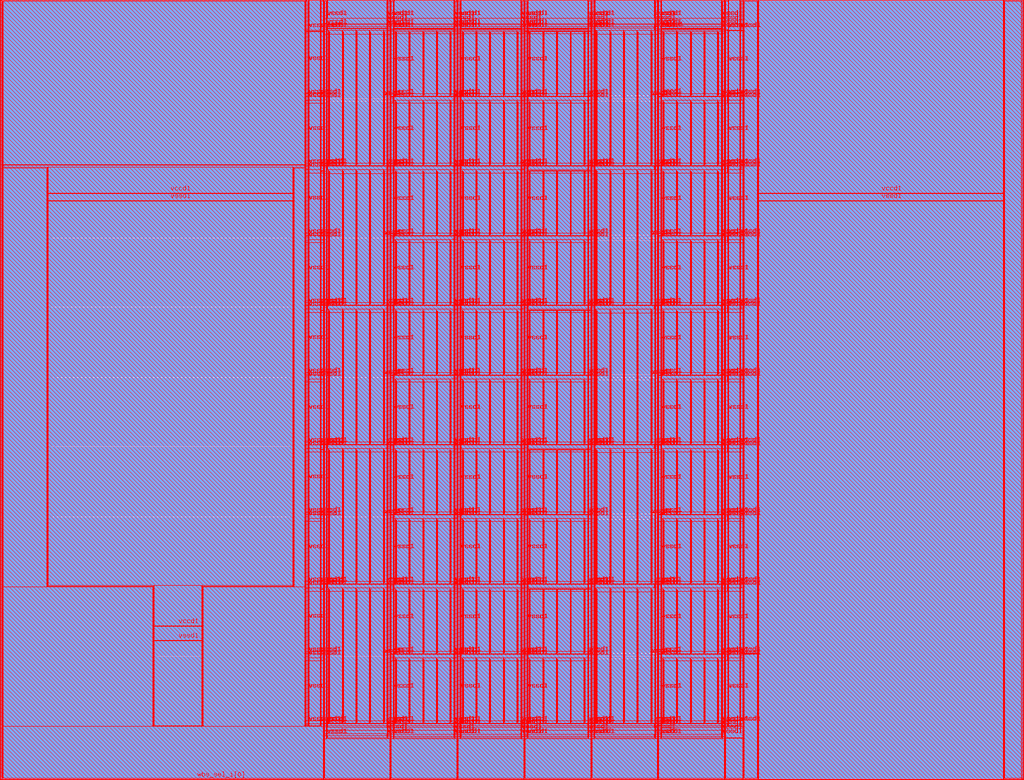
<source format=lef>
##
## LEF for PtnCells ;
## created by Innovus v15.20-p005_1 on Sat Jul 17 12:09:20 2021
##

VERSION 5.7 ;

BUSBITCHARS "[]" ;
DIVIDERCHAR "/" ;

MACRO eFPGA_CPU_top
  CLASS BLOCK ;
  SIZE 3370.4200 BY 2569.7200 ;
  FOREIGN eFPGA_CPU_top 0.0000 0.0000 ;
  ORIGIN 0 0 ;
  SYMMETRY X Y R90 ;
  PIN wb_clk_i
    DIRECTION INPUT ;
    USE SIGNAL ;
    ANTENNAPARTIALMETALAREA 45.4954 LAYER met3  ;
    ANTENNAPARTIALMETALSIDEAREA 243.104 LAYER met3  ;
    ANTENNAPARTIALCUTAREA 0.04 LAYER via3  ;
    ANTENNAPARTIALMETALAREA 0.4848 LAYER met4  ;
    ANTENNAPARTIALMETALSIDEAREA 3.056 LAYER met4  ;
    ANTENNAMODEL OXIDE1 ;
    ANTENNAGATEAREA 0.126 LAYER met4  ;
    ANTENNAMAXAREACAR 10.4123 LAYER met4  ;
    ANTENNAMAXSIDEAREACAR 49.4167 LAYER met4  ;
    ANTENNAMAXCUTCAR 1.04286 LAYER via4  ;
    PORT
      LAYER met3 ;
        RECT 0.0000 2539.5500 0.8000 2539.8500 ;
    END
  END wb_clk_i
  PIN wb_rst_i
    DIRECTION INPUT ;
    USE SIGNAL ;
    ANTENNAPARTIALMETALAREA 35.8654 LAYER met3  ;
    ANTENNAPARTIALMETALSIDEAREA 191.744 LAYER met3  ;
    ANTENNAPARTIALCUTAREA 0.04 LAYER via3  ;
    ANTENNAPARTIALMETALAREA 231.256 LAYER met4  ;
    ANTENNAPARTIALMETALSIDEAREA 1234.3 LAYER met4  ;
    PORT
      LAYER met3 ;
        RECT 0.0000 2529.1800 0.8000 2529.4800 ;
    END
  END wb_rst_i
  PIN wbs_stb_i
    DIRECTION INPUT ;
    USE SIGNAL ;
    ANTENNAPARTIALMETALAREA 32.7144 LAYER met3  ;
    ANTENNAPARTIALMETALSIDEAREA 174.472 LAYER met3  ;
    PORT
      LAYER met3 ;
        RECT 0.0000 2518.2000 0.8000 2518.5000 ;
    END
  END wbs_stb_i
  PIN wbs_cyc_i
    DIRECTION INPUT ;
    USE SIGNAL ;
    ANTENNAPARTIALMETALAREA 36.1164 LAYER met3  ;
    ANTENNAPARTIALMETALSIDEAREA 192.616 LAYER met3  ;
    PORT
      LAYER met3 ;
        RECT 0.0000 2507.2200 0.8000 2507.5200 ;
    END
  END wbs_cyc_i
  PIN wbs_we_i
    DIRECTION INPUT ;
    USE SIGNAL ;
    ANTENNAPARTIALMETALAREA 80.1384 LAYER met3  ;
    ANTENNAPARTIALMETALSIDEAREA 422.896 LAYER met3  ;
    PORT
      LAYER met3 ;
        RECT 0.0000 2496.2400 0.8000 2496.5400 ;
    END
  END wbs_we_i
  PIN wbs_sel_i[3]
    DIRECTION INPUT ;
    USE SIGNAL ;
    ANTENNAPARTIALMETALAREA 50.9612 LAYER met2  ;
    ANTENNAPARTIALMETALSIDEAREA 254.527 LAYER met2  ;
    ANTENNAPARTIALCUTAREA 0.04 LAYER via2  ;
    ANTENNAPARTIALMETALAREA 0.6708 LAYER met3  ;
    ANTENNAPARTIALMETALSIDEAREA 4.048 LAYER met3  ;
    PORT
      LAYER met2 ;
        RECT 648.7600 0.0000 648.9000 0.4850 ;
    END
  END wbs_sel_i[3]
  PIN wbs_sel_i[2]
    DIRECTION INPUT ;
    USE SIGNAL ;
    ANTENNAPARTIALMETALAREA 50.0449 LAYER met2  ;
    ANTENNAPARTIALMETALSIDEAREA 247.404 LAYER met2  ;
    PORT
      LAYER met2 ;
        RECT 505.7000 0.0000 505.8400 0.4850 ;
    END
  END wbs_sel_i[2]
  PIN wbs_sel_i[1]
    DIRECTION INPUT ;
    USE SIGNAL ;
    ANTENNAPARTIALMETALAREA 34.8908 LAYER met2  ;
    ANTENNAPARTIALMETALSIDEAREA 174.293 LAYER met2  ;
    ANTENNAPARTIALCUTAREA 0.04 LAYER via2  ;
    ANTENNAPARTIALMETALAREA 2.539 LAYER met3  ;
    ANTENNAPARTIALMETALSIDEAREA 14.008 LAYER met3  ;
    ANTENNAPARTIALCUTAREA 0.04 LAYER via3  ;
    ANTENNAPARTIALMETALAREA 15.4908 LAYER met4  ;
    ANTENNAPARTIALMETALSIDEAREA 83.088 LAYER met4  ;
    PORT
      LAYER met2 ;
        RECT 518.5800 0.0000 518.7200 0.4850 ;
    END
  END wbs_sel_i[1]
  PIN wbs_sel_i[0]
    DIRECTION INPUT ;
    USE SIGNAL ;
    ANTENNAPARTIALMETALAREA 4.4754 LAYER met4  ;
    ANTENNAPARTIALMETALSIDEAREA 23.864 LAYER met4  ;
    PORT
      LAYER met4 ;
        RECT 648.4500 0.0000 648.7500 0.8000 ;
    END
  END wbs_sel_i[0]
  PIN wbs_dat_i[31]
    DIRECTION INPUT ;
    USE SIGNAL ;
    ANTENNAPARTIALMETALAREA 7.1004 LAYER met3  ;
    ANTENNAPARTIALMETALSIDEAREA 32.424 LAYER met3  ;
    PORT
      LAYER met3 ;
        RECT 0.0000 2485.2600 0.8000 2485.5600 ;
    END
  END wbs_dat_i[31]
  PIN wbs_dat_i[30]
    DIRECTION INPUT ;
    USE SIGNAL ;
    ANTENNAPARTIALMETALAREA 27.3504 LAYER met3  ;
    ANTENNAPARTIALMETALSIDEAREA 145.864 LAYER met3  ;
    PORT
      LAYER met3 ;
        RECT 0.0000 2474.8900 0.8000 2475.1900 ;
    END
  END wbs_dat_i[30]
  PIN wbs_dat_i[29]
    DIRECTION INPUT ;
    USE SIGNAL ;
    ANTENNAPARTIALMETALAREA 35.9064 LAYER met3  ;
    ANTENNAPARTIALMETALSIDEAREA 191.496 LAYER met3  ;
    PORT
      LAYER met3 ;
        RECT 0.0000 2463.9100 0.8000 2464.2100 ;
    END
  END wbs_dat_i[29]
  PIN wbs_dat_i[28]
    DIRECTION INPUT ;
    USE SIGNAL ;
    ANTENNAPARTIALMETALAREA 36.8824 LAYER met3  ;
    ANTENNAPARTIALMETALSIDEAREA 197.168 LAYER met3  ;
    ANTENNAPARTIALCUTAREA 0.04 LAYER via3  ;
    ANTENNAPARTIALMETALAREA 3.0468 LAYER met4  ;
    ANTENNAPARTIALMETALSIDEAREA 16.72 LAYER met4  ;
    PORT
      LAYER met3 ;
        RECT 0.0000 2452.9300 0.8000 2453.2300 ;
    END
  END wbs_dat_i[28]
  PIN wbs_dat_i[27]
    DIRECTION INPUT ;
    USE SIGNAL ;
    ANTENNAPARTIALMETALAREA 28.1604 LAYER met3  ;
    ANTENNAPARTIALMETALSIDEAREA 150.184 LAYER met3  ;
    PORT
      LAYER met3 ;
        RECT 0.0000 2441.9500 0.8000 2442.2500 ;
    END
  END wbs_dat_i[27]
  PIN wbs_dat_i[26]
    DIRECTION INPUT ;
    USE SIGNAL ;
    ANTENNAPARTIALMETALAREA 31.1964 LAYER met3  ;
    ANTENNAPARTIALMETALSIDEAREA 166.376 LAYER met3  ;
    PORT
      LAYER met3 ;
        RECT 0.0000 2430.9700 0.8000 2431.2700 ;
    END
  END wbs_dat_i[26]
  PIN wbs_dat_i[25]
    DIRECTION INPUT ;
    USE SIGNAL ;
    ANTENNAPARTIALMETALAREA 47.145 LAYER met3  ;
    ANTENNAPARTIALMETALSIDEAREA 246.936 LAYER met3  ;
    PORT
      LAYER met3 ;
        RECT 0.0000 2420.6000 0.8000 2420.9000 ;
    END
  END wbs_dat_i[25]
  PIN wbs_dat_i[24]
    DIRECTION INPUT ;
    USE SIGNAL ;
    ANTENNAPARTIALMETALAREA 31.6873 LAYER met3  ;
    ANTENNAPARTIALMETALSIDEAREA 163.552 LAYER met3  ;
    PORT
      LAYER met3 ;
        RECT 0.0000 2409.6200 0.8000 2409.9200 ;
    END
  END wbs_dat_i[24]
  PIN wbs_dat_i[23]
    DIRECTION INPUT ;
    USE SIGNAL ;
    ANTENNAPARTIALMETALAREA 31.4904 LAYER met3  ;
    ANTENNAPARTIALMETALSIDEAREA 167.944 LAYER met3  ;
    PORT
      LAYER met3 ;
        RECT 0.0000 2398.6400 0.8000 2398.9400 ;
    END
  END wbs_dat_i[23]
  PIN wbs_dat_i[22]
    DIRECTION INPUT ;
    USE SIGNAL ;
    ANTENNAPARTIALMETALAREA 36.7164 LAYER met3  ;
    ANTENNAPARTIALMETALSIDEAREA 195.816 LAYER met3  ;
    PORT
      LAYER met3 ;
        RECT 0.0000 2387.6600 0.8000 2387.9600 ;
    END
  END wbs_dat_i[22]
  PIN wbs_dat_i[21]
    DIRECTION INPUT ;
    USE SIGNAL ;
    ANTENNAPARTIALMETALAREA 43.026 LAYER met3  ;
    ANTENNAPARTIALMETALSIDEAREA 230.408 LAYER met3  ;
    PORT
      LAYER met3 ;
        RECT 0.0000 2376.6800 0.8000 2376.9800 ;
    END
  END wbs_dat_i[21]
  PIN wbs_dat_i[20]
    DIRECTION INPUT ;
    USE SIGNAL ;
    ANTENNAPARTIALMETALAREA 35.0784 LAYER met3  ;
    ANTENNAPARTIALMETALSIDEAREA 187.08 LAYER met3  ;
    PORT
      LAYER met3 ;
        RECT 0.0000 2366.3100 0.8000 2366.6100 ;
    END
  END wbs_dat_i[20]
  PIN wbs_dat_i[19]
    DIRECTION INPUT ;
    USE SIGNAL ;
    ANTENNAPARTIALMETALAREA 33.3892 LAYER met3  ;
    ANTENNAPARTIALMETALSIDEAREA 179.008 LAYER met3  ;
    ANTENNAPARTIALCUTAREA 0.04 LAYER via3  ;
    ANTENNAPARTIALMETALAREA 29.4468 LAYER met4  ;
    ANTENNAPARTIALMETALSIDEAREA 157.52 LAYER met4  ;
    PORT
      LAYER met3 ;
        RECT 0.0000 2355.3300 0.8000 2355.6300 ;
    END
  END wbs_dat_i[19]
  PIN wbs_dat_i[18]
    DIRECTION INPUT ;
    USE SIGNAL ;
    ANTENNAPARTIALMETALAREA 33.9744 LAYER met3  ;
    ANTENNAPARTIALMETALSIDEAREA 181.192 LAYER met3  ;
    PORT
      LAYER met3 ;
        RECT 0.0000 2344.3500 0.8000 2344.6500 ;
    END
  END wbs_dat_i[18]
  PIN wbs_dat_i[17]
    DIRECTION INPUT ;
    USE SIGNAL ;
    ANTENNAPARTIALMETALAREA 11.6178 LAYER met3  ;
    ANTENNAPARTIALMETALSIDEAREA 56.512 LAYER met3  ;
    PORT
      LAYER met3 ;
        RECT 0.0000 2333.3700 0.8000 2333.6700 ;
    END
  END wbs_dat_i[17]
  PIN wbs_dat_i[16]
    DIRECTION INPUT ;
    USE SIGNAL ;
    ANTENNAPARTIALMETALAREA 52.731 LAYER met3  ;
    ANTENNAPARTIALMETALSIDEAREA 282.168 LAYER met3  ;
    PORT
      LAYER met3 ;
        RECT 0.0000 2322.3900 0.8000 2322.6900 ;
    END
  END wbs_dat_i[16]
  PIN wbs_dat_i[15]
    DIRECTION INPUT ;
    USE SIGNAL ;
    ANTENNAPARTIALMETALAREA 32.2354 LAYER met3  ;
    ANTENNAPARTIALMETALSIDEAREA 172.384 LAYER met3  ;
    ANTENNAPARTIALCUTAREA 0.04 LAYER via3  ;
    ANTENNAPARTIALMETALAREA 5.6088 LAYER met4  ;
    ANTENNAPARTIALMETALSIDEAREA 30.384 LAYER met4  ;
    PORT
      LAYER met3 ;
        RECT 0.0000 2312.0200 0.8000 2312.3200 ;
    END
  END wbs_dat_i[15]
  PIN wbs_dat_i[14]
    DIRECTION INPUT ;
    USE SIGNAL ;
    ANTENNAPARTIALMETALAREA 30.6624 LAYER met3  ;
    ANTENNAPARTIALMETALSIDEAREA 163.528 LAYER met3  ;
    PORT
      LAYER met3 ;
        RECT 0.0000 2301.0400 0.8000 2301.3400 ;
    END
  END wbs_dat_i[14]
  PIN wbs_dat_i[13]
    DIRECTION INPUT ;
    USE SIGNAL ;
    ANTENNAPARTIALMETALAREA 35.7684 LAYER met3  ;
    ANTENNAPARTIALMETALSIDEAREA 190.76 LAYER met3  ;
    PORT
      LAYER met3 ;
        RECT 0.0000 2290.0600 0.8000 2290.3600 ;
    END
  END wbs_dat_i[13]
  PIN wbs_dat_i[12]
    DIRECTION INPUT ;
    USE SIGNAL ;
    ANTENNAPARTIALMETALAREA 31.2144 LAYER met3  ;
    ANTENNAPARTIALMETALSIDEAREA 166.472 LAYER met3  ;
    PORT
      LAYER met3 ;
        RECT 0.0000 2279.0800 0.8000 2279.3800 ;
    END
  END wbs_dat_i[12]
  PIN wbs_dat_i[11]
    DIRECTION INPUT ;
    USE SIGNAL ;
    ANTENNAPARTIALMETALAREA 37.4794 LAYER met3  ;
    ANTENNAPARTIALMETALSIDEAREA 200.352 LAYER met3  ;
    ANTENNAPARTIALCUTAREA 0.04 LAYER via3  ;
    ANTENNAPARTIALMETALAREA 2.3148 LAYER met4  ;
    ANTENNAPARTIALMETALSIDEAREA 12.816 LAYER met4  ;
    PORT
      LAYER met3 ;
        RECT 0.0000 2268.1000 0.8000 2268.4000 ;
    END
  END wbs_dat_i[11]
  PIN wbs_dat_i[10]
    DIRECTION INPUT ;
    USE SIGNAL ;
    ANTENNAPARTIALMETALAREA 33.0084 LAYER met3  ;
    ANTENNAPARTIALMETALSIDEAREA 176.04 LAYER met3  ;
    PORT
      LAYER met3 ;
        RECT 0.0000 2257.7300 0.8000 2258.0300 ;
    END
  END wbs_dat_i[10]
  PIN wbs_dat_i[9]
    DIRECTION INPUT ;
    USE SIGNAL ;
    ANTENNAPARTIALMETALAREA 32.5734 LAYER met3  ;
    ANTENNAPARTIALMETALSIDEAREA 173.72 LAYER met3  ;
    PORT
      LAYER met3 ;
        RECT 0.0000 2246.7500 0.8000 2247.0500 ;
    END
  END wbs_dat_i[9]
  PIN wbs_dat_i[8]
    DIRECTION INPUT ;
    USE SIGNAL ;
    ANTENNAPARTIALMETALAREA 37.6672 LAYER met3  ;
    ANTENNAPARTIALMETALSIDEAREA 201.824 LAYER met3  ;
    ANTENNAPARTIALCUTAREA 0.04 LAYER via3  ;
    ANTENNAPARTIALMETALAREA 250.829 LAYER met4  ;
    ANTENNAPARTIALMETALSIDEAREA 1338.22 LAYER met4  ;
    PORT
      LAYER met3 ;
        RECT 0.0000 2235.7700 0.8000 2236.0700 ;
    END
  END wbs_dat_i[8]
  PIN wbs_dat_i[7]
    DIRECTION INPUT ;
    USE SIGNAL ;
    ANTENNAPARTIALMETALAREA 33.4224 LAYER met3  ;
    ANTENNAPARTIALMETALSIDEAREA 178.248 LAYER met3  ;
    PORT
      LAYER met3 ;
        RECT 0.0000 2224.7900 0.8000 2225.0900 ;
    END
  END wbs_dat_i[7]
  PIN wbs_dat_i[6]
    DIRECTION INPUT ;
    USE SIGNAL ;
    ANTENNAPARTIALMETALAREA 35.4784 LAYER met3  ;
    ANTENNAPARTIALMETALSIDEAREA 189.68 LAYER met3  ;
    ANTENNAPARTIALCUTAREA 0.04 LAYER via3  ;
    ANTENNAPARTIALMETALAREA 3.9618 LAYER met4  ;
    ANTENNAPARTIALMETALSIDEAREA 21.6 LAYER met4  ;
    PORT
      LAYER met3 ;
        RECT 0.0000 2213.8100 0.8000 2214.1100 ;
    END
  END wbs_dat_i[6]
  PIN wbs_dat_i[5]
    DIRECTION INPUT ;
    USE SIGNAL ;
    ANTENNAPARTIALMETALAREA 40.8072 LAYER met3  ;
    ANTENNAPARTIALMETALSIDEAREA 218.104 LAYER met3  ;
    PORT
      LAYER met3 ;
        RECT 0.0000 2203.4400 0.8000 2203.7400 ;
    END
  END wbs_dat_i[5]
  PIN wbs_dat_i[4]
    DIRECTION INPUT ;
    USE SIGNAL ;
    ANTENNAPARTIALMETALAREA 47.7552 LAYER met3  ;
    ANTENNAPARTIALMETALSIDEAREA 255.16 LAYER met3  ;
    PORT
      LAYER met3 ;
        RECT 0.0000 2192.4600 0.8000 2192.7600 ;
    END
  END wbs_dat_i[4]
  PIN wbs_dat_i[3]
    DIRECTION INPUT ;
    USE SIGNAL ;
    ANTENNAPARTIALMETALAREA 33.8712 LAYER met3  ;
    ANTENNAPARTIALMETALSIDEAREA 175.672 LAYER met3  ;
    PORT
      LAYER met3 ;
        RECT 0.0000 2181.4800 0.8000 2181.7800 ;
    END
  END wbs_dat_i[3]
  PIN wbs_dat_i[2]
    DIRECTION INPUT ;
    USE SIGNAL ;
    ANTENNAPARTIALMETALAREA 34.5264 LAYER met3  ;
    ANTENNAPARTIALMETALSIDEAREA 184.136 LAYER met3  ;
    PORT
      LAYER met3 ;
        RECT 0.0000 2170.5000 0.8000 2170.8000 ;
    END
  END wbs_dat_i[2]
  PIN wbs_dat_i[1]
    DIRECTION INPUT ;
    USE SIGNAL ;
    ANTENNAPARTIALMETALAREA 13.5018 LAYER met3  ;
    ANTENNAPARTIALMETALSIDEAREA 66.56 LAYER met3  ;
    PORT
      LAYER met3 ;
        RECT 0.0000 2159.5200 0.8000 2159.8200 ;
    END
  END wbs_dat_i[1]
  PIN wbs_dat_i[0]
    DIRECTION INPUT ;
    USE SIGNAL ;
    ANTENNAPARTIALMETALAREA 25.158 LAYER met3  ;
    ANTENNAPARTIALMETALSIDEAREA 129.672 LAYER met3  ;
    PORT
      LAYER met3 ;
        RECT 0.0000 2149.1500 0.8000 2149.4500 ;
    END
  END wbs_dat_i[0]
  PIN wbs_adr_i[31]
    DIRECTION INPUT ;
    USE SIGNAL ;
    PORT
      LAYER met3 ;
        RECT 0.0000 2138.1700 0.8000 2138.4700 ;
    END
  END wbs_adr_i[31]
  PIN wbs_adr_i[30]
    DIRECTION INPUT ;
    USE SIGNAL ;
    PORT
      LAYER met3 ;
        RECT 0.0000 2127.1900 0.8000 2127.4900 ;
    END
  END wbs_adr_i[30]
  PIN wbs_adr_i[29]
    DIRECTION INPUT ;
    USE SIGNAL ;
    PORT
      LAYER met3 ;
        RECT 0.0000 2116.2100 0.8000 2116.5100 ;
    END
  END wbs_adr_i[29]
  PIN wbs_adr_i[28]
    DIRECTION INPUT ;
    USE SIGNAL ;
    PORT
      LAYER met3 ;
        RECT 0.0000 2105.2300 0.8000 2105.5300 ;
    END
  END wbs_adr_i[28]
  PIN wbs_adr_i[27]
    DIRECTION INPUT ;
    USE SIGNAL ;
    PORT
      LAYER met3 ;
        RECT 0.0000 2094.8600 0.8000 2095.1600 ;
    END
  END wbs_adr_i[27]
  PIN wbs_adr_i[26]
    DIRECTION INPUT ;
    USE SIGNAL ;
    PORT
      LAYER met3 ;
        RECT 0.0000 2083.8800 0.8000 2084.1800 ;
    END
  END wbs_adr_i[26]
  PIN wbs_adr_i[25]
    DIRECTION INPUT ;
    USE SIGNAL ;
    PORT
      LAYER met3 ;
        RECT 0.0000 2072.9000 0.8000 2073.2000 ;
    END
  END wbs_adr_i[25]
  PIN wbs_adr_i[24]
    DIRECTION INPUT ;
    USE SIGNAL ;
    PORT
      LAYER met3 ;
        RECT 0.0000 2061.9200 0.8000 2062.2200 ;
    END
  END wbs_adr_i[24]
  PIN wbs_adr_i[23]
    DIRECTION INPUT ;
    USE SIGNAL ;
    PORT
      LAYER met3 ;
        RECT 0.0000 2050.9400 0.8000 2051.2400 ;
    END
  END wbs_adr_i[23]
  PIN wbs_adr_i[22]
    DIRECTION INPUT ;
    USE SIGNAL ;
    PORT
      LAYER met3 ;
        RECT 0.0000 2040.5700 0.8000 2040.8700 ;
    END
  END wbs_adr_i[22]
  PIN wbs_adr_i[21]
    DIRECTION INPUT ;
    USE SIGNAL ;
    PORT
      LAYER met3 ;
        RECT 0.0000 2029.5900 0.8000 2029.8900 ;
    END
  END wbs_adr_i[21]
  PIN wbs_adr_i[20]
    DIRECTION INPUT ;
    USE SIGNAL ;
    PORT
      LAYER met3 ;
        RECT 0.0000 2018.6100 0.8000 2018.9100 ;
    END
  END wbs_adr_i[20]
  PIN wbs_adr_i[19]
    DIRECTION INPUT ;
    USE SIGNAL ;
    PORT
      LAYER met3 ;
        RECT 0.0000 2007.6300 0.8000 2007.9300 ;
    END
  END wbs_adr_i[19]
  PIN wbs_adr_i[18]
    DIRECTION INPUT ;
    USE SIGNAL ;
    PORT
      LAYER met3 ;
        RECT 0.0000 1996.6500 0.8000 1996.9500 ;
    END
  END wbs_adr_i[18]
  PIN wbs_adr_i[17]
    DIRECTION INPUT ;
    USE SIGNAL ;
    PORT
      LAYER met3 ;
        RECT 0.0000 1986.2800 0.8000 1986.5800 ;
    END
  END wbs_adr_i[17]
  PIN wbs_adr_i[16]
    DIRECTION INPUT ;
    USE SIGNAL ;
    PORT
      LAYER met3 ;
        RECT 0.0000 1975.3000 0.8000 1975.6000 ;
    END
  END wbs_adr_i[16]
  PIN wbs_adr_i[15]
    DIRECTION INPUT ;
    USE SIGNAL ;
    PORT
      LAYER met3 ;
        RECT 0.0000 1964.3200 0.8000 1964.6200 ;
    END
  END wbs_adr_i[15]
  PIN wbs_adr_i[14]
    DIRECTION INPUT ;
    USE SIGNAL ;
    PORT
      LAYER met3 ;
        RECT 0.0000 1953.3400 0.8000 1953.6400 ;
    END
  END wbs_adr_i[14]
  PIN wbs_adr_i[13]
    DIRECTION INPUT ;
    USE SIGNAL ;
    PORT
      LAYER met3 ;
        RECT 0.0000 1942.3600 0.8000 1942.6600 ;
    END
  END wbs_adr_i[13]
  PIN wbs_adr_i[12]
    DIRECTION INPUT ;
    USE SIGNAL ;
    PORT
      LAYER met3 ;
        RECT 0.0000 1931.9900 0.8000 1932.2900 ;
    END
  END wbs_adr_i[12]
  PIN wbs_adr_i[11]
    DIRECTION INPUT ;
    USE SIGNAL ;
    PORT
      LAYER met3 ;
        RECT 0.0000 1921.0100 0.8000 1921.3100 ;
    END
  END wbs_adr_i[11]
  PIN wbs_adr_i[10]
    DIRECTION INPUT ;
    USE SIGNAL ;
    ANTENNAPARTIALMETALAREA 17.1384 LAYER met3  ;
    ANTENNAPARTIALMETALSIDEAREA 91.4 LAYER met3  ;
    PORT
      LAYER met3 ;
        RECT 0.0000 1910.0300 0.8000 1910.3300 ;
    END
  END wbs_adr_i[10]
  PIN wbs_adr_i[9]
    DIRECTION INPUT ;
    USE SIGNAL ;
    ANTENNAPARTIALMETALAREA 16.8432 LAYER met3  ;
    ANTENNAPARTIALMETALSIDEAREA 90.296 LAYER met3  ;
    PORT
      LAYER met3 ;
        RECT 0.0000 1899.0500 0.8000 1899.3500 ;
    END
  END wbs_adr_i[9]
  PIN wbs_adr_i[8]
    DIRECTION INPUT ;
    USE SIGNAL ;
    ANTENNAPARTIALMETALAREA 17.6904 LAYER met3  ;
    ANTENNAPARTIALMETALSIDEAREA 94.344 LAYER met3  ;
    PORT
      LAYER met3 ;
        RECT 0.0000 1888.0700 0.8000 1888.3700 ;
    END
  END wbs_adr_i[8]
  PIN wbs_adr_i[7]
    DIRECTION INPUT ;
    USE SIGNAL ;
    ANTENNAPARTIALMETALAREA 32.2254 LAYER met3  ;
    ANTENNAPARTIALMETALSIDEAREA 171.864 LAYER met3  ;
    PORT
      LAYER met3 ;
        RECT 0.0000 1877.7000 0.8000 1878.0000 ;
    END
  END wbs_adr_i[7]
  PIN wbs_adr_i[6]
    DIRECTION INPUT ;
    USE SIGNAL ;
    ANTENNAPARTIALMETALAREA 18.4704 LAYER met3  ;
    ANTENNAPARTIALMETALSIDEAREA 98.504 LAYER met3  ;
    PORT
      LAYER met3 ;
        RECT 0.0000 1866.7200 0.8000 1867.0200 ;
    END
  END wbs_adr_i[6]
  PIN wbs_adr_i[5]
    DIRECTION INPUT ;
    USE SIGNAL ;
    ANTENNAPARTIALMETALAREA 15.4824 LAYER met3  ;
    ANTENNAPARTIALMETALSIDEAREA 82.568 LAYER met3  ;
    PORT
      LAYER met3 ;
        RECT 0.0000 1855.7400 0.8000 1856.0400 ;
    END
  END wbs_adr_i[5]
  PIN wbs_adr_i[4]
    DIRECTION INPUT ;
    USE SIGNAL ;
    ANTENNAPARTIALMETALAREA 25.38 LAYER met3  ;
    ANTENNAPARTIALMETALSIDEAREA 136.296 LAYER met3  ;
    PORT
      LAYER met3 ;
        RECT 0.0000 1844.7600 0.8000 1845.0600 ;
    END
  END wbs_adr_i[4]
  PIN wbs_adr_i[3]
    DIRECTION INPUT ;
    USE SIGNAL ;
    ANTENNAPARTIALMETALAREA 52.482 LAYER met3  ;
    ANTENNAPARTIALMETALSIDEAREA 275.4 LAYER met3  ;
    PORT
      LAYER met3 ;
        RECT 0.0000 1833.7800 0.8000 1834.0800 ;
    END
  END wbs_adr_i[3]
  PIN wbs_adr_i[2]
    DIRECTION INPUT ;
    USE SIGNAL ;
    ANTENNAPARTIALMETALAREA 43.1622 LAYER met3  ;
    ANTENNAPARTIALMETALSIDEAREA 225.224 LAYER met3  ;
    PORT
      LAYER met3 ;
        RECT 0.0000 1823.4100 0.8000 1823.7100 ;
    END
  END wbs_adr_i[2]
  PIN wbs_adr_i[1]
    DIRECTION INPUT ;
    USE SIGNAL ;
    ANTENNAPARTIALMETALAREA 17.0454 LAYER met3  ;
    ANTENNAPARTIALMETALSIDEAREA 90.904 LAYER met3  ;
    PORT
      LAYER met3 ;
        RECT 0.0000 1812.4300 0.8000 1812.7300 ;
    END
  END wbs_adr_i[1]
  PIN wbs_adr_i[0]
    DIRECTION INPUT ;
    USE SIGNAL ;
    ANTENNAPARTIALMETALAREA 24.5064 LAYER met3  ;
    ANTENNAPARTIALMETALSIDEAREA 125.256 LAYER met3  ;
    PORT
      LAYER met3 ;
        RECT 0.0000 1801.4500 0.8000 1801.7500 ;
    END
  END wbs_adr_i[0]
  PIN wbs_ack_o
    DIRECTION OUTPUT ;
    USE SIGNAL ;
    ANTENNAPARTIALMETALAREA 23.5326 LAYER met2  ;
    ANTENNAPARTIALMETALSIDEAREA 117.502 LAYER met2  ;
    ANTENNAPARTIALCUTAREA 0.04 LAYER via2  ;
    ANTENNAPARTIALMETALAREA 4.6728 LAYER met3  ;
    ANTENNAPARTIALMETALSIDEAREA 25.392 LAYER met3  ;
    PORT
      LAYER met2 ;
        RECT 668.0800 0.0000 668.2200 0.4850 ;
    END
  END wbs_ack_o
  PIN wbs_dat_o[31]
    DIRECTION OUTPUT ;
    USE SIGNAL ;
    ANTENNAPARTIALMETALAREA 15.8134 LAYER met3  ;
    ANTENNAPARTIALMETALSIDEAREA 84.8 LAYER met3  ;
    ANTENNAPARTIALCUTAREA 0.04 LAYER via3  ;
    ANTENNAPARTIALMETALAREA 5.7918 LAYER met4  ;
    ANTENNAPARTIALMETALSIDEAREA 31.36 LAYER met4  ;
    PORT
      LAYER met3 ;
        RECT 0.0000 1790.4700 0.8000 1790.7700 ;
    END
  END wbs_dat_o[31]
  PIN wbs_dat_o[30]
    DIRECTION OUTPUT ;
    USE SIGNAL ;
    ANTENNAPARTIALMETALAREA 24.4594 LAYER met3  ;
    ANTENNAPARTIALMETALSIDEAREA 130.912 LAYER met3  ;
    ANTENNAPARTIALCUTAREA 0.04 LAYER via3  ;
    ANTENNAPARTIALMETALAREA 0.3768 LAYER met4  ;
    ANTENNAPARTIALMETALSIDEAREA 2.48 LAYER met4  ;
    PORT
      LAYER met3 ;
        RECT 0.0000 1779.4900 0.8000 1779.7900 ;
    END
  END wbs_dat_o[30]
  PIN wbs_dat_o[29]
    DIRECTION OUTPUT ;
    USE SIGNAL ;
    ANTENNAPARTIALMETALAREA 32.9694 LAYER met3  ;
    ANTENNAPARTIALMETALSIDEAREA 170.392 LAYER met3  ;
    PORT
      LAYER met3 ;
        RECT 0.0000 1769.1200 0.8000 1769.4200 ;
    END
  END wbs_dat_o[29]
  PIN wbs_dat_o[28]
    DIRECTION OUTPUT ;
    USE SIGNAL ;
    ANTENNAPARTIALMETALAREA 18.2682 LAYER met3  ;
    ANTENNAPARTIALMETALSIDEAREA 97.896 LAYER met3  ;
    PORT
      LAYER met3 ;
        RECT 0.0000 1758.1400 0.8000 1758.4400 ;
    END
  END wbs_dat_o[28]
  PIN wbs_dat_o[27]
    DIRECTION OUTPUT ;
    USE SIGNAL ;
    ANTENNAPARTIALMETALAREA 17.5974 LAYER met3  ;
    ANTENNAPARTIALMETALSIDEAREA 93.848 LAYER met3  ;
    PORT
      LAYER met3 ;
        RECT 0.0000 1747.1600 0.8000 1747.4600 ;
    END
  END wbs_dat_o[27]
  PIN wbs_dat_o[26]
    DIRECTION OUTPUT ;
    USE SIGNAL ;
    ANTENNAPARTIALMETALAREA 23.2104 LAYER met3  ;
    ANTENNAPARTIALMETALSIDEAREA 123.784 LAYER met3  ;
    PORT
      LAYER met3 ;
        RECT 0.0000 1736.1800 0.8000 1736.4800 ;
    END
  END wbs_dat_o[26]
  PIN wbs_dat_o[25]
    DIRECTION OUTPUT ;
    USE SIGNAL ;
    ANTENNAPARTIALMETALAREA 38.5152 LAYER met3  ;
    ANTENNAPARTIALMETALSIDEAREA 200.44 LAYER met3  ;
    PORT
      LAYER met3 ;
        RECT 0.0000 1725.2000 0.8000 1725.5000 ;
    END
  END wbs_dat_o[25]
  PIN wbs_dat_o[24]
    DIRECTION OUTPUT ;
    USE SIGNAL ;
    ANTENNAPARTIALMETALAREA 24.4974 LAYER met3  ;
    ANTENNAPARTIALMETALSIDEAREA 130.648 LAYER met3  ;
    PORT
      LAYER met3 ;
        RECT 0.0000 1714.8300 0.8000 1715.1300 ;
    END
  END wbs_dat_o[24]
  PIN wbs_dat_o[23]
    DIRECTION OUTPUT ;
    USE SIGNAL ;
    ANTENNAPARTIALMETALAREA 27.0072 LAYER met3  ;
    ANTENNAPARTIALMETALSIDEAREA 144.504 LAYER met3  ;
    PORT
      LAYER met3 ;
        RECT 0.0000 1703.8500 0.8000 1704.1500 ;
    END
  END wbs_dat_o[23]
  PIN wbs_dat_o[22]
    DIRECTION OUTPUT ;
    USE SIGNAL ;
    ANTENNAPARTIALMETALAREA 23.9454 LAYER met3  ;
    ANTENNAPARTIALMETALSIDEAREA 127.704 LAYER met3  ;
    PORT
      LAYER met3 ;
        RECT 0.0000 1692.8700 0.8000 1693.1700 ;
    END
  END wbs_dat_o[22]
  PIN wbs_dat_o[21]
    DIRECTION OUTPUT ;
    USE SIGNAL ;
    ANTENNAPARTIALMETALAREA 22.8414 LAYER met3  ;
    ANTENNAPARTIALMETALSIDEAREA 121.816 LAYER met3  ;
    PORT
      LAYER met3 ;
        RECT 0.0000 1681.8900 0.8000 1682.1900 ;
    END
  END wbs_dat_o[21]
  PIN wbs_dat_o[20]
    DIRECTION OUTPUT ;
    USE SIGNAL ;
    ANTENNAPARTIALMETALAREA 20.3124 LAYER met3  ;
    ANTENNAPARTIALMETALSIDEAREA 108.328 LAYER met3  ;
    PORT
      LAYER met3 ;
        RECT 0.0000 1670.9100 0.8000 1671.2100 ;
    END
  END wbs_dat_o[20]
  PIN wbs_dat_o[19]
    DIRECTION OUTPUT ;
    USE SIGNAL ;
    ANTENNAPARTIALMETALAREA 32.9154 LAYER met3  ;
    ANTENNAPARTIALMETALSIDEAREA 175.544 LAYER met3  ;
    PORT
      LAYER met3 ;
        RECT 0.0000 1660.5400 0.8000 1660.8400 ;
    END
  END wbs_dat_o[19]
  PIN wbs_dat_o[18]
    DIRECTION OUTPUT ;
    USE SIGNAL ;
    ANTENNAPARTIALMETALAREA 23.1174 LAYER met3  ;
    ANTENNAPARTIALMETALSIDEAREA 123.288 LAYER met3  ;
    PORT
      LAYER met3 ;
        RECT 0.0000 1649.5600 0.8000 1649.8600 ;
    END
  END wbs_dat_o[18]
  PIN wbs_dat_o[17]
    DIRECTION OUTPUT ;
    USE SIGNAL ;
    ANTENNAPARTIALMETALAREA 25.0494 LAYER met3  ;
    ANTENNAPARTIALMETALSIDEAREA 133.592 LAYER met3  ;
    PORT
      LAYER met3 ;
        RECT 0.0000 1638.5800 0.8000 1638.8800 ;
    END
  END wbs_dat_o[17]
  PIN wbs_dat_o[16]
    DIRECTION OUTPUT ;
    USE SIGNAL ;
    ANTENNAPARTIALMETALAREA 18.6874 LAYER met3  ;
    ANTENNAPARTIALMETALSIDEAREA 100.128 LAYER met3  ;
    ANTENNAPARTIALCUTAREA 0.04 LAYER via3  ;
    ANTENNAPARTIALMETALAREA 89.8848 LAYER met4  ;
    ANTENNAPARTIALMETALSIDEAREA 479.856 LAYER met4  ;
    PORT
      LAYER met3 ;
        RECT 0.0000 1627.6000 0.8000 1627.9000 ;
    END
  END wbs_dat_o[16]
  PIN wbs_dat_o[15]
    DIRECTION OUTPUT ;
    USE SIGNAL ;
    ANTENNAPARTIALMETALAREA 26.1579 LAYER met3  ;
    ANTENNAPARTIALMETALSIDEAREA 139.952 LAYER met3  ;
    ANTENNAPARTIALCUTAREA 0.04 LAYER via3  ;
    ANTENNAPARTIALMETALAREA 50.9058 LAYER met4  ;
    ANTENNAPARTIALMETALSIDEAREA 271.968 LAYER met4  ;
    PORT
      LAYER met3 ;
        RECT 0.0000 1616.6200 0.8000 1616.9200 ;
    END
  END wbs_dat_o[15]
  PIN wbs_dat_o[14]
    DIRECTION OUTPUT ;
    USE SIGNAL ;
    ANTENNAPARTIALMETALAREA 31.5894 LAYER met3  ;
    ANTENNAPARTIALMETALSIDEAREA 163.032 LAYER met3  ;
    PORT
      LAYER met3 ;
        RECT 0.0000 1606.2500 0.8000 1606.5500 ;
    END
  END wbs_dat_o[14]
  PIN wbs_dat_o[13]
    DIRECTION OUTPUT ;
    USE SIGNAL ;
    ANTENNAPARTIALMETALAREA 27.5142 LAYER met3  ;
    ANTENNAPARTIALMETALSIDEAREA 147.208 LAYER met3  ;
    PORT
      LAYER met3 ;
        RECT 0.0000 1595.2700 0.8000 1595.5700 ;
    END
  END wbs_dat_o[13]
  PIN wbs_dat_o[12]
    DIRECTION OUTPUT ;
    USE SIGNAL ;
    ANTENNAPARTIALMETALAREA 21.0474 LAYER met3  ;
    ANTENNAPARTIALMETALSIDEAREA 112.248 LAYER met3  ;
    PORT
      LAYER met3 ;
        RECT 0.0000 1584.2900 0.8000 1584.5900 ;
    END
  END wbs_dat_o[12]
  PIN wbs_dat_o[11]
    DIRECTION OUTPUT ;
    USE SIGNAL ;
    ANTENNAPARTIALMETALAREA 26.6022 LAYER met3  ;
    ANTENNAPARTIALMETALSIDEAREA 136.904 LAYER met3  ;
    PORT
      LAYER met3 ;
        RECT 0.0000 1573.3100 0.8000 1573.6100 ;
    END
  END wbs_dat_o[11]
  PIN wbs_dat_o[10]
    DIRECTION OUTPUT ;
    USE SIGNAL ;
    ANTENNAPARTIALMETALAREA 23.6694 LAYER met3  ;
    ANTENNAPARTIALMETALSIDEAREA 126.232 LAYER met3  ;
    PORT
      LAYER met3 ;
        RECT 0.0000 1562.3300 0.8000 1562.6300 ;
    END
  END wbs_dat_o[10]
  PIN wbs_dat_o[9]
    DIRECTION OUTPUT ;
    USE SIGNAL ;
    ANTENNAPARTIALMETALAREA 21.3012 LAYER met3  ;
    ANTENNAPARTIALMETALSIDEAREA 114.072 LAYER met3  ;
    PORT
      LAYER met3 ;
        RECT 0.0000 1551.9600 0.8000 1552.2600 ;
    END
  END wbs_dat_o[9]
  PIN wbs_dat_o[8]
    DIRECTION OUTPUT ;
    USE SIGNAL ;
    ANTENNAPARTIALMETALAREA 26.0154 LAYER met3  ;
    ANTENNAPARTIALMETALSIDEAREA 138.744 LAYER met3  ;
    PORT
      LAYER met3 ;
        RECT 0.0000 1540.9800 0.8000 1541.2800 ;
    END
  END wbs_dat_o[8]
  PIN wbs_dat_o[7]
    DIRECTION OUTPUT ;
    USE SIGNAL ;
    ANTENNAPARTIALMETALAREA 45.2298 LAYER met3  ;
    ANTENNAPARTIALMETALSIDEAREA 242.632 LAYER met3  ;
    PORT
      LAYER met3 ;
        RECT 0.0000 1530.0000 0.8000 1530.3000 ;
    END
  END wbs_dat_o[7]
  PIN wbs_dat_o[6]
    DIRECTION OUTPUT ;
    USE SIGNAL ;
    ANTENNAPARTIALMETALAREA 21.6894 LAYER met3  ;
    ANTENNAPARTIALMETALSIDEAREA 115.672 LAYER met3  ;
    PORT
      LAYER met3 ;
        RECT 0.0000 1519.0200 0.8000 1519.3200 ;
    END
  END wbs_dat_o[6]
  PIN wbs_dat_o[5]
    DIRECTION OUTPUT ;
    USE SIGNAL ;
    ANTENNAPARTIALMETALAREA 26.6214 LAYER met3  ;
    ANTENNAPARTIALMETALSIDEAREA 136.536 LAYER met3  ;
    PORT
      LAYER met3 ;
        RECT 0.0000 1508.0400 0.8000 1508.3400 ;
    END
  END wbs_dat_o[5]
  PIN wbs_dat_o[4]
    DIRECTION OUTPUT ;
    USE SIGNAL ;
    ANTENNAPARTIALMETALAREA 28.1134 LAYER met3  ;
    ANTENNAPARTIALMETALSIDEAREA 150.4 LAYER met3  ;
    ANTENNAPARTIALCUTAREA 0.04 LAYER via3  ;
    ANTENNAPARTIALMETALAREA 86.6388 LAYER met4  ;
    ANTENNAPARTIALMETALSIDEAREA 462.544 LAYER met4  ;
    PORT
      LAYER met3 ;
        RECT 0.0000 1497.6700 0.8000 1497.9700 ;
    END
  END wbs_dat_o[4]
  PIN wbs_dat_o[3]
    DIRECTION OUTPUT ;
    USE SIGNAL ;
    ANTENNAPARTIALMETALAREA 32.8764 LAYER met3  ;
    ANTENNAPARTIALMETALSIDEAREA 169.896 LAYER met3  ;
    PORT
      LAYER met3 ;
        RECT 0.0000 1486.6900 0.8000 1486.9900 ;
    END
  END wbs_dat_o[3]
  PIN wbs_dat_o[2]
    DIRECTION OUTPUT ;
    USE SIGNAL ;
    ANTENNAPARTIALMETALAREA 18.8394 LAYER met3  ;
    ANTENNAPARTIALMETALSIDEAREA 100.472 LAYER met3  ;
    PORT
      LAYER met3 ;
        RECT 0.0000 1475.7100 0.8000 1476.0100 ;
    END
  END wbs_dat_o[2]
  PIN wbs_dat_o[1]
    DIRECTION OUTPUT ;
    USE SIGNAL ;
    ANTENNAPARTIALMETALAREA 29.4016 LAYER met3  ;
    ANTENNAPARTIALMETALSIDEAREA 156.8 LAYER met3  ;
    ANTENNAPARTIALCUTAREA 0.04 LAYER via3  ;
    ANTENNAPARTIALMETALAREA 7.8048 LAYER met4  ;
    ANTENNAPARTIALMETALSIDEAREA 42.096 LAYER met4  ;
    PORT
      LAYER met3 ;
        RECT 0.0000 1464.7300 0.8000 1465.0300 ;
    END
  END wbs_dat_o[1]
  PIN wbs_dat_o[0]
    DIRECTION OUTPUT ;
    USE SIGNAL ;
    ANTENNAPARTIALMETALAREA 24.9564 LAYER met3  ;
    ANTENNAPARTIALMETALSIDEAREA 133.096 LAYER met3  ;
    PORT
      LAYER met3 ;
        RECT 0.0000 1453.7500 0.8000 1454.0500 ;
    END
  END wbs_dat_o[0]
  PIN la_data_out[2]
    DIRECTION OUTPUT ;
    USE SIGNAL ;
    ANTENNADIFFAREA 1.782 LAYER met3  ;
    ANTENNAPARTIALMETALAREA 13.4574 LAYER met3  ;
    ANTENNAPARTIALMETALSIDEAREA 71.768 LAYER met3  ;
    PORT
      LAYER met3 ;
        RECT 0.0000 1443.3800 0.8000 1443.6800 ;
    END
  END la_data_out[2]
  PIN la_data_out[1]
    DIRECTION OUTPUT ;
    USE SIGNAL ;
    ANTENNAPARTIALMETALAREA 16.9894 LAYER met3  ;
    ANTENNAPARTIALMETALSIDEAREA 91.552 LAYER met3  ;
    ANTENNAPARTIALCUTAREA 0.04 LAYER via3  ;
    ANTENNAPARTIALMETALAREA 0.4848 LAYER met4  ;
    ANTENNAPARTIALMETALSIDEAREA 3.056 LAYER met4  ;
    ANTENNAMODEL OXIDE1 ;
    ANTENNAGATEAREA 0.126 LAYER met4  ;
    ANTENNAMAXAREACAR 9.0627 LAYER met4  ;
    ANTENNAMAXSIDEAREACAR 44.9921 LAYER met4  ;
    ANTENNAMAXCUTCAR 1.04286 LAYER via4  ;
    PORT
      LAYER met3 ;
        RECT 0.0000 1432.4000 0.8000 1432.7000 ;
    END
  END la_data_out[1]
  PIN la_data_out[0]
    DIRECTION OUTPUT ;
    USE SIGNAL ;
    ANTENNADIFFAREA 1.782 LAYER met3  ;
    ANTENNAPARTIALMETALAREA 55.5252 LAYER met3  ;
    ANTENNAPARTIALMETALSIDEAREA 296.6 LAYER met3  ;
    PORT
      LAYER met3 ;
        RECT 0.0000 1421.4200 0.8000 1421.7200 ;
    END
  END la_data_out[0]
  PIN la_data_in[127]
    DIRECTION INPUT ;
    USE SIGNAL ;
    PORT
      LAYER met3 ;
        RECT 0.0000 1410.4400 0.8000 1410.7400 ;
    END
  END la_data_in[127]
  PIN la_data_in[126]
    DIRECTION INPUT ;
    USE SIGNAL ;
    PORT
      LAYER met3 ;
        RECT 0.0000 1399.4600 0.8000 1399.7600 ;
    END
  END la_data_in[126]
  PIN la_data_in[125]
    DIRECTION INPUT ;
    USE SIGNAL ;
    PORT
      LAYER met3 ;
        RECT 0.0000 1389.0900 0.8000 1389.3900 ;
    END
  END la_data_in[125]
  PIN la_data_in[124]
    DIRECTION INPUT ;
    USE SIGNAL ;
    PORT
      LAYER met3 ;
        RECT 0.0000 1378.1100 0.8000 1378.4100 ;
    END
  END la_data_in[124]
  PIN la_data_in[123]
    DIRECTION INPUT ;
    USE SIGNAL ;
    PORT
      LAYER met3 ;
        RECT 0.0000 1367.1300 0.8000 1367.4300 ;
    END
  END la_data_in[123]
  PIN la_data_in[122]
    DIRECTION INPUT ;
    USE SIGNAL ;
    PORT
      LAYER met3 ;
        RECT 0.0000 1356.1500 0.8000 1356.4500 ;
    END
  END la_data_in[122]
  PIN la_data_in[121]
    DIRECTION INPUT ;
    USE SIGNAL ;
    PORT
      LAYER met3 ;
        RECT 0.0000 1345.1700 0.8000 1345.4700 ;
    END
  END la_data_in[121]
  PIN la_data_in[120]
    DIRECTION INPUT ;
    USE SIGNAL ;
    PORT
      LAYER met3 ;
        RECT 0.0000 1334.8000 0.8000 1335.1000 ;
    END
  END la_data_in[120]
  PIN la_data_in[119]
    DIRECTION INPUT ;
    USE SIGNAL ;
    PORT
      LAYER met3 ;
        RECT 0.0000 1323.8200 0.8000 1324.1200 ;
    END
  END la_data_in[119]
  PIN la_data_in[118]
    DIRECTION INPUT ;
    USE SIGNAL ;
    PORT
      LAYER met3 ;
        RECT 0.0000 1312.8400 0.8000 1313.1400 ;
    END
  END la_data_in[118]
  PIN la_data_in[117]
    DIRECTION INPUT ;
    USE SIGNAL ;
    PORT
      LAYER met3 ;
        RECT 0.0000 1301.8600 0.8000 1302.1600 ;
    END
  END la_data_in[117]
  PIN la_data_in[116]
    DIRECTION INPUT ;
    USE SIGNAL ;
    PORT
      LAYER met3 ;
        RECT 0.0000 1290.8800 0.8000 1291.1800 ;
    END
  END la_data_in[116]
  PIN la_data_in[115]
    DIRECTION INPUT ;
    USE SIGNAL ;
    PORT
      LAYER met3 ;
        RECT 0.0000 1280.5100 0.8000 1280.8100 ;
    END
  END la_data_in[115]
  PIN la_data_in[114]
    DIRECTION INPUT ;
    USE SIGNAL ;
    PORT
      LAYER met3 ;
        RECT 0.0000 1269.5300 0.8000 1269.8300 ;
    END
  END la_data_in[114]
  PIN la_data_in[113]
    DIRECTION INPUT ;
    USE SIGNAL ;
    PORT
      LAYER met3 ;
        RECT 0.0000 1258.5500 0.8000 1258.8500 ;
    END
  END la_data_in[113]
  PIN la_data_in[112]
    DIRECTION INPUT ;
    USE SIGNAL ;
    PORT
      LAYER met3 ;
        RECT 0.0000 1247.5700 0.8000 1247.8700 ;
    END
  END la_data_in[112]
  PIN la_data_in[111]
    DIRECTION INPUT ;
    USE SIGNAL ;
    PORT
      LAYER met3 ;
        RECT 0.0000 1236.5900 0.8000 1236.8900 ;
    END
  END la_data_in[111]
  PIN la_data_in[110]
    DIRECTION INPUT ;
    USE SIGNAL ;
    PORT
      LAYER met3 ;
        RECT 0.0000 1225.6100 0.8000 1225.9100 ;
    END
  END la_data_in[110]
  PIN la_data_in[109]
    DIRECTION INPUT ;
    USE SIGNAL ;
    PORT
      LAYER met3 ;
        RECT 0.0000 1215.2400 0.8000 1215.5400 ;
    END
  END la_data_in[109]
  PIN la_data_in[108]
    DIRECTION INPUT ;
    USE SIGNAL ;
    PORT
      LAYER met3 ;
        RECT 0.0000 1204.2600 0.8000 1204.5600 ;
    END
  END la_data_in[108]
  PIN la_data_in[107]
    DIRECTION INPUT ;
    USE SIGNAL ;
    PORT
      LAYER met3 ;
        RECT 0.0000 1193.2800 0.8000 1193.5800 ;
    END
  END la_data_in[107]
  PIN la_data_in[106]
    DIRECTION INPUT ;
    USE SIGNAL ;
    PORT
      LAYER met3 ;
        RECT 0.0000 1182.3000 0.8000 1182.6000 ;
    END
  END la_data_in[106]
  PIN la_data_in[105]
    DIRECTION INPUT ;
    USE SIGNAL ;
    PORT
      LAYER met3 ;
        RECT 0.0000 1171.3200 0.8000 1171.6200 ;
    END
  END la_data_in[105]
  PIN la_data_in[104]
    DIRECTION INPUT ;
    USE SIGNAL ;
    PORT
      LAYER met3 ;
        RECT 0.0000 1160.9500 0.8000 1161.2500 ;
    END
  END la_data_in[104]
  PIN la_data_in[103]
    DIRECTION INPUT ;
    USE SIGNAL ;
    PORT
      LAYER met3 ;
        RECT 0.0000 1149.9700 0.8000 1150.2700 ;
    END
  END la_data_in[103]
  PIN la_data_in[102]
    DIRECTION INPUT ;
    USE SIGNAL ;
    PORT
      LAYER met3 ;
        RECT 0.0000 1138.9900 0.8000 1139.2900 ;
    END
  END la_data_in[102]
  PIN la_data_in[101]
    DIRECTION INPUT ;
    USE SIGNAL ;
    PORT
      LAYER met3 ;
        RECT 0.0000 1128.0100 0.8000 1128.3100 ;
    END
  END la_data_in[101]
  PIN la_data_in[100]
    DIRECTION INPUT ;
    USE SIGNAL ;
    PORT
      LAYER met3 ;
        RECT 0.0000 1117.0300 0.8000 1117.3300 ;
    END
  END la_data_in[100]
  PIN la_data_in[99]
    DIRECTION INPUT ;
    USE SIGNAL ;
    PORT
      LAYER met3 ;
        RECT 0.0000 1106.6600 0.8000 1106.9600 ;
    END
  END la_data_in[99]
  PIN la_data_in[98]
    DIRECTION INPUT ;
    USE SIGNAL ;
    PORT
      LAYER met3 ;
        RECT 0.0000 1095.6800 0.8000 1095.9800 ;
    END
  END la_data_in[98]
  PIN la_data_in[97]
    DIRECTION INPUT ;
    USE SIGNAL ;
    PORT
      LAYER met3 ;
        RECT 0.0000 1084.7000 0.8000 1085.0000 ;
    END
  END la_data_in[97]
  PIN la_data_in[96]
    DIRECTION INPUT ;
    USE SIGNAL ;
    PORT
      LAYER met3 ;
        RECT 0.0000 1073.7200 0.8000 1074.0200 ;
    END
  END la_data_in[96]
  PIN la_data_in[95]
    DIRECTION INPUT ;
    USE SIGNAL ;
    PORT
      LAYER met3 ;
        RECT 0.0000 1062.7400 0.8000 1063.0400 ;
    END
  END la_data_in[95]
  PIN la_data_in[94]
    DIRECTION INPUT ;
    USE SIGNAL ;
    PORT
      LAYER met3 ;
        RECT 0.0000 1052.3700 0.8000 1052.6700 ;
    END
  END la_data_in[94]
  PIN la_data_in[93]
    DIRECTION INPUT ;
    USE SIGNAL ;
    PORT
      LAYER met3 ;
        RECT 0.0000 1041.3900 0.8000 1041.6900 ;
    END
  END la_data_in[93]
  PIN la_data_in[92]
    DIRECTION INPUT ;
    USE SIGNAL ;
    PORT
      LAYER met3 ;
        RECT 0.0000 1030.4100 0.8000 1030.7100 ;
    END
  END la_data_in[92]
  PIN la_data_in[91]
    DIRECTION INPUT ;
    USE SIGNAL ;
    PORT
      LAYER met3 ;
        RECT 0.0000 1019.4300 0.8000 1019.7300 ;
    END
  END la_data_in[91]
  PIN la_data_in[90]
    DIRECTION INPUT ;
    USE SIGNAL ;
    PORT
      LAYER met3 ;
        RECT 0.0000 1008.4500 0.8000 1008.7500 ;
    END
  END la_data_in[90]
  PIN la_data_in[89]
    DIRECTION INPUT ;
    USE SIGNAL ;
    PORT
      LAYER met3 ;
        RECT 0.0000 998.0800 0.8000 998.3800 ;
    END
  END la_data_in[89]
  PIN la_data_in[88]
    DIRECTION INPUT ;
    USE SIGNAL ;
    PORT
      LAYER met3 ;
        RECT 0.0000 987.1000 0.8000 987.4000 ;
    END
  END la_data_in[88]
  PIN la_data_in[87]
    DIRECTION INPUT ;
    USE SIGNAL ;
    PORT
      LAYER met3 ;
        RECT 0.0000 976.1200 0.8000 976.4200 ;
    END
  END la_data_in[87]
  PIN la_data_in[86]
    DIRECTION INPUT ;
    USE SIGNAL ;
    PORT
      LAYER met3 ;
        RECT 0.0000 965.1400 0.8000 965.4400 ;
    END
  END la_data_in[86]
  PIN la_data_in[85]
    DIRECTION INPUT ;
    USE SIGNAL ;
    PORT
      LAYER met3 ;
        RECT 0.0000 954.1600 0.8000 954.4600 ;
    END
  END la_data_in[85]
  PIN la_data_in[84]
    DIRECTION INPUT ;
    USE SIGNAL ;
    PORT
      LAYER met3 ;
        RECT 0.0000 943.7900 0.8000 944.0900 ;
    END
  END la_data_in[84]
  PIN la_data_in[83]
    DIRECTION INPUT ;
    USE SIGNAL ;
    PORT
      LAYER met3 ;
        RECT 0.0000 932.8100 0.8000 933.1100 ;
    END
  END la_data_in[83]
  PIN la_data_in[82]
    DIRECTION INPUT ;
    USE SIGNAL ;
    PORT
      LAYER met3 ;
        RECT 0.0000 921.8300 0.8000 922.1300 ;
    END
  END la_data_in[82]
  PIN la_data_in[81]
    DIRECTION INPUT ;
    USE SIGNAL ;
    PORT
      LAYER met3 ;
        RECT 0.0000 910.8500 0.8000 911.1500 ;
    END
  END la_data_in[81]
  PIN la_data_in[80]
    DIRECTION INPUT ;
    USE SIGNAL ;
    PORT
      LAYER met3 ;
        RECT 0.0000 899.8700 0.8000 900.1700 ;
    END
  END la_data_in[80]
  PIN la_data_in[79]
    DIRECTION INPUT ;
    USE SIGNAL ;
    PORT
      LAYER met3 ;
        RECT 0.0000 889.5000 0.8000 889.8000 ;
    END
  END la_data_in[79]
  PIN la_data_in[78]
    DIRECTION INPUT ;
    USE SIGNAL ;
    PORT
      LAYER met3 ;
        RECT 0.0000 878.5200 0.8000 878.8200 ;
    END
  END la_data_in[78]
  PIN la_data_in[77]
    DIRECTION INPUT ;
    USE SIGNAL ;
    PORT
      LAYER met3 ;
        RECT 0.0000 867.5400 0.8000 867.8400 ;
    END
  END la_data_in[77]
  PIN la_data_in[76]
    DIRECTION INPUT ;
    USE SIGNAL ;
    PORT
      LAYER met3 ;
        RECT 0.0000 856.5600 0.8000 856.8600 ;
    END
  END la_data_in[76]
  PIN la_data_in[75]
    DIRECTION INPUT ;
    USE SIGNAL ;
    PORT
      LAYER met3 ;
        RECT 0.0000 845.5800 0.8000 845.8800 ;
    END
  END la_data_in[75]
  PIN la_data_in[74]
    DIRECTION INPUT ;
    USE SIGNAL ;
    PORT
      LAYER met3 ;
        RECT 0.0000 835.2100 0.8000 835.5100 ;
    END
  END la_data_in[74]
  PIN la_data_in[73]
    DIRECTION INPUT ;
    USE SIGNAL ;
    PORT
      LAYER met3 ;
        RECT 0.0000 824.2300 0.8000 824.5300 ;
    END
  END la_data_in[73]
  PIN la_data_in[72]
    DIRECTION INPUT ;
    USE SIGNAL ;
    PORT
      LAYER met3 ;
        RECT 0.0000 813.2500 0.8000 813.5500 ;
    END
  END la_data_in[72]
  PIN la_data_in[71]
    DIRECTION INPUT ;
    USE SIGNAL ;
    PORT
      LAYER met3 ;
        RECT 0.0000 802.2700 0.8000 802.5700 ;
    END
  END la_data_in[71]
  PIN la_data_in[70]
    DIRECTION INPUT ;
    USE SIGNAL ;
    PORT
      LAYER met3 ;
        RECT 0.0000 791.2900 0.8000 791.5900 ;
    END
  END la_data_in[70]
  PIN la_data_in[69]
    DIRECTION INPUT ;
    USE SIGNAL ;
    PORT
      LAYER met3 ;
        RECT 0.0000 780.9200 0.8000 781.2200 ;
    END
  END la_data_in[69]
  PIN la_data_in[68]
    DIRECTION INPUT ;
    USE SIGNAL ;
    PORT
      LAYER met3 ;
        RECT 0.0000 769.9400 0.8000 770.2400 ;
    END
  END la_data_in[68]
  PIN la_data_in[67]
    DIRECTION INPUT ;
    USE SIGNAL ;
    PORT
      LAYER met3 ;
        RECT 0.0000 758.9600 0.8000 759.2600 ;
    END
  END la_data_in[67]
  PIN la_data_in[66]
    DIRECTION INPUT ;
    USE SIGNAL ;
    PORT
      LAYER met3 ;
        RECT 0.0000 747.9800 0.8000 748.2800 ;
    END
  END la_data_in[66]
  PIN la_data_in[65]
    DIRECTION INPUT ;
    USE SIGNAL ;
    PORT
      LAYER met3 ;
        RECT 0.0000 737.0000 0.8000 737.3000 ;
    END
  END la_data_in[65]
  PIN la_data_in[64]
    DIRECTION INPUT ;
    USE SIGNAL ;
    PORT
      LAYER met3 ;
        RECT 0.0000 726.6300 0.8000 726.9300 ;
    END
  END la_data_in[64]
  PIN la_data_in[63]
    DIRECTION INPUT ;
    USE SIGNAL ;
    PORT
      LAYER met3 ;
        RECT 0.0000 715.6500 0.8000 715.9500 ;
    END
  END la_data_in[63]
  PIN la_data_in[62]
    DIRECTION INPUT ;
    USE SIGNAL ;
    PORT
      LAYER met3 ;
        RECT 0.0000 704.6700 0.8000 704.9700 ;
    END
  END la_data_in[62]
  PIN la_data_in[61]
    DIRECTION INPUT ;
    USE SIGNAL ;
    PORT
      LAYER met3 ;
        RECT 0.0000 693.6900 0.8000 693.9900 ;
    END
  END la_data_in[61]
  PIN la_data_in[60]
    DIRECTION INPUT ;
    USE SIGNAL ;
    PORT
      LAYER met3 ;
        RECT 0.0000 682.7100 0.8000 683.0100 ;
    END
  END la_data_in[60]
  PIN la_data_in[59]
    DIRECTION INPUT ;
    USE SIGNAL ;
    PORT
      LAYER met3 ;
        RECT 0.0000 672.3400 0.8000 672.6400 ;
    END
  END la_data_in[59]
  PIN la_data_in[58]
    DIRECTION INPUT ;
    USE SIGNAL ;
    PORT
      LAYER met3 ;
        RECT 0.0000 661.3600 0.8000 661.6600 ;
    END
  END la_data_in[58]
  PIN la_data_in[57]
    DIRECTION INPUT ;
    USE SIGNAL ;
    PORT
      LAYER met3 ;
        RECT 0.0000 650.3800 0.8000 650.6800 ;
    END
  END la_data_in[57]
  PIN la_data_in[56]
    DIRECTION INPUT ;
    USE SIGNAL ;
    PORT
      LAYER met3 ;
        RECT 0.0000 639.4000 0.8000 639.7000 ;
    END
  END la_data_in[56]
  PIN la_data_in[55]
    DIRECTION INPUT ;
    USE SIGNAL ;
    PORT
      LAYER met3 ;
        RECT 0.0000 628.4200 0.8000 628.7200 ;
    END
  END la_data_in[55]
  PIN la_data_in[54]
    DIRECTION INPUT ;
    USE SIGNAL ;
    PORT
      LAYER met3 ;
        RECT 0.0000 618.0500 0.8000 618.3500 ;
    END
  END la_data_in[54]
  PIN la_data_in[53]
    DIRECTION INPUT ;
    USE SIGNAL ;
    PORT
      LAYER met3 ;
        RECT 0.0000 607.0700 0.8000 607.3700 ;
    END
  END la_data_in[53]
  PIN la_data_in[52]
    DIRECTION INPUT ;
    USE SIGNAL ;
    PORT
      LAYER met3 ;
        RECT 0.0000 596.0900 0.8000 596.3900 ;
    END
  END la_data_in[52]
  PIN la_data_in[51]
    DIRECTION INPUT ;
    USE SIGNAL ;
    PORT
      LAYER met3 ;
        RECT 0.0000 585.1100 0.8000 585.4100 ;
    END
  END la_data_in[51]
  PIN la_data_in[50]
    DIRECTION INPUT ;
    USE SIGNAL ;
    PORT
      LAYER met3 ;
        RECT 0.0000 574.1300 0.8000 574.4300 ;
    END
  END la_data_in[50]
  PIN la_data_in[49]
    DIRECTION INPUT ;
    USE SIGNAL ;
    PORT
      LAYER met3 ;
        RECT 0.0000 563.7600 0.8000 564.0600 ;
    END
  END la_data_in[49]
  PIN la_data_in[48]
    DIRECTION INPUT ;
    USE SIGNAL ;
    PORT
      LAYER met3 ;
        RECT 0.0000 552.7800 0.8000 553.0800 ;
    END
  END la_data_in[48]
  PIN la_data_in[47]
    DIRECTION INPUT ;
    USE SIGNAL ;
    PORT
      LAYER met3 ;
        RECT 0.0000 541.8000 0.8000 542.1000 ;
    END
  END la_data_in[47]
  PIN la_data_in[46]
    DIRECTION INPUT ;
    USE SIGNAL ;
    PORT
      LAYER met3 ;
        RECT 0.0000 530.8200 0.8000 531.1200 ;
    END
  END la_data_in[46]
  PIN la_data_in[45]
    DIRECTION INPUT ;
    USE SIGNAL ;
    PORT
      LAYER met3 ;
        RECT 0.0000 519.8400 0.8000 520.1400 ;
    END
  END la_data_in[45]
  PIN la_data_in[44]
    DIRECTION INPUT ;
    USE SIGNAL ;
    PORT
      LAYER met3 ;
        RECT 0.0000 509.4700 0.8000 509.7700 ;
    END
  END la_data_in[44]
  PIN la_data_in[43]
    DIRECTION INPUT ;
    USE SIGNAL ;
    PORT
      LAYER met3 ;
        RECT 0.0000 498.4900 0.8000 498.7900 ;
    END
  END la_data_in[43]
  PIN la_data_in[42]
    DIRECTION INPUT ;
    USE SIGNAL ;
    PORT
      LAYER met3 ;
        RECT 0.0000 487.5100 0.8000 487.8100 ;
    END
  END la_data_in[42]
  PIN la_data_in[41]
    DIRECTION INPUT ;
    USE SIGNAL ;
    PORT
      LAYER met3 ;
        RECT 0.0000 476.5300 0.8000 476.8300 ;
    END
  END la_data_in[41]
  PIN la_data_in[40]
    DIRECTION INPUT ;
    USE SIGNAL ;
    PORT
      LAYER met3 ;
        RECT 0.0000 465.5500 0.8000 465.8500 ;
    END
  END la_data_in[40]
  PIN la_data_in[39]
    DIRECTION INPUT ;
    USE SIGNAL ;
    PORT
      LAYER met3 ;
        RECT 0.0000 455.1800 0.8000 455.4800 ;
    END
  END la_data_in[39]
  PIN la_data_in[38]
    DIRECTION INPUT ;
    USE SIGNAL ;
    PORT
      LAYER met3 ;
        RECT 0.0000 444.2000 0.8000 444.5000 ;
    END
  END la_data_in[38]
  PIN la_data_in[37]
    DIRECTION INPUT ;
    USE SIGNAL ;
    PORT
      LAYER met3 ;
        RECT 0.0000 433.2200 0.8000 433.5200 ;
    END
  END la_data_in[37]
  PIN la_data_in[36]
    DIRECTION INPUT ;
    USE SIGNAL ;
    PORT
      LAYER met3 ;
        RECT 0.0000 422.2400 0.8000 422.5400 ;
    END
  END la_data_in[36]
  PIN la_data_in[35]
    DIRECTION INPUT ;
    USE SIGNAL ;
    PORT
      LAYER met3 ;
        RECT 0.0000 411.2600 0.8000 411.5600 ;
    END
  END la_data_in[35]
  PIN la_data_in[34]
    DIRECTION INPUT ;
    USE SIGNAL ;
    PORT
      LAYER met3 ;
        RECT 0.0000 400.8900 0.8000 401.1900 ;
    END
  END la_data_in[34]
  PIN la_data_in[33]
    DIRECTION INPUT ;
    USE SIGNAL ;
    PORT
      LAYER met3 ;
        RECT 0.0000 389.9100 0.8000 390.2100 ;
    END
  END la_data_in[33]
  PIN la_data_in[32]
    DIRECTION INPUT ;
    USE SIGNAL ;
    PORT
      LAYER met3 ;
        RECT 0.0000 378.9300 0.8000 379.2300 ;
    END
  END la_data_in[32]
  PIN la_data_in[31]
    DIRECTION INPUT ;
    USE SIGNAL ;
    PORT
      LAYER met3 ;
        RECT 0.0000 367.9500 0.8000 368.2500 ;
    END
  END la_data_in[31]
  PIN la_data_in[30]
    DIRECTION INPUT ;
    USE SIGNAL ;
    PORT
      LAYER met3 ;
        RECT 0.0000 356.9700 0.8000 357.2700 ;
    END
  END la_data_in[30]
  PIN la_data_in[29]
    DIRECTION INPUT ;
    USE SIGNAL ;
    PORT
      LAYER met3 ;
        RECT 0.0000 346.6000 0.8000 346.9000 ;
    END
  END la_data_in[29]
  PIN la_data_in[28]
    DIRECTION INPUT ;
    USE SIGNAL ;
    PORT
      LAYER met3 ;
        RECT 0.0000 335.6200 0.8000 335.9200 ;
    END
  END la_data_in[28]
  PIN la_data_in[27]
    DIRECTION INPUT ;
    USE SIGNAL ;
    PORT
      LAYER met3 ;
        RECT 0.0000 324.6400 0.8000 324.9400 ;
    END
  END la_data_in[27]
  PIN la_data_in[26]
    DIRECTION INPUT ;
    USE SIGNAL ;
    PORT
      LAYER met3 ;
        RECT 0.0000 313.6600 0.8000 313.9600 ;
    END
  END la_data_in[26]
  PIN la_data_in[25]
    DIRECTION INPUT ;
    USE SIGNAL ;
    PORT
      LAYER met3 ;
        RECT 0.0000 302.6800 0.8000 302.9800 ;
    END
  END la_data_in[25]
  PIN la_data_in[24]
    DIRECTION INPUT ;
    USE SIGNAL ;
    PORT
      LAYER met3 ;
        RECT 0.0000 292.3100 0.8000 292.6100 ;
    END
  END la_data_in[24]
  PIN la_data_in[23]
    DIRECTION INPUT ;
    USE SIGNAL ;
    PORT
      LAYER met3 ;
        RECT 0.0000 281.3300 0.8000 281.6300 ;
    END
  END la_data_in[23]
  PIN la_data_in[22]
    DIRECTION INPUT ;
    USE SIGNAL ;
    PORT
      LAYER met3 ;
        RECT 0.0000 270.3500 0.8000 270.6500 ;
    END
  END la_data_in[22]
  PIN la_data_in[21]
    DIRECTION INPUT ;
    USE SIGNAL ;
    PORT
      LAYER met3 ;
        RECT 0.0000 259.3700 0.8000 259.6700 ;
    END
  END la_data_in[21]
  PIN la_data_in[20]
    DIRECTION INPUT ;
    USE SIGNAL ;
    PORT
      LAYER met3 ;
        RECT 0.0000 248.3900 0.8000 248.6900 ;
    END
  END la_data_in[20]
  PIN la_data_in[19]
    DIRECTION INPUT ;
    USE SIGNAL ;
    PORT
      LAYER met3 ;
        RECT 0.0000 238.0200 0.8000 238.3200 ;
    END
  END la_data_in[19]
  PIN la_data_in[18]
    DIRECTION INPUT ;
    USE SIGNAL ;
    PORT
      LAYER met3 ;
        RECT 0.0000 227.0400 0.8000 227.3400 ;
    END
  END la_data_in[18]
  PIN la_data_in[17]
    DIRECTION INPUT ;
    USE SIGNAL ;
    PORT
      LAYER met3 ;
        RECT 0.0000 216.0600 0.8000 216.3600 ;
    END
  END la_data_in[17]
  PIN la_data_in[16]
    DIRECTION INPUT ;
    USE SIGNAL ;
    PORT
      LAYER met3 ;
        RECT 0.0000 205.0800 0.8000 205.3800 ;
    END
  END la_data_in[16]
  PIN la_data_in[15]
    DIRECTION INPUT ;
    USE SIGNAL ;
    PORT
      LAYER met3 ;
        RECT 0.0000 194.1000 0.8000 194.4000 ;
    END
  END la_data_in[15]
  PIN la_data_in[14]
    DIRECTION INPUT ;
    USE SIGNAL ;
    PORT
      LAYER met3 ;
        RECT 0.0000 183.7300 0.8000 184.0300 ;
    END
  END la_data_in[14]
  PIN la_data_in[13]
    DIRECTION INPUT ;
    USE SIGNAL ;
    PORT
      LAYER met3 ;
        RECT 0.0000 172.7500 0.8000 173.0500 ;
    END
  END la_data_in[13]
  PIN la_data_in[12]
    DIRECTION INPUT ;
    USE SIGNAL ;
    PORT
      LAYER met3 ;
        RECT 0.0000 161.7700 0.8000 162.0700 ;
    END
  END la_data_in[12]
  PIN la_data_in[11]
    DIRECTION INPUT ;
    USE SIGNAL ;
    PORT
      LAYER met3 ;
        RECT 0.0000 150.7900 0.8000 151.0900 ;
    END
  END la_data_in[11]
  PIN la_data_in[10]
    DIRECTION INPUT ;
    USE SIGNAL ;
    PORT
      LAYER met3 ;
        RECT 0.0000 139.8100 0.8000 140.1100 ;
    END
  END la_data_in[10]
  PIN la_data_in[9]
    DIRECTION INPUT ;
    USE SIGNAL ;
    PORT
      LAYER met3 ;
        RECT 0.0000 129.4400 0.8000 129.7400 ;
    END
  END la_data_in[9]
  PIN la_data_in[8]
    DIRECTION INPUT ;
    USE SIGNAL ;
    PORT
      LAYER met3 ;
        RECT 0.0000 118.4600 0.8000 118.7600 ;
    END
  END la_data_in[8]
  PIN la_data_in[7]
    DIRECTION INPUT ;
    USE SIGNAL ;
    PORT
      LAYER met3 ;
        RECT 0.0000 107.4800 0.8000 107.7800 ;
    END
  END la_data_in[7]
  PIN la_data_in[6]
    DIRECTION INPUT ;
    USE SIGNAL ;
    PORT
      LAYER met3 ;
        RECT 0.0000 96.5000 0.8000 96.8000 ;
    END
  END la_data_in[6]
  PIN la_data_in[5]
    DIRECTION INPUT ;
    USE SIGNAL ;
    PORT
      LAYER met3 ;
        RECT 0.0000 85.5200 0.8000 85.8200 ;
    END
  END la_data_in[5]
  PIN la_data_in[4]
    DIRECTION INPUT ;
    USE SIGNAL ;
    PORT
      LAYER met3 ;
        RECT 0.0000 75.1500 0.8000 75.4500 ;
    END
  END la_data_in[4]
  PIN la_data_in[3]
    DIRECTION INPUT ;
    USE SIGNAL ;
    PORT
      LAYER met3 ;
        RECT 0.0000 64.1700 0.8000 64.4700 ;
    END
  END la_data_in[3]
  PIN la_data_in[2]
    DIRECTION INPUT ;
    USE SIGNAL ;
    PORT
      LAYER met3 ;
        RECT 0.0000 53.1900 0.8000 53.4900 ;
    END
  END la_data_in[2]
  PIN la_data_in[1]
    DIRECTION INPUT ;
    USE SIGNAL ;
    ANTENNAPARTIALMETALAREA 10.8724 LAYER met3  ;
    ANTENNAPARTIALMETALSIDEAREA 58.448 LAYER met3  ;
    ANTENNAPARTIALCUTAREA 0.04 LAYER via3  ;
    ANTENNAPARTIALMETALAREA 141.944 LAYER met4  ;
    ANTENNAPARTIALMETALSIDEAREA 757.504 LAYER met4  ;
    PORT
      LAYER met3 ;
        RECT 0.0000 42.2100 0.8000 42.5100 ;
    END
  END la_data_in[1]
  PIN la_data_in[0]
    DIRECTION INPUT ;
    USE SIGNAL ;
    ANTENNAPARTIALMETALAREA 71.602 LAYER met3  ;
    ANTENNAPARTIALMETALSIDEAREA 377.368 LAYER met3  ;
    ANTENNAPARTIALCUTAREA 0.04 LAYER via3  ;
    ANTENNAPARTIALMETALAREA 7.6218 LAYER met4  ;
    ANTENNAPARTIALMETALSIDEAREA 41.12 LAYER met4  ;
    PORT
      LAYER met3 ;
        RECT 0.0000 31.2300 0.8000 31.5300 ;
    END
  END la_data_in[0]
  PIN io_in[12]
    DIRECTION INPUT ;
    USE SIGNAL ;
    ANTENNAPARTIALMETALAREA 169.466 LAYER met2  ;
    ANTENNAPARTIALMETALSIDEAREA 846.699 LAYER met2  ;
    ANTENNAPARTIALCUTAREA 0.04 LAYER via2  ;
    ANTENNAPARTIALMETALAREA 0.5328 LAYER met3  ;
    ANTENNAPARTIALMETALSIDEAREA 3.312 LAYER met3  ;
    ANTENNAMODEL OXIDE1 ;
    ANTENNAGATEAREA 0.252 LAYER met3  ;
    ANTENNAMAXAREACAR 32.4325 LAYER met3  ;
    ANTENNAMAXSIDEAREACAR 153.9 LAYER met3  ;
    ANTENNAMAXCUTCAR 0.566667 LAYER via3  ;
    PORT
      LAYER met2 ;
        RECT 2847.5600 0.0000 2847.7000 0.4850 ;
    END
  END io_in[12]
  PIN io_in[11]
    DIRECTION INPUT ;
    USE SIGNAL ;
    ANTENNAPARTIALMETALAREA 217.035 LAYER met2  ;
    ANTENNAPARTIALMETALSIDEAREA 1084.88 LAYER met2  ;
    ANTENNAPARTIALCUTAREA 0.04 LAYER via2  ;
    ANTENNAPARTIALMETALAREA 0.5328 LAYER met3  ;
    ANTENNAPARTIALMETALSIDEAREA 3.312 LAYER met3  ;
    ANTENNAMODEL OXIDE1 ;
    ANTENNAGATEAREA 0.252 LAYER met3  ;
    ANTENNAMAXAREACAR 25.6992 LAYER met3  ;
    ANTENNAMAXSIDEAREACAR 120.234 LAYER met3  ;
    ANTENNAMAXCUTCAR 0.566667 LAYER via3  ;
    PORT
      LAYER met2 ;
        RECT 2618.4800 0.0000 2618.6200 0.4850 ;
    END
  END io_in[11]
  PIN io_in[10]
    DIRECTION INPUT ;
    USE SIGNAL ;
    ANTENNAPARTIALMETALAREA 338.107 LAYER met2  ;
    ANTENNAPARTIALMETALSIDEAREA 1690.14 LAYER met2  ;
    ANTENNAPARTIALCUTAREA 0.04 LAYER via2  ;
    ANTENNAPARTIALMETALAREA 7.4778 LAYER met3  ;
    ANTENNAPARTIALMETALSIDEAREA 40.352 LAYER met3  ;
    ANTENNAMODEL OXIDE1 ;
    ANTENNAGATEAREA 0.252 LAYER met3  ;
    ANTENNAMAXAREACAR 29.6738 LAYER met3  ;
    ANTENNAMAXSIDEAREACAR 160.127 LAYER met3  ;
    PORT
      LAYER met2 ;
        RECT 2389.4000 0.0000 2389.5400 0.4850 ;
    END
  END io_in[10]
  PIN io_in[9]
    DIRECTION INPUT ;
    USE SIGNAL ;
    ANTENNAPARTIALMETALAREA 241.951 LAYER met2  ;
    ANTENNAPARTIALMETALSIDEAREA 1209.01 LAYER met2  ;
    ANTENNAPARTIALCUTAREA 0.04 LAYER via2  ;
    ANTENNAPARTIALMETALAREA 0.1249 LAYER met3  ;
    ANTENNAPARTIALMETALSIDEAREA 1.136 LAYER met3  ;
    ANTENNAPARTIALCUTAREA 0.04 LAYER via3  ;
    ANTENNAPARTIALMETALAREA 3.4608 LAYER met4  ;
    ANTENNAPARTIALMETALSIDEAREA 18.928 LAYER met4  ;
    ANTENNAMODEL OXIDE1 ;
    ANTENNAGATEAREA 0.252 LAYER met4  ;
    ANTENNAMAXAREACAR 35.8362 LAYER met4  ;
    ANTENNAMAXSIDEAREACAR 175.058 LAYER met4  ;
    ANTENNAMAXCUTCAR 0.725397 LAYER via4  ;
    PORT
      LAYER met2 ;
        RECT 2160.7800 0.0000 2160.9200 0.4850 ;
    END
  END io_in[9]
  PIN io_in[8]
    DIRECTION INPUT ;
    USE SIGNAL ;
    ANTENNAPARTIALMETALAREA 155.416 LAYER met2  ;
    ANTENNAPARTIALMETALSIDEAREA 776.566 LAYER met2  ;
    ANTENNAPARTIALCUTAREA 0.04 LAYER via2  ;
    ANTENNAPARTIALMETALAREA 0.1249 LAYER met3  ;
    ANTENNAPARTIALMETALSIDEAREA 1.136 LAYER met3  ;
    ANTENNAPARTIALCUTAREA 0.04 LAYER via3  ;
    ANTENNAPARTIALMETALAREA 0.4278 LAYER met4  ;
    ANTENNAPARTIALMETALSIDEAREA 2.752 LAYER met4  ;
    ANTENNAMODEL OXIDE1 ;
    ANTENNAGATEAREA 0.252 LAYER met4  ;
    ANTENNAMAXAREACAR 31.5203 LAYER met4  ;
    ANTENNAMAXSIDEAREACAR 151.496 LAYER met4  ;
    ANTENNAMAXCUTCAR 1.55873 LAYER via4  ;
    PORT
      LAYER met2 ;
        RECT 1931.7000 0.0000 1931.8400 0.4850 ;
    END
  END io_in[8]
  PIN io_in[7]
    DIRECTION INPUT ;
    USE SIGNAL ;
    ANTENNAPARTIALMETALAREA 14.0532 LAYER met2  ;
    ANTENNAPARTIALMETALSIDEAREA 70.105 LAYER met2  ;
    ANTENNAPARTIALCUTAREA 0.04 LAYER via2  ;
    ANTENNAPARTIALMETALAREA 6.3096 LAYER met3  ;
    ANTENNAPARTIALMETALSIDEAREA 34.592 LAYER met3  ;
    ANTENNAMODEL OXIDE1 ;
    ANTENNAGATEAREA 0.252 LAYER met3  ;
    ANTENNAMAXAREACAR 40.7845 LAYER met3  ;
    ANTENNAMAXSIDEAREACAR 203.833 LAYER met3  ;
    ANTENNAMAXCUTCAR 0.566667 LAYER via3  ;
    PORT
      LAYER met2 ;
        RECT 1702.6200 0.0000 1702.7600 0.4850 ;
    END
  END io_in[7]
  PIN io_in[6]
    DIRECTION INPUT ;
    USE SIGNAL ;
    PORT
      LAYER met2 ;
        RECT 1474.0000 0.0000 1474.1400 0.4850 ;
    END
  END io_in[6]
  PIN io_in[5]
    DIRECTION INPUT ;
    USE SIGNAL ;
    ANTENNAPARTIALMETALAREA 201.573 LAYER met2  ;
    ANTENNAPARTIALMETALSIDEAREA 1007.18 LAYER met2  ;
    ANTENNAPARTIALCUTAREA 0.08 LAYER via2  ;
    ANTENNAPARTIALMETALAREA 17.1094 LAYER met3  ;
    ANTENNAPARTIALMETALSIDEAREA 92.192 LAYER met3  ;
    ANTENNAPARTIALCUTAREA 0.04 LAYER via3  ;
    ANTENNAPARTIALMETALAREA 0.4848 LAYER met4  ;
    ANTENNAPARTIALMETALSIDEAREA 3.056 LAYER met4  ;
    ANTENNAMODEL OXIDE1 ;
    ANTENNAGATEAREA 0.126 LAYER met4  ;
    ANTENNAMAXAREACAR 3.84762 LAYER met4  ;
    ANTENNAMAXSIDEAREACAR 24.254 LAYER met4  ;
    PORT
      LAYER met2 ;
        RECT 1244.9200 0.0000 1245.0600 0.4850 ;
    END
  END io_in[5]
  PIN io_in[4]
    DIRECTION INPUT ;
    USE SIGNAL ;
    ANTENNAPARTIALMETALAREA 36.236 LAYER met2  ;
    ANTENNAPARTIALMETALSIDEAREA 180.901 LAYER met2  ;
    ANTENNAPARTIALCUTAREA 0.04 LAYER via2  ;
    ANTENNAPARTIALMETALAREA 0.3948 LAYER met3  ;
    ANTENNAPARTIALMETALSIDEAREA 2.576 LAYER met3  ;
    ANTENNAMODEL OXIDE1 ;
    ANTENNAGATEAREA 0.126 LAYER met3  ;
    ANTENNAMAXAREACAR 7.5119 LAYER met3  ;
    ANTENNAMAXSIDEAREACAR 32.619 LAYER met3  ;
    ANTENNAMAXCUTCAR 0.725397 LAYER via3  ;
    PORT
      LAYER met2 ;
        RECT 1015.8400 0.0000 1015.9800 0.4850 ;
    END
  END io_in[4]
  PIN io_in[3]
    DIRECTION INPUT ;
    USE SIGNAL ;
    ANTENNAPARTIALMETALAREA 38.9968 LAYER met2  ;
    ANTENNAPARTIALMETALSIDEAREA 194.705 LAYER met2  ;
    ANTENNAPARTIALCUTAREA 0.04 LAYER via2  ;
    ANTENNAPARTIALMETALAREA 0.2568 LAYER met3  ;
    ANTENNAPARTIALMETALSIDEAREA 1.84 LAYER met3  ;
    ANTENNAMODEL OXIDE1 ;
    ANTENNAGATEAREA 0.126 LAYER met3  ;
    ANTENNAMAXAREACAR 5.74127 LAYER met3  ;
    ANTENNAMAXSIDEAREACAR 23.7222 LAYER met3  ;
    ANTENNAMAXCUTCAR 0.725397 LAYER via3  ;
    PORT
      LAYER met2 ;
        RECT 787.2200 0.0000 787.3600 0.4850 ;
    END
  END io_in[3]
  PIN io_in[2]
    DIRECTION INPUT ;
    USE SIGNAL ;
    ANTENNAPARTIALMETALAREA 74.2654 LAYER met2  ;
    ANTENNAPARTIALMETALSIDEAREA 370.93 LAYER met2  ;
    ANTENNAPARTIALCUTAREA 0.04 LAYER via2  ;
    ANTENNAPARTIALMETALAREA 0.1249 LAYER met3  ;
    ANTENNAPARTIALMETALSIDEAREA 1.136 LAYER met3  ;
    ANTENNAPARTIALCUTAREA 0.04 LAYER via3  ;
    ANTENNAPARTIALMETALAREA 4.1448 LAYER met4  ;
    ANTENNAPARTIALMETALSIDEAREA 22.576 LAYER met4  ;
    ANTENNAMODEL OXIDE1 ;
    ANTENNAGATEAREA 0.252 LAYER met4  ;
    ANTENNAMAXAREACAR 57.2171 LAYER met4  ;
    ANTENNAMAXSIDEAREACAR 281.948 LAYER met4  ;
    ANTENNAMAXCUTCAR 0.521429 LAYER via4  ;
    PORT
      LAYER met2 ;
        RECT 558.1400 0.0000 558.2800 0.4850 ;
    END
  END io_in[2]
  PIN io_in[1]
    DIRECTION INPUT ;
    USE SIGNAL ;
    ANTENNAPARTIALMETALAREA 77.8786 LAYER met2  ;
    ANTENNAPARTIALMETALSIDEAREA 388.878 LAYER met2  ;
    ANTENNAPARTIALCUTAREA 0.04 LAYER via2  ;
    ANTENNAPARTIALMETALAREA 0.1249 LAYER met3  ;
    ANTENNAPARTIALMETALSIDEAREA 1.136 LAYER met3  ;
    ANTENNAPARTIALCUTAREA 0.04 LAYER via3  ;
    ANTENNAPARTIALMETALAREA 2.6808 LAYER met4  ;
    ANTENNAPARTIALMETALSIDEAREA 14.768 LAYER met4  ;
    ANTENNAMODEL OXIDE1 ;
    ANTENNAGATEAREA 0.252 LAYER met4  ;
    ANTENNAMAXAREACAR 46.5075 LAYER met4  ;
    ANTENNAMAXSIDEAREACAR 226.464 LAYER met4  ;
    ANTENNAMAXCUTCAR 0.521429 LAYER via4  ;
    PORT
      LAYER met2 ;
        RECT 329.0600 0.0000 329.2000 0.4850 ;
    END
  END io_in[1]
  PIN io_in[0]
    DIRECTION INPUT ;
    USE SIGNAL ;
    ANTENNAPARTIALMETALAREA 85.2472 LAYER met2  ;
    ANTENNAPARTIALMETALSIDEAREA 425.957 LAYER met2  ;
    ANTENNAPARTIALCUTAREA 0.04 LAYER via2  ;
    ANTENNAPARTIALMETALAREA 0.262 LAYER met3  ;
    ANTENNAPARTIALMETALSIDEAREA 1.864 LAYER met3  ;
    ANTENNAPARTIALCUTAREA 0.04 LAYER via3  ;
    ANTENNAPARTIALMETALAREA 0.6678 LAYER met4  ;
    ANTENNAPARTIALMETALSIDEAREA 4.032 LAYER met4  ;
    ANTENNAMODEL OXIDE1 ;
    ANTENNAGATEAREA 0.126 LAYER met4  ;
    ANTENNAMAXAREACAR 10.4302 LAYER met4  ;
    ANTENNAMAXSIDEAREACAR 50.7063 LAYER met4  ;
    ANTENNAMAXCUTCAR 1.04286 LAYER via4  ;
    PORT
      LAYER met2 ;
        RECT 100.4400 0.0000 100.5800 0.4850 ;
    END
  END io_in[0]
  PIN io_out[12]
    DIRECTION OUTPUT ;
    USE SIGNAL ;
    ANTENNADIFFAREA 1.782 LAYER met2  ;
    ANTENNAPARTIALMETALAREA 102.024 LAYER met2  ;
    ANTENNAPARTIALMETALSIDEAREA 510.009 LAYER met2  ;
    PORT
      LAYER met2 ;
        RECT 2923.9200 0.0000 2924.0600 0.4850 ;
    END
  END io_out[12]
  PIN io_out[11]
    DIRECTION OUTPUT ;
    USE SIGNAL ;
    ANTENNADIFFAREA 1.782 LAYER met2  ;
    ANTENNAPARTIALMETALAREA 156.205 LAYER met2  ;
    ANTENNAPARTIALMETALSIDEAREA 780.797 LAYER met2  ;
    PORT
      LAYER met2 ;
        RECT 2694.8400 0.0000 2694.9800 0.4850 ;
    END
  END io_out[11]
  PIN io_out[10]
    DIRECTION OUTPUT ;
    USE SIGNAL ;
    ANTENNADIFFAREA 1.782 LAYER met2  ;
    ANTENNAPARTIALMETALAREA 268.919 LAYER met2  ;
    ANTENNAPARTIALMETALSIDEAREA 1344.37 LAYER met2  ;
    PORT
      LAYER met2 ;
        RECT 2465.7600 0.0000 2465.9000 0.4850 ;
    END
  END io_out[10]
  PIN io_out[9]
    DIRECTION OUTPUT ;
    USE SIGNAL ;
    ANTENNAPARTIALMETALAREA 19.9056 LAYER met2  ;
    ANTENNAPARTIALMETALSIDEAREA 99.33 LAYER met2  ;
    ANTENNAPARTIALCUTAREA 0.04 LAYER via2  ;
    ANTENNADIFFAREA 1.782 LAYER met3  ;
    ANTENNAPARTIALMETALAREA 4.9488 LAYER met3  ;
    ANTENNAPARTIALMETALSIDEAREA 26.864 LAYER met3  ;
    PORT
      LAYER met2 ;
        RECT 2237.1400 0.0000 2237.2800 0.4850 ;
    END
  END io_out[9]
  PIN io_out[8]
    DIRECTION OUTPUT ;
    USE SIGNAL ;
    ANTENNAPARTIALMETALAREA 18.8356 LAYER met2  ;
    ANTENNAPARTIALMETALSIDEAREA 94.017 LAYER met2  ;
    ANTENNAPARTIALCUTAREA 0.04 LAYER via2  ;
    ANTENNADIFFAREA 1.782 LAYER met3  ;
    ANTENNAPARTIALMETALAREA 5.7288 LAYER met3  ;
    ANTENNAPARTIALMETALSIDEAREA 31.024 LAYER met3  ;
    PORT
      LAYER met2 ;
        RECT 2008.0600 0.0000 2008.2000 0.4850 ;
    END
  END io_out[8]
  PIN io_out[7]
    DIRECTION OUTPUT ;
    USE SIGNAL ;
    ANTENNAPARTIALMETALAREA 19.9892 LAYER met2  ;
    ANTENNAPARTIALMETALSIDEAREA 99.785 LAYER met2  ;
    ANTENNAPARTIALCUTAREA 0.04 LAYER via2  ;
    ANTENNADIFFAREA 1.782 LAYER met3  ;
    ANTENNAPARTIALMETALAREA 25.0776 LAYER met3  ;
    ANTENNAPARTIALMETALSIDEAREA 134.688 LAYER met3  ;
    PORT
      LAYER met2 ;
        RECT 1778.9800 0.0000 1779.1200 0.4850 ;
    END
  END io_out[7]
  PIN io_out[6]
    DIRECTION OUTPUT ;
    USE SIGNAL ;
    ANTENNADIFFAREA 3.564 LAYER met2  ;
    ANTENNAPARTIALMETALAREA 74.6482 LAYER met2  ;
    ANTENNAPARTIALMETALSIDEAREA 372.883 LAYER met2  ;
    ANTENNAPARTIALCUTAREA 0.04 LAYER via2  ;
    ANTENNADIFFAREA 3.564 LAYER met3  ;
    ANTENNAPARTIALMETALAREA 0.3948 LAYER met3  ;
    ANTENNAPARTIALMETALSIDEAREA 2.576 LAYER met3  ;
    ANTENNAMODEL OXIDE1 ;
    ANTENNAGATEAREA 0.7425 LAYER met3  ;
    ANTENNAMAXAREACAR 1.11987 LAYER met3  ;
    ANTENNAMAXSIDEAREACAR 5.08754 LAYER met3  ;
    ANTENNAMAXCUTCAR 0.123098 LAYER via3  ;
    PORT
      LAYER met2 ;
        RECT 1549.9000 0.0000 1550.0400 0.4850 ;
    END
  END io_out[6]
  PIN io_out[5]
    DIRECTION OUTPUT ;
    USE SIGNAL ;
    ANTENNADIFFAREA 1.782 LAYER met2  ;
    ANTENNAPARTIALMETALAREA 155.338 LAYER met2  ;
    ANTENNAPARTIALMETALSIDEAREA 776.465 LAYER met2  ;
    PORT
      LAYER met2 ;
        RECT 1321.2800 0.0000 1321.4200 0.4850 ;
    END
  END io_out[5]
  PIN io_out[4]
    DIRECTION OUTPUT ;
    USE SIGNAL ;
    ANTENNADIFFAREA 1.782 LAYER met2  ;
    ANTENNAPARTIALMETALAREA 152.258 LAYER met2  ;
    ANTENNAPARTIALMETALSIDEAREA 761.065 LAYER met2  ;
    PORT
      LAYER met2 ;
        RECT 1092.2000 0.0000 1092.3400 0.4850 ;
    END
  END io_out[4]
  PIN io_out[3]
    DIRECTION OUTPUT ;
    USE SIGNAL ;
    ANTENNADIFFAREA 1.782 LAYER met2  ;
    ANTENNAPARTIALMETALAREA 154.508 LAYER met2  ;
    ANTENNAPARTIALMETALSIDEAREA 772.313 LAYER met2  ;
    PORT
      LAYER met2 ;
        RECT 863.1200 0.0000 863.2600 0.4850 ;
    END
  END io_out[3]
  PIN io_out[2]
    DIRECTION OUTPUT ;
    USE SIGNAL ;
    ANTENNADIFFAREA 1.782 LAYER met2  ;
    ANTENNAPARTIALMETALAREA 154.003 LAYER met2  ;
    ANTENNAPARTIALMETALSIDEAREA 769.786 LAYER met2  ;
    PORT
      LAYER met2 ;
        RECT 634.5000 0.0000 634.6400 0.4850 ;
    END
  END io_out[2]
  PIN io_out[1]
    DIRECTION OUTPUT ;
    USE SIGNAL ;
    ANTENNAPARTIALMETALAREA 1.3886 LAYER met2  ;
    ANTENNAPARTIALMETALSIDEAREA 6.664 LAYER met2  ;
    ANTENNAPARTIALCUTAREA 0.04 LAYER via2  ;
    ANTENNADIFFAREA 1.782 LAYER met3  ;
    ANTENNAPARTIALMETALAREA 165.148 LAYER met3  ;
    ANTENNAPARTIALMETALSIDEAREA 881.728 LAYER met3  ;
    PORT
      LAYER met2 ;
        RECT 405.4200 0.0000 405.5600 0.4850 ;
    END
  END io_out[1]
  PIN io_out[0]
    DIRECTION OUTPUT ;
    USE SIGNAL ;
    ANTENNADIFFAREA 1.782 LAYER met2  ;
    ANTENNAPARTIALMETALAREA 153.435 LAYER met2  ;
    ANTENNAPARTIALMETALSIDEAREA 766.948 LAYER met2  ;
    PORT
      LAYER met2 ;
        RECT 176.3400 0.0000 176.4800 0.4850 ;
    END
  END io_out[0]
  PIN io_oeb[12]
    DIRECTION OUTPUT ;
    USE SIGNAL ;
    ANTENNAPARTIALMETALAREA 158.992 LAYER met2  ;
    ANTENNAPARTIALMETALSIDEAREA 794.444 LAYER met2  ;
    ANTENNAPARTIALCUTAREA 0.04 LAYER via2  ;
    ANTENNADIFFAREA 1.782 LAYER met3  ;
    ANTENNAPARTIALMETALAREA 5.6388 LAYER met3  ;
    ANTENNAPARTIALMETALSIDEAREA 30.544 LAYER met3  ;
    PORT
      LAYER met2 ;
        RECT 2999.8200 0.0000 2999.9600 0.4850 ;
    END
  END io_oeb[12]
  PIN io_oeb[11]
    DIRECTION OUTPUT ;
    USE SIGNAL ;
    ANTENNAPARTIALMETALAREA 101.577 LAYER met2  ;
    ANTENNAPARTIALMETALSIDEAREA 507.605 LAYER met2  ;
    ANTENNAPARTIALCUTAREA 0.04 LAYER via2  ;
    ANTENNAPARTIALMETALAREA 0.676 LAYER met3  ;
    ANTENNAPARTIALMETALSIDEAREA 4.072 LAYER met3  ;
    ANTENNAPARTIALCUTAREA 0.04 LAYER via3  ;
    ANTENNADIFFAREA 1.782 LAYER met4  ;
    ANTENNAPARTIALMETALAREA 13.2948 LAYER met4  ;
    ANTENNAPARTIALMETALSIDEAREA 71.376 LAYER met4  ;
    PORT
      LAYER met2 ;
        RECT 2771.2000 0.0000 2771.3400 0.4850 ;
    END
  END io_oeb[11]
  PIN io_oeb[10]
    DIRECTION OUTPUT ;
    USE SIGNAL ;
    ANTENNAPARTIALMETALAREA 103.382 LAYER met2  ;
    ANTENNAPARTIALMETALSIDEAREA 516.747 LAYER met2  ;
    ANTENNAPARTIALCUTAREA 0.04 LAYER via2  ;
    ANTENNADIFFAREA 1.782 LAYER met3  ;
    ANTENNAPARTIALMETALAREA 9.8688 LAYER met3  ;
    ANTENNAPARTIALMETALSIDEAREA 53.104 LAYER met3  ;
    PORT
      LAYER met2 ;
        RECT 2542.1200 0.0000 2542.2600 0.4850 ;
    END
  END io_oeb[10]
  PIN io_oeb[9]
    DIRECTION OUTPUT ;
    USE SIGNAL ;
    ANTENNAPARTIALMETALAREA 27.011 LAYER met2  ;
    ANTENNAPARTIALMETALSIDEAREA 134.54 LAYER met2  ;
    ANTENNAPARTIALCUTAREA 0.04 LAYER via2  ;
    ANTENNADIFFAREA 1.782 LAYER met3  ;
    ANTENNAPARTIALMETALAREA 4.0728 LAYER met3  ;
    ANTENNAPARTIALMETALSIDEAREA 22.192 LAYER met3  ;
    PORT
      LAYER met2 ;
        RECT 2313.0400 0.0000 2313.1800 0.4850 ;
    END
  END io_oeb[9]
  PIN io_oeb[8]
    DIRECTION OUTPUT ;
    USE SIGNAL ;
    ANTENNADIFFAREA 1.782 LAYER met2  ;
    ANTENNAPARTIALMETALAREA 20.8303 LAYER met2  ;
    ANTENNAPARTIALMETALSIDEAREA 103.926 LAYER met2  ;
    PORT
      LAYER met2 ;
        RECT 2084.4200 0.0000 2084.5600 0.4850 ;
    END
  END io_oeb[8]
  PIN io_oeb[7]
    DIRECTION OUTPUT ;
    USE SIGNAL ;
    ANTENNADIFFAREA 1.782 LAYER met2  ;
    ANTENNAPARTIALMETALAREA 217.968 LAYER met2  ;
    ANTENNAPARTIALMETALSIDEAREA 1089.5 LAYER met2  ;
    PORT
      LAYER met2 ;
        RECT 1855.3400 0.0000 1855.4800 0.4850 ;
    END
  END io_oeb[7]
  PIN io_oeb[6]
    DIRECTION OUTPUT ;
    USE SIGNAL ;
    ANTENNAPARTIALMETALAREA 0.133 LAYER met2  ;
    ANTENNAPARTIALMETALSIDEAREA 0.504 LAYER met2  ;
    ANTENNAPARTIALCUTAREA 0.04 LAYER via2  ;
    ANTENNADIFFAREA 1.782 LAYER met3  ;
    ANTENNAPARTIALMETALAREA 514.031 LAYER met3  ;
    ANTENNAPARTIALMETALSIDEAREA 2741.97 LAYER met3  ;
    PORT
      LAYER met2 ;
        RECT 1626.2600 0.0000 1626.4000 0.4850 ;
    END
  END io_oeb[6]
  PIN io_oeb[5]
    DIRECTION OUTPUT ;
    USE SIGNAL ;
    ANTENNAPARTIALMETALAREA 0.133 LAYER met2  ;
    ANTENNAPARTIALMETALSIDEAREA 0.504 LAYER met2  ;
    ANTENNAPARTIALCUTAREA 0.04 LAYER via2  ;
    ANTENNADIFFAREA 1.782 LAYER met3  ;
    ANTENNAPARTIALMETALAREA 63.1848 LAYER met3  ;
    ANTENNAPARTIALMETALSIDEAREA 337.456 LAYER met3  ;
    PORT
      LAYER met2 ;
        RECT 1397.6400 0.0000 1397.7800 0.4850 ;
    END
  END io_oeb[5]
  PIN io_oeb[4]
    DIRECTION OUTPUT ;
    USE SIGNAL ;
    ANTENNADIFFAREA 1.782 LAYER met2  ;
    ANTENNAPARTIALMETALAREA 158.373 LAYER met2  ;
    ANTENNAPARTIALMETALSIDEAREA 791.641 LAYER met2  ;
    PORT
      LAYER met2 ;
        RECT 1168.5600 0.0000 1168.7000 0.4850 ;
    END
  END io_oeb[4]
  PIN io_oeb[3]
    DIRECTION OUTPUT ;
    USE SIGNAL ;
    ANTENNAPARTIALMETALAREA 150.2 LAYER met2  ;
    ANTENNAPARTIALMETALSIDEAREA 750.722 LAYER met2  ;
    ANTENNAPARTIALCUTAREA 0.04 LAYER via2  ;
    ANTENNADIFFAREA 1.782 LAYER met3  ;
    ANTENNAPARTIALMETALAREA 2.8788 LAYER met3  ;
    ANTENNAPARTIALMETALSIDEAREA 15.824 LAYER met3  ;
    PORT
      LAYER met2 ;
        RECT 939.4800 0.0000 939.6200 0.4850 ;
    END
  END io_oeb[3]
  PIN io_oeb[2]
    DIRECTION OUTPUT ;
    USE SIGNAL ;
    ANTENNADIFFAREA 1.782 LAYER met2  ;
    ANTENNAPARTIALMETALAREA 159.07 LAYER met2  ;
    ANTENNAPARTIALMETALSIDEAREA 795.127 LAYER met2  ;
    PORT
      LAYER met2 ;
        RECT 710.8600 0.0000 711.0000 0.4850 ;
    END
  END io_oeb[2]
  PIN io_oeb[1]
    DIRECTION OUTPUT ;
    USE SIGNAL ;
    ANTENNADIFFAREA 1.782 LAYER met2  ;
    ANTENNAPARTIALMETALAREA 156.083 LAYER met2  ;
    ANTENNAPARTIALMETALSIDEAREA 780.188 LAYER met2  ;
    PORT
      LAYER met2 ;
        RECT 481.7800 0.0000 481.9200 0.4850 ;
    END
  END io_oeb[1]
  PIN io_oeb[0]
    DIRECTION OUTPUT ;
    USE SIGNAL ;
    ANTENNADIFFAREA 1.782 LAYER met2  ;
    ANTENNAPARTIALMETALAREA 156.905 LAYER met2  ;
    ANTENNAPARTIALMETALSIDEAREA 784.297 LAYER met2  ;
    PORT
      LAYER met2 ;
        RECT 252.7000 0.0000 252.8400 0.4850 ;
    END
  END io_oeb[0]
  PIN user_clock2
    DIRECTION INPUT ;
    USE SIGNAL ;
    ANTENNAPARTIALMETALAREA 3.6283 LAYER met3  ;
    ANTENNAPARTIALMETALSIDEAREA 19.816 LAYER met3  ;
    ANTENNAPARTIALCUTAREA 0.04 LAYER via3  ;
    ANTENNAPARTIALMETALAREA 4.5588 LAYER met4  ;
    ANTENNAPARTIALMETALSIDEAREA 24.784 LAYER met4  ;
    ANTENNAMODEL OXIDE1 ;
    ANTENNAGATEAREA 0.126 LAYER met4  ;
    ANTENNAMAXAREACAR 115.115 LAYER met4  ;
    ANTENNAMAXSIDEAREACAR 576.294 LAYER met4  ;
    ANTENNAMAXCUTCAR 1.04286 LAYER via4  ;
    PORT
      LAYER met3 ;
        RECT 0.0000 20.2500 0.8000 20.5500 ;
    END
  END user_clock2
  PIN vssd1
    DIRECTION INOUT ;
    USE GROUND ;

# P/G power stripe data as pin
    PORT
      LAYER met3 ;
        RECT 6.0000 6.0000 3364.4200 9.0000 ;
        RECT 1285.9400 176.0000 2448.7800 177.6000 ;
        RECT 1285.9400 135.7400 2388.6400 137.3400 ;
        RECT 1285.9400 405.6400 1948.2000 407.2400 ;
        RECT 1285.9400 864.9200 1948.2000 866.5200 ;
        RECT 1285.9400 635.2800 2448.7800 636.8800 ;
        RECT 1285.9400 1094.5600 2448.7800 1096.1600 ;
        RECT 6.0000 176.2600 1287.6800 177.8600 ;
        RECT 656.8450 405.9000 1067.4600 407.5000 ;
        RECT 6.0000 405.9000 516.5150 407.5000 ;
        RECT 1063.0600 6.0000 1064.6600 10.6000 ;
        RECT 1065.8600 136.0000 1287.6800 137.6000 ;
        RECT 1002.9200 186.3900 1010.9200 187.9900 ;
        RECT 1065.8600 144.7700 1071.0600 146.3700 ;
        RECT 1063.0600 174.6600 1064.6600 177.8600 ;
        RECT 1065.8600 169.1000 1071.0600 170.7000 ;
        RECT 1065.8600 186.2900 1071.0600 187.8900 ;
        RECT 1059.4600 186.3900 1067.4600 187.9900 ;
        RECT 1002.9200 397.8900 1010.9200 399.4900 ;
        RECT 1002.9200 416.0300 1010.9200 417.6300 ;
        RECT 1059.4600 397.8900 1067.4600 399.4900 ;
        RECT 1059.4600 416.0300 1067.4600 417.6300 ;
        RECT 1285.9400 144.5100 1291.1400 146.1100 ;
        RECT 1285.9400 168.8400 1291.1400 170.4400 ;
        RECT 1279.6800 169.1000 1287.6800 170.7000 ;
        RECT 1285.9400 186.0300 1291.1400 187.6300 ;
        RECT 1279.6800 186.2900 1287.6800 187.8900 ;
        RECT 1499.7600 144.5100 1507.7600 146.1100 ;
        RECT 1506.1600 144.5100 1511.3600 146.1100 ;
        RECT 1506.1600 168.8400 1511.3600 170.4400 ;
        RECT 1499.7600 168.8400 1507.7600 170.4400 ;
        RECT 1506.1600 186.0300 1511.3600 187.6300 ;
        RECT 1285.9400 397.7300 1291.1400 399.3300 ;
        RECT 1285.9400 415.6700 1291.1400 417.2700 ;
        RECT 1506.1600 415.6700 1511.3600 417.2700 ;
        RECT 1506.1600 397.7300 1511.3600 399.3300 ;
        RECT 1499.7600 397.7300 1507.7600 399.3300 ;
        RECT 6.0000 635.5400 1287.6800 637.1400 ;
        RECT 6.0000 865.1800 167.1150 866.7800 ;
        RECT 6.0000 1094.8200 167.1150 1096.4200 ;
        RECT 1002.9200 627.5300 1010.9200 629.1300 ;
        RECT 1002.9200 645.6700 1010.9200 647.2700 ;
        RECT 1065.8600 628.6800 1071.0600 630.2800 ;
        RECT 1063.0600 633.9400 1064.6600 637.1400 ;
        RECT 1059.4600 627.5300 1061.3600 629.1300 ;
        RECT 1059.4600 645.6700 1067.4600 647.2700 ;
        RECT 1065.8600 645.5700 1071.0600 647.1700 ;
        RECT 1002.9200 857.1700 1010.9200 858.7700 ;
        RECT 1059.4600 857.1700 1067.4600 858.7700 ;
        RECT 1285.9400 627.3700 1291.1400 628.9700 ;
        RECT 1285.9400 645.3100 1291.1400 646.9100 ;
        RECT 1279.6800 645.5700 1287.6800 647.1700 ;
        RECT 1279.6800 628.6800 1287.6800 630.2800 ;
        RECT 1499.7600 627.3700 1507.7600 628.9700 ;
        RECT 1499.7600 645.3100 1507.7600 646.9100 ;
        RECT 1506.1600 627.3700 1511.3600 628.9700 ;
        RECT 1506.1600 645.3100 1511.3600 646.9100 ;
        RECT 1499.7600 857.0100 1507.7600 858.6100 ;
        RECT 1506.1600 857.0100 1511.3600 858.6100 ;
        RECT 1285.9400 857.0100 1291.1400 858.6100 ;
        RECT 953.4450 1094.8200 1287.6800 1096.4200 ;
        RECT 953.4450 865.1800 1067.4600 866.7800 ;
        RECT 1002.9200 875.3100 1010.9200 876.9100 ;
        RECT 1059.4600 875.3100 1067.4600 876.9100 ;
        RECT 1002.9200 1104.9500 1010.9200 1106.5500 ;
        RECT 1002.9200 1086.8100 1010.9200 1088.4100 ;
        RECT 1059.4600 1086.8100 1061.3600 1088.4100 ;
        RECT 1065.8600 1087.9600 1071.0600 1089.5600 ;
        RECT 1063.0600 1093.2200 1064.6600 1096.4200 ;
        RECT 1059.4600 1104.9500 1067.4600 1106.5500 ;
        RECT 1065.8600 1104.8500 1071.0600 1106.4500 ;
        RECT 1285.9400 874.9500 1291.1400 876.5500 ;
        RECT 1499.7600 874.9500 1507.7600 876.5500 ;
        RECT 1506.1600 874.9500 1511.3600 876.5500 ;
        RECT 1285.9400 1086.6500 1291.1400 1088.2500 ;
        RECT 1279.6800 1087.9600 1287.6800 1089.5600 ;
        RECT 1285.9400 1104.5900 1291.1400 1106.1900 ;
        RECT 1279.6800 1104.8500 1287.6800 1106.4500 ;
        RECT 1506.1600 1086.6500 1511.3600 1088.2500 ;
        RECT 1499.7600 1086.6500 1507.7600 1088.2500 ;
        RECT 1506.1600 1104.5900 1511.3600 1106.1900 ;
        RECT 1726.3800 144.5100 1731.5800 146.1100 ;
        RECT 1726.3800 168.8400 1731.5800 170.4400 ;
        RECT 1719.9800 168.8400 1727.9800 170.4400 ;
        RECT 1726.3800 186.0300 1731.5800 187.6300 ;
        RECT 1946.6000 144.5100 1951.8000 146.1100 ;
        RECT 1946.6000 168.8400 1951.8000 170.4400 ;
        RECT 1940.2000 168.8400 1948.2000 170.4400 ;
        RECT 1946.6000 186.0300 1951.8000 187.6300 ;
        RECT 1726.3800 397.7300 1731.5800 399.3300 ;
        RECT 1719.9800 397.7300 1727.9800 399.3300 ;
        RECT 1726.3800 415.6700 1731.5800 417.2700 ;
        RECT 1719.9800 415.6700 1727.9800 417.2700 ;
        RECT 1940.2000 397.7300 1948.2000 399.3300 ;
        RECT 1940.2000 415.6700 1948.2000 417.2700 ;
        RECT 2166.8200 144.5100 2172.0200 146.1100 ;
        RECT 2160.4200 144.5100 2168.4200 146.1100 ;
        RECT 2166.8200 168.8400 2172.0200 170.4400 ;
        RECT 2160.4200 168.8400 2168.4200 170.4400 ;
        RECT 2166.8200 186.0300 2172.0200 187.6300 ;
        RECT 2380.6400 168.8400 2388.6400 170.4400 ;
        RECT 2387.0400 186.0300 2392.2400 187.6300 ;
        RECT 2166.8200 405.6400 2448.7800 407.2400 ;
        RECT 2166.8200 397.7300 2172.0200 399.3300 ;
        RECT 2166.8200 415.6700 2172.0200 417.2700 ;
        RECT 2387.0400 397.7300 2392.2400 399.3300 ;
        RECT 2380.6400 397.7300 2388.6400 399.3300 ;
        RECT 2387.0400 415.6700 2392.2400 417.2700 ;
        RECT 2380.6400 415.6700 2388.6400 417.2700 ;
        RECT 2440.7800 415.6700 2448.7800 417.2700 ;
        RECT 2440.7800 397.7300 2448.7800 399.3300 ;
        RECT 1719.9800 627.3700 1727.9800 628.9700 ;
        RECT 1726.3800 645.3100 1731.5800 646.9100 ;
        RECT 1726.3800 627.3700 1731.5800 628.9700 ;
        RECT 1719.9800 645.3100 1727.9800 646.9100 ;
        RECT 1946.6000 645.3100 1951.8000 646.9100 ;
        RECT 1946.6000 628.4200 1951.8000 630.0200 ;
        RECT 1940.2000 627.3700 1942.1000 628.9700 ;
        RECT 1943.8000 633.6800 1945.4000 636.8800 ;
        RECT 1940.2000 645.3100 1948.2000 646.9100 ;
        RECT 1726.3800 857.0100 1731.5800 858.6100 ;
        RECT 1940.2000 857.0100 1948.2000 858.6100 ;
        RECT 1719.9800 857.0100 1727.9800 858.6100 ;
        RECT 2166.8200 645.3100 2172.0200 646.9100 ;
        RECT 2160.4200 628.4200 2168.4200 630.0200 ;
        RECT 2166.8200 627.3700 2172.0200 628.9700 ;
        RECT 2387.0400 627.3700 2392.2400 628.9700 ;
        RECT 2387.0400 645.3100 2392.2400 646.9100 ;
        RECT 2380.6400 645.3100 2388.6400 646.9100 ;
        RECT 2380.6400 627.3700 2388.6400 628.9700 ;
        RECT 2440.7800 627.3700 2448.7800 628.9700 ;
        RECT 2440.7800 645.3100 2448.7800 646.9100 ;
        RECT 2166.8200 857.0100 2172.0200 858.6100 ;
        RECT 2387.0400 857.0100 2392.2400 858.6100 ;
        RECT 2440.7800 857.0100 2448.7800 858.6100 ;
        RECT 2380.6400 857.0100 2388.6400 858.6100 ;
        RECT 1726.3800 874.9500 1731.5800 876.5500 ;
        RECT 1719.9800 874.9500 1727.9800 876.5500 ;
        RECT 1940.2000 874.9500 1948.2000 876.5500 ;
        RECT 1719.9800 1086.6500 1727.9800 1088.2500 ;
        RECT 1726.3800 1086.6500 1731.5800 1088.2500 ;
        RECT 1726.3800 1104.5900 1731.5800 1106.1900 ;
        RECT 1719.9800 1104.5900 1727.9800 1106.1900 ;
        RECT 1946.6000 1104.5900 1951.8000 1106.1900 ;
        RECT 1946.6000 1087.7000 1951.8000 1089.3000 ;
        RECT 1940.2000 1086.6500 1942.1000 1088.2500 ;
        RECT 1943.8000 1092.9600 1945.4000 1096.1600 ;
        RECT 1940.2000 1104.5900 1948.2000 1106.1900 ;
        RECT 2166.8200 864.9200 2448.7800 866.5200 ;
        RECT 2166.8200 874.9500 2172.0200 876.5500 ;
        RECT 2387.0400 874.9500 2392.2400 876.5500 ;
        RECT 2440.7800 874.9500 2448.7800 876.5500 ;
        RECT 2380.6400 874.9500 2388.6400 876.5500 ;
        RECT 2160.4200 1087.7000 2168.4200 1089.3000 ;
        RECT 2166.8200 1086.6500 2172.0200 1088.2500 ;
        RECT 2166.8200 1104.5900 2172.0200 1106.1900 ;
        RECT 2380.6400 1104.5900 2388.6400 1106.1900 ;
        RECT 2387.0400 1104.5900 2392.2400 1106.1900 ;
        RECT 2387.0400 1086.6500 2392.2400 1088.2500 ;
        RECT 2380.6400 1086.6500 2388.6400 1088.2500 ;
        RECT 2440.7800 1104.5900 2448.7800 1106.1900 ;
        RECT 2440.7800 1086.6500 2448.7800 1088.2500 ;
        RECT 6.0000 2560.7200 3364.4200 2563.7200 ;
        RECT 1065.8600 2472.4000 2388.6400 2474.0000 ;
        RECT 1285.9400 2013.1200 2448.7800 2014.7200 ;
        RECT 1285.9400 1553.8400 2448.7800 1555.4400 ;
        RECT 1285.9400 2242.7600 1948.2000 2244.3600 ;
        RECT 1285.9400 1783.4800 1948.2000 1785.0800 ;
        RECT 1285.9400 1324.2000 1948.2000 1325.8000 ;
        RECT 6.0000 2013.3800 1287.6800 2014.9800 ;
        RECT 6.0000 1324.4600 167.1150 1326.0600 ;
        RECT 6.0000 1554.1000 167.1150 1555.7000 ;
        RECT 152.4900 1558.8300 154.5200 1559.3100 ;
        RECT 6.0000 1783.7400 167.1150 1785.3400 ;
        RECT 953.4450 1554.1000 1287.6800 1555.7000 ;
        RECT 953.4450 1324.4600 1067.4600 1326.0600 ;
        RECT 1002.9200 1334.5900 1010.9200 1336.1900 ;
        RECT 1002.9200 1316.4500 1010.9200 1318.0500 ;
        RECT 1059.4600 1334.5900 1067.4600 1336.1900 ;
        RECT 1059.4600 1316.4500 1067.4600 1318.0500 ;
        RECT 1002.9200 1564.2300 1010.9200 1565.8300 ;
        RECT 1002.9200 1546.0900 1010.9200 1547.6900 ;
        RECT 1065.8600 1547.2400 1071.0600 1548.8400 ;
        RECT 1059.4600 1546.0900 1061.3600 1547.6900 ;
        RECT 1059.4600 1564.2300 1067.4600 1565.8300 ;
        RECT 1063.0600 1552.5000 1064.6600 1555.7000 ;
        RECT 1065.8600 1564.1300 1071.0600 1565.7300 ;
        RECT 1285.9400 1334.2300 1291.1400 1335.8300 ;
        RECT 1285.9400 1316.2900 1291.1400 1317.8900 ;
        RECT 1506.1600 1316.2900 1511.3600 1317.8900 ;
        RECT 1499.7600 1334.2300 1507.7600 1335.8300 ;
        RECT 1499.7600 1316.2900 1507.7600 1317.8900 ;
        RECT 1506.1600 1334.2300 1511.3600 1335.8300 ;
        RECT 1279.6800 1547.2400 1287.6800 1548.8400 ;
        RECT 1285.9400 1545.9300 1291.1400 1547.5300 ;
        RECT 1285.9400 1563.8700 1291.1400 1565.4700 ;
        RECT 1279.6800 1564.1300 1287.6800 1565.7300 ;
        RECT 1499.7600 1545.9300 1507.7600 1547.5300 ;
        RECT 1506.1600 1545.9300 1511.3600 1547.5300 ;
        RECT 1506.1600 1563.8700 1511.3600 1565.4700 ;
        RECT 1499.7600 1563.8700 1507.7600 1565.4700 ;
        RECT 953.4450 1783.7400 1067.4600 1785.3400 ;
        RECT 1002.9200 1775.7300 1010.9200 1777.3300 ;
        RECT 1002.9200 1793.8700 1010.9200 1795.4700 ;
        RECT 1059.4600 1775.7300 1067.4600 1777.3300 ;
        RECT 1059.4600 1793.8700 1067.4600 1795.4700 ;
        RECT 1002.9200 2005.3700 1010.9200 2006.9700 ;
        RECT 1002.9200 2023.5100 1010.9200 2025.1100 ;
        RECT 1065.8600 2006.5200 1071.0600 2008.1200 ;
        RECT 1059.4600 2005.3700 1061.3600 2006.9700 ;
        RECT 1063.0600 2011.7800 1064.6600 2014.9800 ;
        RECT 1065.8600 2023.4100 1071.0600 2025.0100 ;
        RECT 1285.9400 1793.5100 1291.1400 1795.1100 ;
        RECT 1285.9400 1775.5700 1291.1400 1777.1700 ;
        RECT 1499.7600 1775.5700 1507.7600 1777.1700 ;
        RECT 1506.1600 1775.5700 1511.3600 1777.1700 ;
        RECT 1506.1600 1793.5100 1511.3600 1795.1100 ;
        RECT 1499.7600 1793.5100 1507.7600 1795.1100 ;
        RECT 1285.9400 2005.2100 1291.1400 2006.8100 ;
        RECT 1279.6800 2006.5200 1287.6800 2008.1200 ;
        RECT 1285.9400 2023.1500 1291.1400 2024.7500 ;
        RECT 1279.6800 2023.4100 1287.6800 2025.0100 ;
        RECT 1506.1600 2005.2100 1511.3600 2006.8100 ;
        RECT 1499.7600 2005.2100 1507.7600 2006.8100 ;
        RECT 1499.7600 2023.1500 1507.7600 2024.7500 ;
        RECT 1506.1600 2023.1500 1511.3600 2024.7500 ;
        RECT 6.0000 2243.0200 1067.4600 2244.6200 ;
        RECT 1002.9200 2235.0100 1010.9200 2236.6100 ;
        RECT 1002.9200 2253.1500 1010.9200 2254.7500 ;
        RECT 1059.4600 2253.1500 1067.4600 2254.7500 ;
        RECT 1059.4600 2235.0100 1067.4600 2236.6100 ;
        RECT 1002.9200 2464.6500 1010.9200 2466.2500 ;
        RECT 1065.8600 2465.8000 1071.0600 2467.4000 ;
        RECT 1059.4600 2464.6500 1061.3600 2466.2500 ;
        RECT 1065.8600 2481.1700 1070.9200 2482.7700 ;
        RECT 1065.8600 2505.5000 1070.9200 2507.1000 ;
        RECT 1285.9400 2252.7900 1291.1400 2254.3900 ;
        RECT 1285.9400 2234.8500 1291.1400 2236.4500 ;
        RECT 1506.1600 2234.8500 1511.3600 2236.4500 ;
        RECT 1506.1600 2252.7900 1511.3600 2254.3900 ;
        RECT 1499.7600 2252.7900 1507.7600 2254.3900 ;
        RECT 1499.7600 2234.8500 1507.7600 2236.4500 ;
        RECT 1300.4600 2458.3800 1302.0600 2458.6200 ;
        RECT 1285.9400 2464.4900 1291.1400 2466.0900 ;
        RECT 1279.6800 2465.8000 1287.6800 2467.4000 ;
        RECT 1285.9400 2481.1700 1291.1400 2482.7700 ;
        RECT 1279.5400 2481.1700 1287.6800 2482.7700 ;
        RECT 1285.9400 2505.5000 1291.1400 2507.1000 ;
        RECT 1279.5400 2505.5000 1287.6800 2507.1000 ;
        RECT 1520.6800 2458.3800 1522.2800 2458.6200 ;
        RECT 1499.7600 2464.4900 1507.7600 2466.0900 ;
        RECT 1506.1600 2464.4900 1511.3600 2466.0900 ;
        RECT 1506.1600 2481.1700 1511.3600 2482.7700 ;
        RECT 1499.7600 2481.1700 1507.7600 2482.7700 ;
        RECT 1506.1600 2505.5000 1511.3600 2507.1000 ;
        RECT 1499.7600 2505.5000 1507.7600 2507.1000 ;
        RECT 1062.9200 2559.1200 1064.5200 2563.7200 ;
        RECT 1063.0600 2559.1200 1064.6600 2563.7200 ;
        RECT 1719.9800 1316.2900 1727.9800 1317.8900 ;
        RECT 1726.3800 1334.2300 1731.5800 1335.8300 ;
        RECT 1726.3800 1316.2900 1731.5800 1317.8900 ;
        RECT 1719.9800 1334.2300 1727.9800 1335.8300 ;
        RECT 1940.2000 1334.2300 1948.2000 1335.8300 ;
        RECT 1940.2000 1316.2900 1948.2000 1317.8900 ;
        RECT 1726.3800 1545.9300 1731.5800 1547.5300 ;
        RECT 1719.9800 1545.9300 1727.9800 1547.5300 ;
        RECT 1719.9800 1563.8700 1727.9800 1565.4700 ;
        RECT 1726.3800 1563.8700 1731.5800 1565.4700 ;
        RECT 1946.6000 1546.9800 1951.8000 1548.5800 ;
        RECT 1940.2000 1545.9300 1942.1000 1547.5300 ;
        RECT 1946.6000 1563.8700 1951.8000 1565.4700 ;
        RECT 1940.2000 1563.8700 1948.2000 1565.4700 ;
        RECT 1943.8000 1552.2400 1945.4000 1555.4400 ;
        RECT 2166.8200 1324.2000 2448.7800 1325.8000 ;
        RECT 2166.8200 1334.2300 2172.0200 1335.8300 ;
        RECT 2166.8200 1316.2900 2172.0200 1317.8900 ;
        RECT 2387.0400 1316.2900 2392.2400 1317.8900 ;
        RECT 2380.6400 1316.2900 2388.6400 1317.8900 ;
        RECT 2380.6400 1334.2300 2388.6400 1335.8300 ;
        RECT 2387.0400 1334.2300 2392.2400 1335.8300 ;
        RECT 2440.7800 1316.2900 2448.7800 1317.8900 ;
        RECT 2440.7800 1334.2300 2448.7800 1335.8300 ;
        RECT 2160.4200 1546.9800 2168.4200 1548.5800 ;
        RECT 2166.8200 1545.9300 2172.0200 1547.5300 ;
        RECT 2166.8200 1563.8700 2172.0200 1565.4700 ;
        RECT 2160.4200 1563.8700 2168.4200 1565.4700 ;
        RECT 2380.6400 1563.8700 2388.6400 1565.4700 ;
        RECT 2387.0400 1563.8700 2392.2400 1565.4700 ;
        RECT 2380.6400 1545.9300 2388.6400 1547.5300 ;
        RECT 2387.0400 1545.9300 2392.2400 1547.5300 ;
        RECT 2440.7800 1563.8700 2448.7800 1565.4700 ;
        RECT 2440.7800 1545.9300 2448.7800 1547.5300 ;
        RECT 1719.9800 1775.5700 1727.9800 1777.1700 ;
        RECT 1726.3800 1793.5100 1731.5800 1795.1100 ;
        RECT 1726.3800 1775.5700 1731.5800 1777.1700 ;
        RECT 1719.9800 1793.5100 1727.9800 1795.1100 ;
        RECT 1940.2000 1793.5100 1948.2000 1795.1100 ;
        RECT 1940.2000 1775.5700 1948.2000 1777.1700 ;
        RECT 1719.9800 2005.2100 1727.9800 2006.8100 ;
        RECT 1726.3800 2005.2100 1731.5800 2006.8100 ;
        RECT 1726.3800 2023.1500 1731.5800 2024.7500 ;
        RECT 1719.9800 2023.1500 1727.9800 2024.7500 ;
        RECT 1946.6000 2006.2600 1951.8000 2007.8600 ;
        RECT 1943.8000 2011.5200 1945.4000 2014.7200 ;
        RECT 1940.2000 2005.2100 1942.1000 2006.8100 ;
        RECT 1940.2000 2023.1500 1948.2000 2024.7500 ;
        RECT 1946.6000 2023.1500 1951.8000 2024.7500 ;
        RECT 2166.8200 1783.4800 2448.7800 1785.0800 ;
        RECT 2166.8200 1793.5100 2172.0200 1795.1100 ;
        RECT 2166.8200 1775.5700 2172.0200 1777.1700 ;
        RECT 2380.6400 1775.5700 2388.6400 1777.1700 ;
        RECT 2387.0400 1775.5700 2392.2400 1777.1700 ;
        RECT 2387.0400 1793.5100 2392.2400 1795.1100 ;
        RECT 2440.7800 1775.5700 2448.7800 1777.1700 ;
        RECT 2440.7800 1793.5100 2448.7800 1795.1100 ;
        RECT 2160.4200 2006.2600 2168.4200 2007.8600 ;
        RECT 2166.8200 2005.2100 2172.0200 2006.8100 ;
        RECT 2166.8200 2023.1500 2172.0200 2024.7500 ;
        RECT 2380.6400 2005.2100 2388.6400 2006.8100 ;
        RECT 2387.0400 2005.2100 2392.2400 2006.8100 ;
        RECT 2440.7800 2005.2100 2448.7800 2006.8100 ;
        RECT 2387.0400 2023.1500 2392.2400 2024.7500 ;
        RECT 2380.6400 2023.1500 2388.6400 2024.7500 ;
        RECT 2440.7800 2023.1500 2448.7800 2024.7500 ;
        RECT 1719.9800 2234.8500 1727.9800 2236.4500 ;
        RECT 1719.9800 2252.7900 1727.9800 2254.3900 ;
        RECT 1726.3800 2252.7900 1731.5800 2254.3900 ;
        RECT 1726.3800 2234.8500 1731.5800 2236.4500 ;
        RECT 1940.2000 2252.7900 1948.2000 2254.3900 ;
        RECT 1940.2000 2234.8500 1948.2000 2236.4500 ;
        RECT 1719.9800 2464.4900 1727.9800 2466.0900 ;
        RECT 1726.3800 2464.4900 1731.5800 2466.0900 ;
        RECT 1726.3800 2481.1700 1731.5800 2482.7700 ;
        RECT 1740.9000 2458.3800 1742.5000 2458.6200 ;
        RECT 1726.3800 2505.5000 1731.5800 2507.1000 ;
        RECT 1719.9800 2505.5000 1727.9800 2507.1000 ;
        RECT 1946.6000 2481.1700 1951.8000 2482.7700 ;
        RECT 1946.6000 2465.5400 1951.8000 2467.1400 ;
        RECT 1940.2000 2464.4900 1942.1000 2466.0900 ;
        RECT 1943.8000 2470.8000 1945.4000 2474.0000 ;
        RECT 1946.6000 2505.5000 1951.8000 2507.1000 ;
        RECT 1940.2000 2505.5000 1948.2000 2507.1000 ;
        RECT 2166.8200 2242.7600 2448.7800 2244.3600 ;
        RECT 2166.8200 2252.7900 2172.0200 2254.3900 ;
        RECT 2166.8200 2234.8500 2172.0200 2236.4500 ;
        RECT 2387.0400 2252.7900 2392.2400 2254.3900 ;
        RECT 2387.0400 2234.8500 2392.2400 2236.4500 ;
        RECT 2380.6400 2234.8500 2388.6400 2236.4500 ;
        RECT 2440.7800 2234.8500 2448.7800 2236.4500 ;
        RECT 2440.7800 2252.7900 2448.7800 2254.3900 ;
        RECT 2166.8200 2464.4900 2172.0200 2466.0900 ;
        RECT 2181.3400 2458.3800 2182.9400 2458.6200 ;
        RECT 2160.4200 2465.5400 2168.4200 2467.1400 ;
        RECT 2166.8200 2481.1700 2172.0200 2482.7700 ;
        RECT 2166.8200 2505.5000 2172.0200 2507.1000 ;
        RECT 2160.4200 2505.5000 2168.4200 2507.1000 ;
        RECT 2387.0400 2464.4900 2392.2400 2466.0900 ;
        RECT 2380.6400 2464.4900 2388.6400 2466.0900 ;
        RECT 2380.6400 2505.5000 2388.6400 2507.1000 ;
        RECT 2440.7800 2464.4900 2448.7800 2466.0900 ;
        RECT 152.2400 1558.8300 152.7400 1559.3100 ;
        RECT 665.7200 442.1000 667.3200 442.5800 ;
        RECT 502.9200 442.1000 504.5200 442.5800 ;
        RECT 6.0000 442.1000 9.0000 442.5800 ;
        RECT 1002.9200 442.1000 1004.5200 442.5800 ;
        RECT 6.0000 12.3400 9.0000 12.8200 ;
        RECT 6.0000 17.7800 9.0000 18.2600 ;
        RECT 6.0000 34.1000 9.0000 34.5800 ;
        RECT 6.0000 23.2200 9.0000 23.7000 ;
        RECT 6.0000 28.6600 9.0000 29.1400 ;
        RECT 6.0000 39.5400 9.0000 40.0200 ;
        RECT 6.0000 44.9800 9.0000 45.4600 ;
        RECT 6.0000 50.4200 9.0000 50.9000 ;
        RECT 6.0000 55.8600 9.0000 56.3400 ;
        RECT 6.0000 61.3000 9.0000 61.7800 ;
        RECT 6.0000 66.7400 9.0000 67.2200 ;
        RECT 6.0000 72.1800 9.0000 72.6600 ;
        RECT 6.0000 77.6200 9.0000 78.1000 ;
        RECT 6.0000 83.0600 9.0000 83.5400 ;
        RECT 6.0000 88.5000 9.0000 88.9800 ;
        RECT 6.0000 93.9400 9.0000 94.4200 ;
        RECT 6.0000 99.3800 9.0000 99.8600 ;
        RECT 6.0000 104.8200 9.0000 105.3000 ;
        RECT 6.0000 110.2600 9.0000 110.7400 ;
        RECT 6.0000 115.7000 9.0000 116.1800 ;
        RECT 6.0000 121.1400 9.0000 121.6200 ;
        RECT 6.0000 126.5800 9.0000 127.0600 ;
        RECT 6.0000 132.0200 9.0000 132.5000 ;
        RECT 6.0000 137.4600 9.0000 137.9400 ;
        RECT 6.0000 142.9000 9.0000 143.3800 ;
        RECT 6.0000 148.3400 9.0000 148.8200 ;
        RECT 6.0000 153.7800 9.0000 154.2600 ;
        RECT 6.0000 159.2200 9.0000 159.7000 ;
        RECT 6.0000 164.6600 9.0000 165.1400 ;
        RECT 6.0000 170.1000 9.0000 170.5800 ;
        RECT 6.0000 175.3700 9.0000 175.8500 ;
        RECT 6.0000 191.8600 9.0000 192.3400 ;
        RECT 6.0000 180.9800 9.0000 181.4600 ;
        RECT 6.0000 186.4200 9.0000 186.9000 ;
        RECT 6.0000 197.3000 9.0000 197.7800 ;
        RECT 6.0000 202.7400 9.0000 203.2200 ;
        RECT 6.0000 208.1800 9.0000 208.6600 ;
        RECT 6.0000 213.6200 9.0000 214.1000 ;
        RECT 6.0000 219.0600 9.0000 219.5400 ;
        RECT 6.0000 224.5000 9.0000 224.9800 ;
        RECT 6.0000 229.9400 9.0000 230.4200 ;
        RECT 6.0000 235.3800 9.0000 235.8600 ;
        RECT 6.0000 240.8200 9.0000 241.3000 ;
        RECT 6.0000 246.2600 9.0000 246.7400 ;
        RECT 6.0000 251.7000 9.0000 252.1800 ;
        RECT 6.0000 257.1400 9.0000 257.6200 ;
        RECT 6.0000 262.5800 9.0000 263.0600 ;
        RECT 6.0000 268.0200 9.0000 268.5000 ;
        RECT 6.0000 273.4600 9.0000 273.9400 ;
        RECT 6.0000 278.9000 9.0000 279.3800 ;
        RECT 6.0000 284.3400 9.0000 284.8200 ;
        RECT 6.0000 289.7800 9.0000 290.2600 ;
        RECT 6.0000 295.2200 9.0000 295.7000 ;
        RECT 6.0000 300.6600 9.0000 301.1400 ;
        RECT 6.0000 306.1000 9.0000 306.5800 ;
        RECT 6.0000 311.5400 9.0000 312.0200 ;
        RECT 6.0000 316.9800 9.0000 317.4600 ;
        RECT 6.0000 322.4200 9.0000 322.9000 ;
        RECT 6.0000 327.8600 9.0000 328.3400 ;
        RECT 6.0000 333.3000 9.0000 333.7800 ;
        RECT 6.0000 349.6200 9.0000 350.1000 ;
        RECT 6.0000 338.7400 9.0000 339.2200 ;
        RECT 6.0000 344.1800 9.0000 344.6600 ;
        RECT 6.0000 355.0600 9.0000 355.5400 ;
        RECT 6.0000 360.5000 9.0000 360.9800 ;
        RECT 6.0000 365.9400 9.0000 366.4200 ;
        RECT 6.0000 371.3800 9.0000 371.8600 ;
        RECT 6.0000 376.8200 9.0000 377.3000 ;
        RECT 6.0000 382.2600 9.0000 382.7400 ;
        RECT 6.0000 387.7000 9.0000 388.1800 ;
        RECT 6.0000 393.1400 9.0000 393.6200 ;
        RECT 6.0000 398.5800 9.0000 399.0600 ;
        RECT 6.0000 404.0200 9.0000 404.5000 ;
        RECT 6.0000 414.9000 9.0000 415.3800 ;
        RECT 6.0000 410.5600 9.0000 411.0400 ;
        RECT 6.0000 420.3400 9.0000 420.8200 ;
        RECT 6.0000 425.7800 9.0000 426.2600 ;
        RECT 6.0000 431.2200 9.0000 431.7000 ;
        RECT 6.0000 436.6600 9.0000 437.1400 ;
        RECT 502.9200 191.8600 504.5200 192.3400 ;
        RECT 502.9200 186.4200 504.5200 186.9000 ;
        RECT 502.9200 180.9800 504.5200 181.4600 ;
        RECT 502.9200 197.3000 504.5200 197.7800 ;
        RECT 502.9200 202.7400 504.5200 203.2200 ;
        RECT 502.9200 208.1800 504.5200 208.6600 ;
        RECT 502.9200 213.6200 504.5200 214.1000 ;
        RECT 502.9200 219.0600 504.5200 219.5400 ;
        RECT 502.9200 224.5000 504.5200 224.9800 ;
        RECT 502.9200 229.9400 504.5200 230.4200 ;
        RECT 665.7200 191.8600 667.3200 192.3400 ;
        RECT 665.7200 186.4200 667.3200 186.9000 ;
        RECT 665.7200 180.9800 667.3200 181.4600 ;
        RECT 665.7200 197.3000 667.3200 197.7800 ;
        RECT 665.7200 202.7400 667.3200 203.2200 ;
        RECT 665.7200 208.1800 667.3200 208.6600 ;
        RECT 665.7200 213.6200 667.3200 214.1000 ;
        RECT 665.7200 219.0600 667.3200 219.5400 ;
        RECT 665.7200 224.5000 667.3200 224.9800 ;
        RECT 665.7200 229.9400 667.3200 230.4200 ;
        RECT 502.9200 235.3800 504.5200 235.8600 ;
        RECT 502.9200 240.8200 504.5200 241.3000 ;
        RECT 502.9200 246.2600 504.5200 246.7400 ;
        RECT 502.9200 251.7000 504.5200 252.1800 ;
        RECT 502.9200 257.1400 504.5200 257.6200 ;
        RECT 502.9200 262.5800 504.5200 263.0600 ;
        RECT 502.9200 268.0200 504.5200 268.5000 ;
        RECT 502.9200 273.4600 504.5200 273.9400 ;
        RECT 502.9200 278.9000 504.5200 279.3800 ;
        RECT 502.9200 284.3400 504.5200 284.8200 ;
        RECT 502.9200 289.7800 504.5200 290.2600 ;
        RECT 502.9200 295.2200 504.5200 295.7000 ;
        RECT 502.9200 300.6600 504.5200 301.1400 ;
        RECT 502.9200 306.1000 504.5200 306.5800 ;
        RECT 502.9200 311.5400 504.5200 312.0200 ;
        RECT 502.9200 316.9800 504.5200 317.4600 ;
        RECT 502.9200 322.4200 504.5200 322.9000 ;
        RECT 502.9200 327.8600 504.5200 328.3400 ;
        RECT 502.9200 333.3000 504.5200 333.7800 ;
        RECT 502.9200 349.6200 504.5200 350.1000 ;
        RECT 502.9200 338.7400 504.5200 339.2200 ;
        RECT 502.9200 344.1800 504.5200 344.6600 ;
        RECT 502.9200 355.0600 504.5200 355.5400 ;
        RECT 502.9200 360.5000 504.5200 360.9800 ;
        RECT 502.9200 365.9400 504.5200 366.4200 ;
        RECT 502.9200 371.3800 504.5200 371.8600 ;
        RECT 502.9200 376.8200 504.5200 377.3000 ;
        RECT 502.9200 382.2600 504.5200 382.7400 ;
        RECT 502.9200 387.7000 504.5200 388.1800 ;
        RECT 502.9200 393.1400 504.5200 393.6200 ;
        RECT 502.9200 398.5800 504.5200 399.0600 ;
        RECT 502.9200 414.9000 504.5200 415.3800 ;
        RECT 502.9200 410.5600 504.5200 411.0400 ;
        RECT 502.9200 404.0200 504.5200 404.5000 ;
        RECT 502.9200 420.3400 504.5200 420.8200 ;
        RECT 502.9200 425.7800 504.5200 426.2600 ;
        RECT 502.9200 431.2200 504.5200 431.7000 ;
        RECT 502.9200 436.6600 504.5200 437.1400 ;
        RECT 665.7200 235.3800 667.3200 235.8600 ;
        RECT 665.7200 240.8200 667.3200 241.3000 ;
        RECT 665.7200 246.2600 667.3200 246.7400 ;
        RECT 665.7200 251.7000 667.3200 252.1800 ;
        RECT 665.7200 257.1400 667.3200 257.6200 ;
        RECT 665.7200 262.5800 667.3200 263.0600 ;
        RECT 665.7200 268.0200 667.3200 268.5000 ;
        RECT 665.7200 273.4600 667.3200 273.9400 ;
        RECT 665.7200 278.9000 667.3200 279.3800 ;
        RECT 665.7200 284.3400 667.3200 284.8200 ;
        RECT 665.7200 289.7800 667.3200 290.2600 ;
        RECT 665.7200 295.2200 667.3200 295.7000 ;
        RECT 665.7200 300.6600 667.3200 301.1400 ;
        RECT 665.7200 306.1000 667.3200 306.5800 ;
        RECT 665.7200 311.5400 667.3200 312.0200 ;
        RECT 665.7200 316.9800 667.3200 317.4600 ;
        RECT 665.7200 322.4200 667.3200 322.9000 ;
        RECT 665.7200 327.8600 667.3200 328.3400 ;
        RECT 665.7200 333.3000 667.3200 333.7800 ;
        RECT 665.7200 349.6200 667.3200 350.1000 ;
        RECT 665.7200 338.7400 667.3200 339.2200 ;
        RECT 665.7200 344.1800 667.3200 344.6600 ;
        RECT 665.7200 355.0600 667.3200 355.5400 ;
        RECT 665.7200 360.5000 667.3200 360.9800 ;
        RECT 665.7200 365.9400 667.3200 366.4200 ;
        RECT 665.7200 371.3800 667.3200 371.8600 ;
        RECT 665.7200 376.8200 667.3200 377.3000 ;
        RECT 665.7200 382.2600 667.3200 382.7400 ;
        RECT 665.7200 387.7000 667.3200 388.1800 ;
        RECT 665.7200 393.1400 667.3200 393.6200 ;
        RECT 665.7200 398.5800 667.3200 399.0600 ;
        RECT 665.7200 404.0200 667.3200 404.5000 ;
        RECT 665.7200 410.5600 667.3200 411.0400 ;
        RECT 665.7200 414.9000 667.3200 415.3800 ;
        RECT 665.7200 420.3400 667.3200 420.8200 ;
        RECT 665.7200 425.7800 667.3200 426.2600 ;
        RECT 665.7200 431.2200 667.3200 431.7000 ;
        RECT 665.7200 436.6600 667.3200 437.1400 ;
        RECT 1065.8600 12.3400 1067.4600 12.8200 ;
        RECT 1065.8600 17.7800 1067.4600 18.2600 ;
        RECT 1285.9400 12.3400 1287.6800 12.8200 ;
        RECT 1285.9400 17.7800 1287.6800 18.2600 ;
        RECT 1506.1600 12.3400 1507.7600 12.8200 ;
        RECT 1506.1600 17.7800 1507.7600 18.2600 ;
        RECT 1002.9200 191.8600 1004.5200 192.3400 ;
        RECT 1002.9200 180.9800 1004.5200 181.4600 ;
        RECT 1002.9200 197.3000 1004.5200 197.7800 ;
        RECT 1002.9200 202.7400 1004.5200 203.2200 ;
        RECT 1002.9200 208.1800 1004.5200 208.6600 ;
        RECT 1002.9200 213.6200 1004.5200 214.1000 ;
        RECT 1002.9200 219.0600 1004.5200 219.5400 ;
        RECT 1002.9200 224.5000 1004.5200 224.9800 ;
        RECT 1002.9200 229.9400 1004.5200 230.4200 ;
        RECT 1065.8600 34.1000 1067.4600 34.5800 ;
        RECT 1065.8600 28.6600 1067.4600 29.1400 ;
        RECT 1065.8600 23.2200 1067.4600 23.7000 ;
        RECT 1065.8600 39.5400 1067.4600 40.0200 ;
        RECT 1065.8600 44.9800 1067.4600 45.4600 ;
        RECT 1065.8600 50.4200 1067.4600 50.9000 ;
        RECT 1065.8600 55.8600 1067.4600 56.3400 ;
        RECT 1065.8600 61.3000 1067.4600 61.7800 ;
        RECT 1065.8600 66.7400 1067.4600 67.2200 ;
        RECT 1065.8600 72.1800 1067.4600 72.6600 ;
        RECT 1065.8600 77.6200 1067.4600 78.1000 ;
        RECT 1065.8600 83.0600 1067.4600 83.5400 ;
        RECT 1065.8600 88.5000 1067.4600 88.9800 ;
        RECT 1065.8600 93.9400 1067.4600 94.4200 ;
        RECT 1065.8600 99.3800 1067.4600 99.8600 ;
        RECT 1065.8600 110.2600 1067.4600 110.7400 ;
        RECT 1065.8600 104.8200 1067.4600 105.3000 ;
        RECT 1065.8600 115.7000 1067.4600 116.1800 ;
        RECT 1065.8600 121.1400 1067.4600 121.6200 ;
        RECT 1065.8600 126.5800 1067.4600 127.0600 ;
        RECT 1065.8600 132.0200 1067.4600 132.5000 ;
        RECT 1065.8600 136.0000 1067.4600 137.9400 ;
        RECT 1065.8600 142.9000 1067.4600 143.3800 ;
        RECT 1065.8600 149.1900 1067.4600 149.6700 ;
        RECT 1065.8600 153.7800 1067.4600 154.2600 ;
        RECT 1065.8600 159.2200 1067.4600 159.7000 ;
        RECT 1065.8600 164.6600 1067.4600 165.1400 ;
        RECT 1073.3200 163.7000 1074.9200 164.1800 ;
        RECT 1065.8600 186.2900 1067.4600 187.9900 ;
        RECT 1002.9200 235.3800 1004.5200 235.8600 ;
        RECT 1002.9200 240.8200 1004.5200 241.3000 ;
        RECT 1002.9200 246.2600 1004.5200 246.7400 ;
        RECT 1002.9200 251.7000 1004.5200 252.1800 ;
        RECT 1002.9200 257.1400 1004.5200 257.6200 ;
        RECT 1002.9200 268.0200 1004.5200 268.5000 ;
        RECT 1002.9200 262.5800 1004.5200 263.0600 ;
        RECT 1002.9200 273.4600 1004.5200 273.9400 ;
        RECT 1002.9200 278.9000 1004.5200 279.3800 ;
        RECT 1002.9200 284.3400 1004.5200 284.8200 ;
        RECT 1002.9200 289.7800 1004.5200 290.2600 ;
        RECT 1002.9200 295.2200 1004.5200 295.7000 ;
        RECT 1002.9200 300.6600 1004.5200 301.1400 ;
        RECT 1002.9200 306.1000 1004.5200 306.5800 ;
        RECT 1002.9200 311.5400 1004.5200 312.0200 ;
        RECT 1002.9200 316.9800 1004.5200 317.4600 ;
        RECT 1002.9200 322.4200 1004.5200 322.9000 ;
        RECT 1002.9200 327.8600 1004.5200 328.3400 ;
        RECT 1002.9200 333.3000 1004.5200 333.7800 ;
        RECT 1002.9200 349.6200 1004.5200 350.1000 ;
        RECT 1002.9200 344.1800 1004.5200 344.6600 ;
        RECT 1002.9200 338.7400 1004.5200 339.2200 ;
        RECT 1002.9200 355.0600 1004.5200 355.5400 ;
        RECT 1002.9200 360.5000 1004.5200 360.9800 ;
        RECT 1002.9200 371.3800 1004.5200 371.8600 ;
        RECT 1002.9200 365.9400 1004.5200 366.4200 ;
        RECT 1002.9200 376.8200 1004.5200 377.3000 ;
        RECT 1002.9200 382.2600 1004.5200 382.7400 ;
        RECT 1002.9200 387.7000 1004.5200 388.1800 ;
        RECT 1002.9200 393.1400 1004.5200 393.6200 ;
        RECT 1013.1800 391.6400 1014.7800 392.1200 ;
        RECT 1002.9200 404.0200 1004.5200 404.5000 ;
        RECT 1002.9200 414.9000 1004.5200 415.3800 ;
        RECT 1002.9200 410.5600 1004.5200 411.0400 ;
        RECT 1002.9200 420.3400 1004.5200 420.8200 ;
        RECT 1002.9200 425.7800 1004.5200 426.2600 ;
        RECT 1002.9200 431.2200 1004.5200 431.7000 ;
        RECT 1002.9200 436.6600 1004.5200 437.1400 ;
        RECT 1285.9400 34.1000 1287.6800 34.5800 ;
        RECT 1285.9400 28.6600 1287.6800 29.1400 ;
        RECT 1285.9400 23.2200 1287.6800 23.7000 ;
        RECT 1285.9400 39.5400 1287.6800 40.0200 ;
        RECT 1285.9400 44.9800 1287.6800 45.4600 ;
        RECT 1285.9400 50.4200 1287.6800 50.9000 ;
        RECT 1285.9400 55.8600 1287.6800 56.3400 ;
        RECT 1285.9400 61.3000 1287.6800 61.7800 ;
        RECT 1285.9400 66.7400 1287.6800 67.2200 ;
        RECT 1285.9400 72.1800 1287.6800 72.6600 ;
        RECT 1285.9400 77.6200 1287.6800 78.1000 ;
        RECT 1285.9400 83.0600 1287.6800 83.5400 ;
        RECT 1285.9400 88.5000 1287.6800 88.9800 ;
        RECT 1285.9400 93.9400 1287.6800 94.4200 ;
        RECT 1285.9400 99.3800 1287.6800 99.8600 ;
        RECT 1285.9400 110.2600 1287.6800 110.7400 ;
        RECT 1285.9400 104.8200 1287.6800 105.3000 ;
        RECT 1285.9400 115.7000 1287.6800 116.1800 ;
        RECT 1285.9400 121.1400 1287.6800 121.6200 ;
        RECT 1285.9400 126.5800 1287.6800 127.0600 ;
        RECT 1285.9400 135.7400 1287.6800 137.6000 ;
        RECT 1285.9400 132.0200 1287.6800 132.5000 ;
        RECT 1285.9400 176.0000 1287.6800 177.8600 ;
        RECT 1285.9400 168.8400 1287.6800 170.7000 ;
        RECT 1293.4000 163.4400 1295.0000 163.9200 ;
        RECT 1285.9400 186.0300 1287.6800 187.8900 ;
        RECT 1506.1600 34.1000 1507.7600 34.5800 ;
        RECT 1506.1600 28.6600 1507.7600 29.1400 ;
        RECT 1506.1600 23.2200 1507.7600 23.7000 ;
        RECT 1506.1600 39.5400 1507.7600 40.0200 ;
        RECT 1506.1600 44.9800 1507.7600 45.4600 ;
        RECT 1506.1600 50.4200 1507.7600 50.9000 ;
        RECT 1506.1600 55.8600 1507.7600 56.3400 ;
        RECT 1506.1600 61.3000 1507.7600 61.7800 ;
        RECT 1506.1600 66.7400 1507.7600 67.2200 ;
        RECT 1506.1600 72.1800 1507.7600 72.6600 ;
        RECT 1506.1600 77.6200 1507.7600 78.1000 ;
        RECT 1506.1600 83.0600 1507.7600 83.5400 ;
        RECT 1506.1600 88.5000 1507.7600 88.9800 ;
        RECT 1506.1600 93.9400 1507.7600 94.4200 ;
        RECT 1506.1600 99.3800 1507.7600 99.8600 ;
        RECT 1506.1600 110.2600 1507.7600 110.7400 ;
        RECT 1506.1600 104.8200 1507.7600 105.3000 ;
        RECT 1506.1600 115.7000 1507.7600 116.1800 ;
        RECT 1506.1600 121.1400 1507.7600 121.6200 ;
        RECT 1506.1600 126.5800 1507.7600 127.0600 ;
        RECT 1506.1600 132.0200 1507.7600 132.5000 ;
        RECT 1513.6200 163.4400 1515.2200 163.9200 ;
        RECT 1293.3000 391.3800 1294.9000 391.8600 ;
        RECT 1513.5200 391.3800 1515.1200 391.8600 ;
        RECT 6.0000 447.5400 9.0000 448.0200 ;
        RECT 6.0000 452.9800 9.0000 453.4600 ;
        RECT 6.0000 458.4200 9.0000 458.9000 ;
        RECT 6.0000 463.8600 9.0000 464.3400 ;
        RECT 6.0000 469.3000 9.0000 469.7800 ;
        RECT 6.0000 474.7400 9.0000 475.2200 ;
        RECT 6.0000 480.1800 9.0000 480.6600 ;
        RECT 6.0000 485.6200 9.0000 486.1000 ;
        RECT 6.0000 491.0600 9.0000 491.5400 ;
        RECT 6.0000 496.5000 9.0000 496.9800 ;
        RECT 6.0000 501.9400 9.0000 502.4200 ;
        RECT 6.0000 507.3800 9.0000 507.8600 ;
        RECT 6.0000 512.8200 9.0000 513.3000 ;
        RECT 6.0000 518.2600 9.0000 518.7400 ;
        RECT 6.0000 523.7000 9.0000 524.1800 ;
        RECT 6.0000 529.1400 9.0000 529.6200 ;
        RECT 6.0000 534.5800 9.0000 535.0600 ;
        RECT 6.0000 540.0200 9.0000 540.5000 ;
        RECT 6.0000 545.4600 9.0000 545.9400 ;
        RECT 6.0000 599.8600 9.0000 600.3400 ;
        RECT 6.0000 550.9000 9.0000 551.3800 ;
        RECT 6.0000 556.3400 9.0000 556.8200 ;
        RECT 6.0000 561.7800 9.0000 562.2600 ;
        RECT 6.0000 567.2200 9.0000 567.7000 ;
        RECT 6.0000 572.6600 9.0000 573.1400 ;
        RECT 6.0000 578.1000 9.0000 578.5800 ;
        RECT 6.0000 583.5400 9.0000 584.0200 ;
        RECT 6.0000 588.9800 9.0000 589.4600 ;
        RECT 6.0000 594.4200 9.0000 594.9000 ;
        RECT 6.0000 605.3000 9.0000 605.7800 ;
        RECT 6.0000 610.7400 9.0000 611.2200 ;
        RECT 6.0000 616.1800 9.0000 616.6600 ;
        RECT 6.0000 621.6200 9.0000 622.1000 ;
        RECT 6.0000 627.0600 9.0000 627.5400 ;
        RECT 6.0000 632.5000 9.0000 632.9800 ;
        RECT 6.0000 635.5400 9.0000 637.5700 ;
        RECT 6.0000 643.3800 9.0000 643.8600 ;
        RECT 6.0000 648.8200 9.0000 649.3000 ;
        RECT 152.9200 643.3800 154.5200 643.8600 ;
        RECT 152.9200 648.8200 154.5200 649.3000 ;
        RECT 6.0000 654.2600 9.0000 654.7400 ;
        RECT 6.0000 659.7000 9.0000 660.1800 ;
        RECT 6.0000 665.1400 9.0000 665.6200 ;
        RECT 6.0000 670.5800 9.0000 671.0600 ;
        RECT 6.0000 676.0200 9.0000 676.5000 ;
        RECT 6.0000 692.3400 9.0000 692.8200 ;
        RECT 6.0000 681.4600 9.0000 681.9400 ;
        RECT 6.0000 686.9000 9.0000 687.3800 ;
        RECT 6.0000 697.7800 9.0000 698.2600 ;
        RECT 6.0000 703.2200 9.0000 703.7000 ;
        RECT 6.0000 708.6600 9.0000 709.1400 ;
        RECT 6.0000 714.1000 9.0000 714.5800 ;
        RECT 6.0000 719.5400 9.0000 720.0200 ;
        RECT 6.0000 724.9800 9.0000 725.4600 ;
        RECT 6.0000 730.4200 9.0000 730.9000 ;
        RECT 6.0000 735.8600 9.0000 736.3400 ;
        RECT 6.0000 741.3000 9.0000 741.7800 ;
        RECT 6.0000 746.7400 9.0000 747.2200 ;
        RECT 6.0000 752.1800 9.0000 752.6600 ;
        RECT 6.0000 757.6200 9.0000 758.1000 ;
        RECT 152.9200 654.2600 154.5200 654.7400 ;
        RECT 152.9200 659.7000 154.5200 660.1800 ;
        RECT 152.9200 665.1400 154.5200 665.6200 ;
        RECT 152.9200 670.5800 154.5200 671.0600 ;
        RECT 152.9200 676.0200 154.5200 676.5000 ;
        RECT 152.9200 692.3400 154.5200 692.8200 ;
        RECT 152.9200 686.9000 154.5200 687.3800 ;
        RECT 152.9200 681.4600 154.5200 681.9400 ;
        RECT 152.9200 697.7800 154.5200 698.2600 ;
        RECT 152.9200 703.2200 154.5200 703.7000 ;
        RECT 152.9200 708.6600 154.5200 709.1400 ;
        RECT 152.9200 714.1000 154.5200 714.5800 ;
        RECT 152.9200 719.5400 154.5200 720.0200 ;
        RECT 152.9200 724.9800 154.5200 725.4600 ;
        RECT 152.9200 730.4200 154.5200 730.9000 ;
        RECT 152.9200 735.8600 154.5200 736.3400 ;
        RECT 152.9200 741.3000 154.5200 741.7800 ;
        RECT 152.9200 746.7400 154.5200 747.2200 ;
        RECT 152.9200 752.1800 154.5200 752.6600 ;
        RECT 152.9200 757.6200 154.5200 758.1000 ;
        RECT 6.0000 763.0600 9.0000 763.5400 ;
        RECT 6.0000 768.5000 9.0000 768.9800 ;
        RECT 6.0000 773.9400 9.0000 774.4200 ;
        RECT 6.0000 779.3800 9.0000 779.8600 ;
        RECT 6.0000 784.8200 9.0000 785.3000 ;
        RECT 6.0000 790.2600 9.0000 790.7400 ;
        RECT 6.0000 795.7000 9.0000 796.1800 ;
        RECT 6.0000 801.1400 9.0000 801.6200 ;
        RECT 6.0000 806.5800 9.0000 807.0600 ;
        RECT 6.0000 812.0200 9.0000 812.5000 ;
        RECT 6.0000 817.4600 9.0000 817.9400 ;
        RECT 6.0000 822.9000 9.0000 823.3800 ;
        RECT 6.0000 828.3400 9.0000 828.8200 ;
        RECT 6.0000 833.7800 9.0000 834.2600 ;
        RECT 6.0000 850.1000 9.0000 850.5800 ;
        RECT 6.0000 839.2200 9.0000 839.7000 ;
        RECT 6.0000 844.6600 9.0000 845.1400 ;
        RECT 6.0000 855.5400 9.0000 856.0200 ;
        RECT 6.0000 860.9800 9.0000 861.4600 ;
        RECT 152.9200 763.0600 154.5200 763.5400 ;
        RECT 152.9200 768.5000 154.5200 768.9800 ;
        RECT 152.9200 773.9400 154.5200 774.4200 ;
        RECT 152.9200 779.3800 154.5200 779.8600 ;
        RECT 152.9200 784.8200 154.5200 785.3000 ;
        RECT 152.9200 790.2600 154.5200 790.7400 ;
        RECT 152.9200 795.7000 154.5200 796.1800 ;
        RECT 152.9200 801.1400 154.5200 801.6200 ;
        RECT 152.9200 806.5800 154.5200 807.0600 ;
        RECT 152.9200 812.0200 154.5200 812.5000 ;
        RECT 152.9200 817.4600 154.5200 817.9400 ;
        RECT 152.9200 822.9000 154.5200 823.3800 ;
        RECT 152.9200 828.3400 154.5200 828.8200 ;
        RECT 152.9200 833.7800 154.5200 834.2600 ;
        RECT 152.9200 850.1000 154.5200 850.5800 ;
        RECT 152.9200 839.2200 154.5200 839.7000 ;
        RECT 152.9200 844.6600 154.5200 845.1400 ;
        RECT 152.9200 855.5400 154.5200 856.0200 ;
        RECT 152.9200 860.9800 154.5200 861.4600 ;
        RECT 502.9200 447.5400 504.5200 448.0200 ;
        RECT 502.9200 452.9800 504.5200 453.4600 ;
        RECT 502.9200 458.4200 504.5200 458.9000 ;
        RECT 502.9200 463.8600 504.5200 464.3400 ;
        RECT 502.9200 469.3000 504.5200 469.7800 ;
        RECT 502.9200 474.7400 504.5200 475.2200 ;
        RECT 502.9200 480.1800 504.5200 480.6600 ;
        RECT 502.9200 485.6200 504.5200 486.1000 ;
        RECT 502.9200 491.0600 504.5200 491.5400 ;
        RECT 502.9200 496.5000 504.5200 496.9800 ;
        RECT 502.9200 501.9400 504.5200 502.4200 ;
        RECT 502.9200 507.3800 504.5200 507.8600 ;
        RECT 502.9200 512.8200 504.5200 513.3000 ;
        RECT 502.9200 518.2600 504.5200 518.7400 ;
        RECT 502.9200 523.7000 504.5200 524.1800 ;
        RECT 502.9200 529.1400 504.5200 529.6200 ;
        RECT 502.9200 534.5800 504.5200 535.0600 ;
        RECT 502.9200 540.0200 504.5200 540.5000 ;
        RECT 502.9200 545.4600 504.5200 545.9400 ;
        RECT 502.9200 599.8600 504.5200 600.3400 ;
        RECT 502.9200 550.9000 504.5200 551.3800 ;
        RECT 502.9200 556.3400 504.5200 556.8200 ;
        RECT 502.9200 561.7800 504.5200 562.2600 ;
        RECT 502.9200 567.2200 504.5200 567.7000 ;
        RECT 502.9200 572.6600 504.5200 573.1400 ;
        RECT 502.9200 583.5400 504.5200 584.0200 ;
        RECT 502.9200 578.1000 504.5200 578.5800 ;
        RECT 502.9200 588.9800 504.5200 589.4600 ;
        RECT 502.9200 594.4200 504.5200 594.9000 ;
        RECT 502.9200 610.7400 504.5200 611.2200 ;
        RECT 502.9200 605.3000 504.5200 605.7800 ;
        RECT 502.9200 616.1800 504.5200 616.6600 ;
        RECT 502.9200 621.6200 504.5200 622.1000 ;
        RECT 502.9200 627.0600 504.5200 627.5400 ;
        RECT 502.9200 632.5000 504.5200 632.9800 ;
        RECT 665.7200 447.5400 667.3200 448.0200 ;
        RECT 665.7200 452.9800 667.3200 453.4600 ;
        RECT 665.7200 463.8600 667.3200 464.3400 ;
        RECT 665.7200 458.4200 667.3200 458.9000 ;
        RECT 665.7200 469.3000 667.3200 469.7800 ;
        RECT 665.7200 474.7400 667.3200 475.2200 ;
        RECT 665.7200 480.1800 667.3200 480.6600 ;
        RECT 665.7200 485.6200 667.3200 486.1000 ;
        RECT 665.7200 491.0600 667.3200 491.5400 ;
        RECT 665.7200 507.3800 667.3200 507.8600 ;
        RECT 665.7200 501.9400 667.3200 502.4200 ;
        RECT 665.7200 496.5000 667.3200 496.9800 ;
        RECT 665.7200 512.8200 667.3200 513.3000 ;
        RECT 665.7200 518.2600 667.3200 518.7400 ;
        RECT 665.7200 523.7000 667.3200 524.1800 ;
        RECT 665.7200 529.1400 667.3200 529.6200 ;
        RECT 665.7200 534.5800 667.3200 535.0600 ;
        RECT 665.7200 540.0200 667.3200 540.5000 ;
        RECT 665.7200 545.4600 667.3200 545.9400 ;
        RECT 665.7200 599.8600 667.3200 600.3400 ;
        RECT 665.7200 550.9000 667.3200 551.3800 ;
        RECT 665.7200 556.3400 667.3200 556.8200 ;
        RECT 665.7200 561.7800 667.3200 562.2600 ;
        RECT 665.7200 567.2200 667.3200 567.7000 ;
        RECT 665.7200 572.6600 667.3200 573.1400 ;
        RECT 665.7200 583.5400 667.3200 584.0200 ;
        RECT 665.7200 578.1000 667.3200 578.5800 ;
        RECT 665.7200 588.9800 667.3200 589.4600 ;
        RECT 665.7200 594.4200 667.3200 594.9000 ;
        RECT 665.7200 610.7400 667.3200 611.2200 ;
        RECT 665.7200 605.3000 667.3200 605.7800 ;
        RECT 665.7200 616.1800 667.3200 616.6600 ;
        RECT 665.7200 621.6200 667.3200 622.1000 ;
        RECT 665.7200 627.0600 667.3200 627.5400 ;
        RECT 665.7200 632.5000 667.3200 632.9800 ;
        RECT 6.0000 871.8600 9.0000 872.3400 ;
        RECT 6.0000 865.1800 9.0000 866.9000 ;
        RECT 6.0000 877.3000 9.0000 877.7800 ;
        RECT 6.0000 882.7400 9.0000 883.2200 ;
        RECT 6.0000 888.1800 9.0000 888.6600 ;
        RECT 6.0000 893.6200 9.0000 894.1000 ;
        RECT 6.0000 899.0600 9.0000 899.5400 ;
        RECT 6.0000 904.5000 9.0000 904.9800 ;
        RECT 6.0000 909.9400 9.0000 910.4200 ;
        RECT 6.0000 915.3800 9.0000 915.8600 ;
        RECT 6.0000 920.8200 9.0000 921.3000 ;
        RECT 6.0000 926.2600 9.0000 926.7400 ;
        RECT 6.0000 931.7000 9.0000 932.1800 ;
        RECT 6.0000 937.1400 9.0000 937.6200 ;
        RECT 6.0000 942.5800 9.0000 943.0600 ;
        RECT 6.0000 948.0200 9.0000 948.5000 ;
        RECT 6.0000 953.4600 9.0000 953.9400 ;
        RECT 6.0000 958.9000 9.0000 959.3800 ;
        RECT 6.0000 964.3400 9.0000 964.8200 ;
        RECT 152.9200 871.8600 154.5200 872.3400 ;
        RECT 152.9200 865.1800 154.5200 866.9000 ;
        RECT 152.9200 877.3000 154.5200 877.7800 ;
        RECT 152.9200 882.7400 154.5200 883.2200 ;
        RECT 152.9200 888.1800 154.5200 888.6600 ;
        RECT 152.9200 893.6200 154.5200 894.1000 ;
        RECT 152.9200 899.0600 154.5200 899.5400 ;
        RECT 152.9200 904.5000 154.5200 904.9800 ;
        RECT 152.9200 909.9400 154.5200 910.4200 ;
        RECT 152.9200 915.3800 154.5200 915.8600 ;
        RECT 152.9200 920.8200 154.5200 921.3000 ;
        RECT 152.9200 926.2600 154.5200 926.7400 ;
        RECT 152.9200 931.7000 154.5200 932.1800 ;
        RECT 152.9200 937.1400 154.5200 937.6200 ;
        RECT 152.9200 942.5800 154.5200 943.0600 ;
        RECT 152.9200 948.0200 154.5200 948.5000 ;
        RECT 152.9200 953.4600 154.5200 953.9400 ;
        RECT 152.9200 958.9000 154.5200 959.3800 ;
        RECT 152.9200 964.3400 154.5200 964.8200 ;
        RECT 6.0000 969.7800 9.0000 970.2600 ;
        RECT 6.0000 975.2200 9.0000 975.7000 ;
        RECT 6.0000 980.6600 9.0000 981.1400 ;
        RECT 6.0000 986.1000 9.0000 986.5800 ;
        RECT 6.0000 991.5400 9.0000 992.0200 ;
        RECT 6.0000 996.9800 9.0000 997.4600 ;
        RECT 6.0000 1002.4200 9.0000 1002.9000 ;
        RECT 6.0000 1007.8600 9.0000 1008.3400 ;
        RECT 6.0000 1013.3000 9.0000 1013.7800 ;
        RECT 6.0000 1018.7400 9.0000 1019.2200 ;
        RECT 6.0000 1024.1800 9.0000 1024.6600 ;
        RECT 6.0000 1029.6200 9.0000 1030.1000 ;
        RECT 6.0000 1035.0600 9.0000 1035.5400 ;
        RECT 6.0000 1040.5000 9.0000 1040.9800 ;
        RECT 6.0000 1045.9400 9.0000 1046.4200 ;
        RECT 6.0000 1051.3800 9.0000 1051.8600 ;
        RECT 6.0000 1056.8200 9.0000 1057.3000 ;
        RECT 6.0000 1062.2600 9.0000 1062.7400 ;
        RECT 6.0000 1067.7000 9.0000 1068.1800 ;
        RECT 6.0000 1073.1400 9.0000 1073.6200 ;
        RECT 152.9200 969.7800 154.5200 970.2600 ;
        RECT 152.9200 975.2200 154.5200 975.7000 ;
        RECT 152.9200 980.6600 154.5200 981.1400 ;
        RECT 152.9200 986.1000 154.5200 986.5800 ;
        RECT 152.9200 991.5400 154.5200 992.0200 ;
        RECT 152.9200 996.9800 154.5200 997.4600 ;
        RECT 152.9200 1002.4200 154.5200 1002.9000 ;
        RECT 152.9200 1007.8600 154.5200 1008.3400 ;
        RECT 152.9200 1013.3000 154.5200 1013.7800 ;
        RECT 152.9200 1018.7400 154.5200 1019.2200 ;
        RECT 152.9200 1024.1800 154.5200 1024.6600 ;
        RECT 152.9200 1029.6200 154.5200 1030.1000 ;
        RECT 152.9200 1035.0600 154.5200 1035.5400 ;
        RECT 152.9200 1040.5000 154.5200 1040.9800 ;
        RECT 152.9200 1045.9400 154.5200 1046.4200 ;
        RECT 152.9200 1051.3800 154.5200 1051.8600 ;
        RECT 152.9200 1056.8200 154.5200 1057.3000 ;
        RECT 152.9200 1062.2600 154.5200 1062.7400 ;
        RECT 152.9200 1067.7000 154.5200 1068.1800 ;
        RECT 152.9200 1073.1400 154.5200 1073.6200 ;
        RECT 6.0000 1100.3400 9.0000 1100.8200 ;
        RECT 6.0000 1078.5800 9.0000 1079.0600 ;
        RECT 6.0000 1084.0200 9.0000 1084.5000 ;
        RECT 6.0000 1089.4600 9.0000 1089.9400 ;
        RECT 6.0000 1105.7800 9.0000 1106.2600 ;
        RECT 6.0000 1111.2200 9.0000 1111.7000 ;
        RECT 6.0000 1116.6600 9.0000 1117.1400 ;
        RECT 6.0000 1122.1000 9.0000 1122.5800 ;
        RECT 6.0000 1127.5400 9.0000 1128.0200 ;
        RECT 6.0000 1132.9800 9.0000 1133.4600 ;
        RECT 6.0000 1138.4200 9.0000 1138.9000 ;
        RECT 6.0000 1143.8600 9.0000 1144.3400 ;
        RECT 6.0000 1149.3000 9.0000 1149.7800 ;
        RECT 6.0000 1154.7400 9.0000 1155.2200 ;
        RECT 6.0000 1160.1800 9.0000 1160.6600 ;
        RECT 6.0000 1165.6200 9.0000 1166.1000 ;
        RECT 6.0000 1171.0600 9.0000 1171.5400 ;
        RECT 6.0000 1176.5000 9.0000 1176.9800 ;
        RECT 152.9200 1100.3400 154.5200 1100.8200 ;
        RECT 152.9200 1078.5800 154.5200 1079.0600 ;
        RECT 152.9200 1084.0200 154.5200 1084.5000 ;
        RECT 152.9200 1089.4600 154.5200 1089.9400 ;
        RECT 152.9200 1105.7800 154.5200 1106.2600 ;
        RECT 152.9200 1111.2200 154.5200 1111.7000 ;
        RECT 152.9200 1116.6600 154.5200 1117.1400 ;
        RECT 152.9200 1122.1000 154.5200 1122.5800 ;
        RECT 152.9200 1127.5400 154.5200 1128.0200 ;
        RECT 152.9200 1132.9800 154.5200 1133.4600 ;
        RECT 152.9200 1138.4200 154.5200 1138.9000 ;
        RECT 152.9200 1143.8600 154.5200 1144.3400 ;
        RECT 152.9200 1149.3000 154.5200 1149.7800 ;
        RECT 152.9200 1154.7400 154.5200 1155.2200 ;
        RECT 152.9200 1160.1800 154.5200 1160.6600 ;
        RECT 152.9200 1165.6200 154.5200 1166.1000 ;
        RECT 152.9200 1171.0600 154.5200 1171.5400 ;
        RECT 152.9200 1176.5000 154.5200 1176.9800 ;
        RECT 6.0000 1181.9400 9.0000 1182.4200 ;
        RECT 6.0000 1187.3800 9.0000 1187.8600 ;
        RECT 6.0000 1192.8200 9.0000 1193.3000 ;
        RECT 6.0000 1198.2600 9.0000 1198.7400 ;
        RECT 6.0000 1203.7000 9.0000 1204.1800 ;
        RECT 6.0000 1209.1400 9.0000 1209.6200 ;
        RECT 6.0000 1214.5800 9.0000 1215.0600 ;
        RECT 6.0000 1220.0200 9.0000 1220.5000 ;
        RECT 6.0000 1225.4600 9.0000 1225.9400 ;
        RECT 6.0000 1230.9000 9.0000 1231.3800 ;
        RECT 6.0000 1258.1000 9.0000 1258.5800 ;
        RECT 6.0000 1236.3400 9.0000 1236.8200 ;
        RECT 6.0000 1241.7800 9.0000 1242.2600 ;
        RECT 6.0000 1247.2200 9.0000 1247.7000 ;
        RECT 6.0000 1252.6600 9.0000 1253.1400 ;
        RECT 6.0000 1263.5400 9.0000 1264.0200 ;
        RECT 6.0000 1268.9800 9.0000 1269.4600 ;
        RECT 6.0000 1274.4200 9.0000 1274.9000 ;
        RECT 6.0000 1279.8600 9.0000 1280.3400 ;
        RECT 152.9200 1181.9400 154.5200 1182.4200 ;
        RECT 152.9200 1187.3800 154.5200 1187.8600 ;
        RECT 152.9200 1192.8200 154.5200 1193.3000 ;
        RECT 152.9200 1198.2600 154.5200 1198.7400 ;
        RECT 152.9200 1203.7000 154.5200 1204.1800 ;
        RECT 152.9200 1209.1400 154.5200 1209.6200 ;
        RECT 152.9200 1214.5800 154.5200 1215.0600 ;
        RECT 152.9200 1220.0200 154.5200 1220.5000 ;
        RECT 152.9200 1225.4600 154.5200 1225.9400 ;
        RECT 152.9200 1230.9000 154.5200 1231.3800 ;
        RECT 152.9200 1258.1000 154.5200 1258.5800 ;
        RECT 152.9200 1236.3400 154.5200 1236.8200 ;
        RECT 152.9200 1241.7800 154.5200 1242.2600 ;
        RECT 152.9200 1247.2200 154.5200 1247.7000 ;
        RECT 152.9200 1252.6600 154.5200 1253.1400 ;
        RECT 152.9200 1263.5400 154.5200 1264.0200 ;
        RECT 152.9200 1268.9800 154.5200 1269.4600 ;
        RECT 152.9200 1274.4200 154.5200 1274.9000 ;
        RECT 152.9200 1279.8600 154.5200 1280.3400 ;
        RECT 1002.9200 452.9800 1004.5200 453.4600 ;
        RECT 1002.9200 447.5400 1004.5200 448.0200 ;
        RECT 1002.9200 458.4200 1004.5200 458.9000 ;
        RECT 1002.9200 463.8600 1004.5200 464.3400 ;
        RECT 1002.9200 469.3000 1004.5200 469.7800 ;
        RECT 1002.9200 474.7400 1004.5200 475.2200 ;
        RECT 1002.9200 480.1800 1004.5200 480.6600 ;
        RECT 1002.9200 485.6200 1004.5200 486.1000 ;
        RECT 1002.9200 491.0600 1004.5200 491.5400 ;
        RECT 1002.9200 501.9400 1004.5200 502.4200 ;
        RECT 1002.9200 496.5000 1004.5200 496.9800 ;
        RECT 1002.9200 507.3800 1004.5200 507.8600 ;
        RECT 1002.9200 512.8200 1004.5200 513.3000 ;
        RECT 1002.9200 518.2600 1004.5200 518.7400 ;
        RECT 1002.9200 529.1400 1004.5200 529.6200 ;
        RECT 1002.9200 523.7000 1004.5200 524.1800 ;
        RECT 1002.9200 534.5800 1004.5200 535.0600 ;
        RECT 1002.9200 540.0200 1004.5200 540.5000 ;
        RECT 1002.9200 545.4600 1004.5200 545.9400 ;
        RECT 1002.9200 599.8600 1004.5200 600.3400 ;
        RECT 1002.9200 550.9000 1004.5200 551.3800 ;
        RECT 1002.9200 556.3400 1004.5200 556.8200 ;
        RECT 1002.9200 561.7800 1004.5200 562.2600 ;
        RECT 1002.9200 567.2200 1004.5200 567.7000 ;
        RECT 1002.9200 572.6600 1004.5200 573.1400 ;
        RECT 1002.9200 583.5400 1004.5200 584.0200 ;
        RECT 1002.9200 578.1000 1004.5200 578.5800 ;
        RECT 1002.9200 588.9800 1004.5200 589.4600 ;
        RECT 1002.9200 594.4200 1004.5200 594.9000 ;
        RECT 965.7200 643.3800 967.3200 643.8600 ;
        RECT 965.7200 648.8200 967.3200 649.3000 ;
        RECT 1002.9200 610.7400 1004.5200 611.2200 ;
        RECT 1002.9200 605.3000 1004.5200 605.7800 ;
        RECT 1002.9200 616.1800 1004.5200 616.6600 ;
        RECT 1002.9200 621.6200 1004.5200 622.1000 ;
        RECT 1002.9200 635.5400 1004.5200 637.5700 ;
        RECT 1002.9200 632.5000 1004.5200 632.9800 ;
        RECT 1002.9200 627.0600 1004.5200 629.1300 ;
        RECT 1002.9200 643.3800 1004.5200 643.8600 ;
        RECT 1002.9200 648.8200 1004.5200 649.3000 ;
        RECT 1055.6000 621.2800 1057.2000 621.7600 ;
        RECT 1073.2200 620.1200 1074.8200 620.6000 ;
        RECT 1060.5600 627.5300 1062.1600 629.1300 ;
        RECT 1065.8600 645.5700 1067.4600 647.2700 ;
        RECT 965.7200 654.2600 967.3200 654.7400 ;
        RECT 965.7200 659.7000 967.3200 660.1800 ;
        RECT 965.7200 665.1400 967.3200 665.6200 ;
        RECT 965.7200 670.5800 967.3200 671.0600 ;
        RECT 965.7200 676.0200 967.3200 676.5000 ;
        RECT 965.7200 692.3400 967.3200 692.8200 ;
        RECT 965.7200 686.9000 967.3200 687.3800 ;
        RECT 965.7200 681.4600 967.3200 681.9400 ;
        RECT 965.7200 697.7800 967.3200 698.2600 ;
        RECT 965.7200 703.2200 967.3200 703.7000 ;
        RECT 1002.9200 654.2600 1004.5200 654.7400 ;
        RECT 1002.9200 659.7000 1004.5200 660.1800 ;
        RECT 1002.9200 665.1400 1004.5200 665.6200 ;
        RECT 1002.9200 670.5800 1004.5200 671.0600 ;
        RECT 1002.9200 676.0200 1004.5200 676.5000 ;
        RECT 1002.9200 692.3400 1004.5200 692.8200 ;
        RECT 1002.9200 686.9000 1004.5200 687.3800 ;
        RECT 1002.9200 681.4600 1004.5200 681.9400 ;
        RECT 1002.9200 697.7800 1004.5200 698.2600 ;
        RECT 1002.9200 703.2200 1004.5200 703.7000 ;
        RECT 965.7200 708.6600 967.3200 709.1400 ;
        RECT 965.7200 714.1000 967.3200 714.5800 ;
        RECT 965.7200 719.5400 967.3200 720.0200 ;
        RECT 965.7200 724.9800 967.3200 725.4600 ;
        RECT 965.7200 730.4200 967.3200 730.9000 ;
        RECT 965.7200 735.8600 967.3200 736.3400 ;
        RECT 965.7200 741.3000 967.3200 741.7800 ;
        RECT 965.7200 746.7400 967.3200 747.2200 ;
        RECT 1002.9200 708.6600 1004.5200 709.1400 ;
        RECT 1002.9200 714.1000 1004.5200 714.5800 ;
        RECT 1002.9200 719.5400 1004.5200 720.0200 ;
        RECT 1002.9200 724.9800 1004.5200 725.4600 ;
        RECT 1002.9200 730.4200 1004.5200 730.9000 ;
        RECT 1002.9200 735.8600 1004.5200 736.3400 ;
        RECT 1002.9200 741.3000 1004.5200 741.7800 ;
        RECT 1002.9200 746.7400 1004.5200 747.2200 ;
        RECT 1013.1800 850.9200 1014.7800 851.4000 ;
        RECT 1293.3000 621.0200 1294.9000 621.5000 ;
        RECT 1285.9400 635.2800 1287.6800 637.1400 ;
        RECT 1285.9400 627.3700 1287.6800 630.2800 ;
        RECT 1285.9400 645.3100 1287.6800 647.1700 ;
        RECT 1513.5200 621.0200 1515.1200 621.5000 ;
        RECT 1293.3000 850.6600 1294.9000 851.1400 ;
        RECT 1513.5200 850.6600 1515.1200 851.1400 ;
        RECT 1073.2200 1079.4000 1074.8200 1079.8800 ;
        RECT 1055.6000 1080.5600 1057.2000 1081.0400 ;
        RECT 1060.5600 1086.8100 1062.1600 1088.4100 ;
        RECT 1065.8600 1104.8500 1067.4600 1106.5500 ;
        RECT 1285.9400 1094.5600 1287.6800 1096.4200 ;
        RECT 1285.9400 1086.6500 1287.6800 1089.5600 ;
        RECT 1293.3000 1080.3000 1294.9000 1080.7800 ;
        RECT 1285.9400 1104.5900 1287.6800 1106.4500 ;
        RECT 1513.5200 1080.3000 1515.1200 1080.7800 ;
        RECT 3361.4200 442.1000 3364.4200 442.5800 ;
        RECT 2447.1800 442.1000 2448.7800 442.5800 ;
        RECT 2492.9200 442.1000 2494.5200 442.5800 ;
        RECT 3305.7200 442.1000 3307.3200 442.5800 ;
        RECT 1726.3800 12.3400 1727.9800 12.8200 ;
        RECT 1726.3800 17.7800 1727.9800 18.2600 ;
        RECT 1946.6000 12.3400 1948.2000 12.8200 ;
        RECT 1946.6000 17.7800 1948.2000 18.2600 ;
        RECT 2166.8200 12.3400 2168.4200 12.8200 ;
        RECT 2166.8200 17.7800 2168.4200 18.2600 ;
        RECT 2387.0400 12.3400 2388.6400 12.8200 ;
        RECT 2387.0400 17.7800 2388.6400 18.2600 ;
        RECT 2447.1800 12.3400 2448.7800 12.8200 ;
        RECT 2447.1800 17.7800 2448.7800 18.2600 ;
        RECT 2492.9200 12.3400 2494.5200 12.8200 ;
        RECT 2492.9200 17.7800 2494.5200 18.2600 ;
        RECT 1726.3800 34.1000 1727.9800 34.5800 ;
        RECT 1726.3800 28.6600 1727.9800 29.1400 ;
        RECT 1726.3800 23.2200 1727.9800 23.7000 ;
        RECT 1726.3800 39.5400 1727.9800 40.0200 ;
        RECT 1726.3800 44.9800 1727.9800 45.4600 ;
        RECT 1726.3800 50.4200 1727.9800 50.9000 ;
        RECT 1726.3800 55.8600 1727.9800 56.3400 ;
        RECT 1726.3800 61.3000 1727.9800 61.7800 ;
        RECT 1726.3800 66.7400 1727.9800 67.2200 ;
        RECT 1726.3800 72.1800 1727.9800 72.6600 ;
        RECT 1726.3800 77.6200 1727.9800 78.1000 ;
        RECT 1726.3800 83.0600 1727.9800 83.5400 ;
        RECT 1726.3800 88.5000 1727.9800 88.9800 ;
        RECT 1726.3800 93.9400 1727.9800 94.4200 ;
        RECT 1726.3800 99.3800 1727.9800 99.8600 ;
        RECT 1726.3800 110.2600 1727.9800 110.7400 ;
        RECT 1726.3800 104.8200 1727.9800 105.3000 ;
        RECT 1726.3800 115.7000 1727.9800 116.1800 ;
        RECT 1726.3800 121.1400 1727.9800 121.6200 ;
        RECT 1726.3800 126.5800 1727.9800 127.0600 ;
        RECT 1726.3800 132.0200 1727.9800 132.5000 ;
        RECT 1733.8400 163.4400 1735.4400 163.9200 ;
        RECT 1946.6000 34.1000 1948.2000 34.5800 ;
        RECT 1946.6000 28.6600 1948.2000 29.1400 ;
        RECT 1946.6000 23.2200 1948.2000 23.7000 ;
        RECT 1946.6000 39.5400 1948.2000 40.0200 ;
        RECT 1946.6000 44.9800 1948.2000 45.4600 ;
        RECT 1946.6000 50.4200 1948.2000 50.9000 ;
        RECT 1946.6000 55.8600 1948.2000 56.3400 ;
        RECT 1946.6000 61.3000 1948.2000 61.7800 ;
        RECT 1946.6000 66.7400 1948.2000 67.2200 ;
        RECT 1946.6000 72.1800 1948.2000 72.6600 ;
        RECT 1946.6000 77.6200 1948.2000 78.1000 ;
        RECT 1946.6000 83.0600 1948.2000 83.5400 ;
        RECT 1946.6000 88.5000 1948.2000 88.9800 ;
        RECT 1946.6000 93.9400 1948.2000 94.4200 ;
        RECT 1946.6000 99.3800 1948.2000 99.8600 ;
        RECT 1946.6000 110.2600 1948.2000 110.7400 ;
        RECT 1946.6000 104.8200 1948.2000 105.3000 ;
        RECT 1946.6000 115.7000 1948.2000 116.1800 ;
        RECT 1946.6000 121.1400 1948.2000 121.6200 ;
        RECT 1946.6000 126.5800 1948.2000 127.0600 ;
        RECT 1946.6000 132.0200 1948.2000 132.5000 ;
        RECT 1954.0600 163.4400 1955.6600 163.9200 ;
        RECT 1733.7400 391.3800 1735.3400 391.8600 ;
        RECT 2166.8200 34.1000 2168.4200 34.5800 ;
        RECT 2166.8200 28.6600 2168.4200 29.1400 ;
        RECT 2166.8200 23.2200 2168.4200 23.7000 ;
        RECT 2166.8200 39.5400 2168.4200 40.0200 ;
        RECT 2166.8200 44.9800 2168.4200 45.4600 ;
        RECT 2166.8200 50.4200 2168.4200 50.9000 ;
        RECT 2166.8200 55.8600 2168.4200 56.3400 ;
        RECT 2166.8200 61.3000 2168.4200 61.7800 ;
        RECT 2166.8200 66.7400 2168.4200 67.2200 ;
        RECT 2166.8200 72.1800 2168.4200 72.6600 ;
        RECT 2166.8200 77.6200 2168.4200 78.1000 ;
        RECT 2166.8200 83.0600 2168.4200 83.5400 ;
        RECT 2166.8200 88.5000 2168.4200 88.9800 ;
        RECT 2166.8200 93.9400 2168.4200 94.4200 ;
        RECT 2166.8200 99.3800 2168.4200 99.8600 ;
        RECT 2166.8200 110.2600 2168.4200 110.7400 ;
        RECT 2166.8200 104.8200 2168.4200 105.3000 ;
        RECT 2166.8200 115.7000 2168.4200 116.1800 ;
        RECT 2166.8200 121.1400 2168.4200 121.6200 ;
        RECT 2166.8200 126.5800 2168.4200 127.0600 ;
        RECT 2166.8200 132.0200 2168.4200 132.5000 ;
        RECT 2174.2800 163.4400 2175.8800 163.9200 ;
        RECT 2387.0400 34.1000 2388.6400 34.5800 ;
        RECT 2387.0400 28.6600 2388.6400 29.1400 ;
        RECT 2387.0400 23.2200 2388.6400 23.7000 ;
        RECT 2387.0400 39.5400 2388.6400 40.0200 ;
        RECT 2387.0400 44.9800 2388.6400 45.4600 ;
        RECT 2387.0400 50.4200 2388.6400 50.9000 ;
        RECT 2387.0400 55.8600 2388.6400 56.3400 ;
        RECT 2387.0400 61.3000 2388.6400 61.7800 ;
        RECT 2387.0400 66.7400 2388.6400 67.2200 ;
        RECT 2387.0400 72.1800 2388.6400 72.6600 ;
        RECT 2387.0400 77.6200 2388.6400 78.1000 ;
        RECT 2387.0400 83.0600 2388.6400 83.5400 ;
        RECT 2387.0400 88.5000 2388.6400 88.9800 ;
        RECT 2387.0400 93.9400 2388.6400 94.4200 ;
        RECT 2387.0400 99.3800 2388.6400 99.8600 ;
        RECT 2387.0400 110.2600 2388.6400 110.7400 ;
        RECT 2387.0400 104.8200 2388.6400 105.3000 ;
        RECT 2387.0400 115.7000 2388.6400 116.1800 ;
        RECT 2387.0400 121.1400 2388.6400 121.6200 ;
        RECT 2447.1800 34.1000 2448.7800 34.5800 ;
        RECT 2447.1800 28.6600 2448.7800 29.1400 ;
        RECT 2447.1800 23.2200 2448.7800 23.7000 ;
        RECT 2447.1800 39.5400 2448.7800 40.0200 ;
        RECT 2447.1800 44.9800 2448.7800 45.4600 ;
        RECT 2447.1800 50.4200 2448.7800 50.9000 ;
        RECT 2447.1800 55.8600 2448.7800 56.3400 ;
        RECT 2447.1800 61.3000 2448.7800 61.7800 ;
        RECT 2447.1800 66.7400 2448.7800 67.2200 ;
        RECT 2447.1800 72.1800 2448.7800 72.6600 ;
        RECT 2492.9200 34.1000 2494.5200 34.5800 ;
        RECT 2492.9200 28.6600 2494.5200 29.1400 ;
        RECT 2492.9200 23.2200 2494.5200 23.7000 ;
        RECT 2492.9200 39.5400 2494.5200 40.0200 ;
        RECT 2492.9200 44.9800 2494.5200 45.4600 ;
        RECT 2492.9200 50.4200 2494.5200 50.9000 ;
        RECT 2492.9200 55.8600 2494.5200 56.3400 ;
        RECT 2492.9200 61.3000 2494.5200 61.7800 ;
        RECT 2492.9200 66.7400 2494.5200 67.2200 ;
        RECT 2492.9200 72.1800 2494.5200 72.6600 ;
        RECT 2447.1800 77.6200 2448.7800 78.1000 ;
        RECT 2447.1800 83.0600 2448.7800 83.5400 ;
        RECT 2447.1800 88.5000 2448.7800 88.9800 ;
        RECT 2447.1800 93.9400 2448.7800 94.4200 ;
        RECT 2447.1800 99.3800 2448.7800 99.8600 ;
        RECT 2447.1800 110.2600 2448.7800 110.7400 ;
        RECT 2447.1800 104.8200 2448.7800 105.3000 ;
        RECT 2447.1800 115.7000 2448.7800 116.1800 ;
        RECT 2447.1800 121.1400 2448.7800 121.6200 ;
        RECT 2492.9200 77.6200 2494.5200 78.1000 ;
        RECT 2492.9200 83.0600 2494.5200 83.5400 ;
        RECT 2492.9200 88.5000 2494.5200 88.9800 ;
        RECT 2492.9200 93.9400 2494.5200 94.4200 ;
        RECT 2492.9200 99.3800 2494.5200 99.8600 ;
        RECT 2492.9200 110.2600 2494.5200 110.7400 ;
        RECT 2492.9200 104.8200 2494.5200 105.3000 ;
        RECT 2492.9200 115.7000 2494.5200 116.1800 ;
        RECT 2492.9200 121.1400 2494.5200 121.6200 ;
        RECT 2387.0400 126.5800 2388.6400 127.0600 ;
        RECT 2387.0400 132.0200 2388.6400 132.5000 ;
        RECT 2389.5000 137.4600 2390.0000 137.9400 ;
        RECT 2387.0400 142.9000 2388.6400 143.3800 ;
        RECT 2387.0400 148.3400 2388.6400 148.8200 ;
        RECT 2387.0400 153.7800 2388.6400 154.2600 ;
        RECT 2387.0400 159.2200 2388.6400 159.7000 ;
        RECT 2387.0400 164.6600 2388.6400 165.1400 ;
        RECT 2387.0400 168.8400 2388.6400 170.5800 ;
        RECT 2447.1800 126.5800 2448.7800 127.0600 ;
        RECT 2447.1800 132.0200 2448.7800 132.5000 ;
        RECT 2447.1800 137.4600 2448.7800 137.9400 ;
        RECT 2447.1800 142.9000 2448.7800 143.3800 ;
        RECT 2447.1800 148.3400 2448.7800 148.8200 ;
        RECT 2447.1800 153.7800 2448.7800 154.2600 ;
        RECT 2447.1800 159.2200 2448.7800 159.7000 ;
        RECT 2447.1800 164.6600 2448.7800 165.1400 ;
        RECT 2447.1800 170.1000 2448.7800 170.5800 ;
        RECT 2447.1800 175.5400 2448.7800 177.6000 ;
        RECT 2492.9200 126.5800 2494.5200 127.0600 ;
        RECT 2492.9200 132.0200 2494.5200 132.5000 ;
        RECT 2492.9200 137.4600 2494.5200 137.9400 ;
        RECT 2492.9200 142.9000 2494.5200 143.3800 ;
        RECT 2492.9200 148.3400 2494.5200 148.8200 ;
        RECT 2492.9200 153.7800 2494.5200 154.2600 ;
        RECT 2492.9200 159.2200 2494.5200 159.7000 ;
        RECT 2492.9200 164.6600 2494.5200 165.1400 ;
        RECT 2492.9200 170.1000 2494.5200 170.5800 ;
        RECT 2492.9200 175.5400 2494.5200 176.0200 ;
        RECT 2447.1800 191.8600 2448.7800 192.3400 ;
        RECT 2447.1800 180.9800 2448.7800 181.4600 ;
        RECT 2447.1800 186.4200 2448.7800 186.9000 ;
        RECT 2447.1800 197.3000 2448.7800 197.7800 ;
        RECT 2447.1800 202.7400 2448.7800 203.2200 ;
        RECT 2447.1800 208.1800 2448.7800 208.6600 ;
        RECT 2447.1800 213.6200 2448.7800 214.1000 ;
        RECT 2447.1800 219.0600 2448.7800 219.5400 ;
        RECT 2447.1800 224.5000 2448.7800 224.9800 ;
        RECT 2447.1800 229.9400 2448.7800 230.4200 ;
        RECT 2492.9200 191.8600 2494.5200 192.3400 ;
        RECT 2492.9200 186.4200 2494.5200 186.9000 ;
        RECT 2492.9200 180.9800 2494.5200 181.4600 ;
        RECT 2492.9200 197.3000 2494.5200 197.7800 ;
        RECT 2492.9200 202.7400 2494.5200 203.2200 ;
        RECT 2492.9200 208.1800 2494.5200 208.6600 ;
        RECT 2492.9200 213.6200 2494.5200 214.1000 ;
        RECT 2492.9200 219.0600 2494.5200 219.5400 ;
        RECT 2492.9200 224.5000 2494.5200 224.9800 ;
        RECT 2492.9200 229.9400 2494.5200 230.4200 ;
        RECT 2174.1800 391.3800 2175.7800 391.8600 ;
        RECT 2447.1800 235.3800 2448.7800 235.8600 ;
        RECT 2447.1800 240.8200 2448.7800 241.3000 ;
        RECT 2447.1800 246.2600 2448.7800 246.7400 ;
        RECT 2447.1800 251.7000 2448.7800 252.1800 ;
        RECT 2447.1800 257.1400 2448.7800 257.6200 ;
        RECT 2447.1800 262.5800 2448.7800 263.0600 ;
        RECT 2447.1800 268.0200 2448.7800 268.5000 ;
        RECT 2447.1800 273.4600 2448.7800 273.9400 ;
        RECT 2447.1800 278.9000 2448.7800 279.3800 ;
        RECT 2492.9200 235.3800 2494.5200 235.8600 ;
        RECT 2492.9200 240.8200 2494.5200 241.3000 ;
        RECT 2492.9200 246.2600 2494.5200 246.7400 ;
        RECT 2492.9200 251.7000 2494.5200 252.1800 ;
        RECT 2492.9200 257.1400 2494.5200 257.6200 ;
        RECT 2492.9200 268.0200 2494.5200 268.5000 ;
        RECT 2492.9200 262.5800 2494.5200 263.0600 ;
        RECT 2492.9200 273.4600 2494.5200 273.9400 ;
        RECT 2492.9200 278.9000 2494.5200 279.3800 ;
        RECT 2447.1800 284.3400 2448.7800 284.8200 ;
        RECT 2447.1800 289.7800 2448.7800 290.2600 ;
        RECT 2447.1800 295.2200 2448.7800 295.7000 ;
        RECT 2447.1800 300.6600 2448.7800 301.1400 ;
        RECT 2447.1800 306.1000 2448.7800 306.5800 ;
        RECT 2447.1800 311.5400 2448.7800 312.0200 ;
        RECT 2447.1800 316.9800 2448.7800 317.4600 ;
        RECT 2447.1800 322.4200 2448.7800 322.9000 ;
        RECT 2447.1800 327.8600 2448.7800 328.3400 ;
        RECT 2447.1800 333.3000 2448.7800 333.7800 ;
        RECT 2492.9200 284.3400 2494.5200 284.8200 ;
        RECT 2492.9200 289.7800 2494.5200 290.2600 ;
        RECT 2492.9200 295.2200 2494.5200 295.7000 ;
        RECT 2492.9200 300.6600 2494.5200 301.1400 ;
        RECT 2492.9200 306.1000 2494.5200 306.5800 ;
        RECT 2492.9200 311.5400 2494.5200 312.0200 ;
        RECT 2492.9200 316.9800 2494.5200 317.4600 ;
        RECT 2492.9200 322.4200 2494.5200 322.9000 ;
        RECT 2492.9200 327.8600 2494.5200 328.3400 ;
        RECT 2492.9200 333.3000 2494.5200 333.7800 ;
        RECT 2394.4000 391.3800 2396.0000 391.8600 ;
        RECT 2447.1800 349.6200 2448.7800 350.1000 ;
        RECT 2447.1800 338.7400 2448.7800 339.2200 ;
        RECT 2447.1800 344.1800 2448.7800 344.6600 ;
        RECT 2447.1800 355.0600 2448.7800 355.5400 ;
        RECT 2447.1800 360.5000 2448.7800 360.9800 ;
        RECT 2447.1800 365.9400 2448.7800 366.4200 ;
        RECT 2447.1800 371.3800 2448.7800 371.8600 ;
        RECT 2447.1800 376.8200 2448.7800 377.3000 ;
        RECT 2447.1800 382.2600 2448.7800 382.7400 ;
        RECT 2447.1800 387.7000 2448.7800 388.1800 ;
        RECT 2492.9200 349.6200 2494.5200 350.1000 ;
        RECT 2492.9200 344.1800 2494.5200 344.6600 ;
        RECT 2492.9200 338.7400 2494.5200 339.2200 ;
        RECT 2492.9200 355.0600 2494.5200 355.5400 ;
        RECT 2492.9200 360.5000 2494.5200 360.9800 ;
        RECT 2492.9200 371.3800 2494.5200 371.8600 ;
        RECT 2492.9200 365.9400 2494.5200 366.4200 ;
        RECT 2492.9200 376.8200 2494.5200 377.3000 ;
        RECT 2492.9200 382.2600 2494.5200 382.7400 ;
        RECT 2492.9200 387.7000 2494.5200 388.1800 ;
        RECT 2447.1800 393.1400 2448.7800 393.6200 ;
        RECT 2447.1800 404.0200 2448.7800 404.5000 ;
        RECT 2447.1800 409.4600 2448.7800 409.9400 ;
        RECT 2449.6400 414.9000 2450.1400 415.3800 ;
        RECT 2447.1800 425.7800 2448.7800 426.2600 ;
        RECT 2447.1800 420.3400 2448.7800 420.8200 ;
        RECT 2447.1800 431.2200 2448.7800 431.7000 ;
        RECT 2447.1800 436.6600 2448.7800 437.1400 ;
        RECT 2492.9200 393.1400 2494.5200 393.6200 ;
        RECT 2492.9200 398.5800 2494.5200 399.0600 ;
        RECT 2492.9200 404.0200 2494.5200 404.5000 ;
        RECT 2492.9200 409.4600 2494.5200 409.9400 ;
        RECT 2492.9200 414.9000 2494.5200 415.3800 ;
        RECT 2492.9200 425.7800 2494.5200 426.2600 ;
        RECT 2492.9200 420.3400 2494.5200 420.8200 ;
        RECT 2492.9200 431.2200 2494.5200 431.7000 ;
        RECT 2492.9200 436.6600 2494.5200 437.1400 ;
        RECT 3305.7200 12.3400 3307.3200 12.8200 ;
        RECT 3305.7200 17.7800 3307.3200 18.2600 ;
        RECT 3361.4200 17.7800 3364.4200 18.2600 ;
        RECT 3361.4200 12.3400 3364.4200 12.8200 ;
        RECT 3305.7200 34.1000 3307.3200 34.5800 ;
        RECT 3305.7200 28.6600 3307.3200 29.1400 ;
        RECT 3305.7200 23.2200 3307.3200 23.7000 ;
        RECT 3305.7200 39.5400 3307.3200 40.0200 ;
        RECT 3305.7200 44.9800 3307.3200 45.4600 ;
        RECT 3305.7200 50.4200 3307.3200 50.9000 ;
        RECT 3305.7200 55.8600 3307.3200 56.3400 ;
        RECT 3305.7200 61.3000 3307.3200 61.7800 ;
        RECT 3305.7200 66.7400 3307.3200 67.2200 ;
        RECT 3305.7200 72.1800 3307.3200 72.6600 ;
        RECT 3361.4200 34.1000 3364.4200 34.5800 ;
        RECT 3361.4200 23.2200 3364.4200 23.7000 ;
        RECT 3361.4200 28.6600 3364.4200 29.1400 ;
        RECT 3361.4200 39.5400 3364.4200 40.0200 ;
        RECT 3361.4200 44.9800 3364.4200 45.4600 ;
        RECT 3361.4200 50.4200 3364.4200 50.9000 ;
        RECT 3361.4200 55.8600 3364.4200 56.3400 ;
        RECT 3361.4200 61.3000 3364.4200 61.7800 ;
        RECT 3361.4200 66.7400 3364.4200 67.2200 ;
        RECT 3361.4200 72.1800 3364.4200 72.6600 ;
        RECT 3305.7200 77.6200 3307.3200 78.1000 ;
        RECT 3305.7200 83.0600 3307.3200 83.5400 ;
        RECT 3305.7200 88.5000 3307.3200 88.9800 ;
        RECT 3305.7200 93.9400 3307.3200 94.4200 ;
        RECT 3305.7200 99.3800 3307.3200 99.8600 ;
        RECT 3305.7200 110.2600 3307.3200 110.7400 ;
        RECT 3305.7200 104.8200 3307.3200 105.3000 ;
        RECT 3305.7200 115.7000 3307.3200 116.1800 ;
        RECT 3305.7200 121.1400 3307.3200 121.6200 ;
        RECT 3361.4200 77.6200 3364.4200 78.1000 ;
        RECT 3361.4200 83.0600 3364.4200 83.5400 ;
        RECT 3361.4200 88.5000 3364.4200 88.9800 ;
        RECT 3361.4200 93.9400 3364.4200 94.4200 ;
        RECT 3361.4200 99.3800 3364.4200 99.8600 ;
        RECT 3361.4200 104.8200 3364.4200 105.3000 ;
        RECT 3361.4200 110.2600 3364.4200 110.7400 ;
        RECT 3361.4200 115.7000 3364.4200 116.1800 ;
        RECT 3361.4200 121.1400 3364.4200 121.6200 ;
        RECT 3305.7200 126.5800 3307.3200 127.0600 ;
        RECT 3305.7200 132.0200 3307.3200 132.5000 ;
        RECT 3305.7200 137.4600 3307.3200 137.9400 ;
        RECT 3305.7200 142.9000 3307.3200 143.3800 ;
        RECT 3305.7200 148.3400 3307.3200 148.8200 ;
        RECT 3305.7200 153.7800 3307.3200 154.2600 ;
        RECT 3305.7200 159.2200 3307.3200 159.7000 ;
        RECT 3305.7200 164.6600 3307.3200 165.1400 ;
        RECT 3305.7200 170.1000 3307.3200 170.5800 ;
        RECT 3305.7200 175.5400 3307.3200 176.0200 ;
        RECT 3361.4200 126.5800 3364.4200 127.0600 ;
        RECT 3361.4200 132.0200 3364.4200 132.5000 ;
        RECT 3361.4200 137.4600 3364.4200 137.9400 ;
        RECT 3361.4200 142.9000 3364.4200 143.3800 ;
        RECT 3361.4200 148.3400 3364.4200 148.8200 ;
        RECT 3361.4200 153.7800 3364.4200 154.2600 ;
        RECT 3361.4200 159.2200 3364.4200 159.7000 ;
        RECT 3361.4200 164.6600 3364.4200 165.1400 ;
        RECT 3361.4200 170.1000 3364.4200 170.5800 ;
        RECT 3361.4200 175.5400 3364.4200 176.0200 ;
        RECT 3305.7200 191.8600 3307.3200 192.3400 ;
        RECT 3305.7200 186.4200 3307.3200 186.9000 ;
        RECT 3305.7200 180.9800 3307.3200 181.4600 ;
        RECT 3305.7200 197.3000 3307.3200 197.7800 ;
        RECT 3305.7200 202.7400 3307.3200 203.2200 ;
        RECT 3305.7200 208.1800 3307.3200 208.6600 ;
        RECT 3305.7200 213.6200 3307.3200 214.1000 ;
        RECT 3305.7200 219.0600 3307.3200 219.5400 ;
        RECT 3305.7200 224.5000 3307.3200 224.9800 ;
        RECT 3305.7200 229.9400 3307.3200 230.4200 ;
        RECT 3361.4200 191.8600 3364.4200 192.3400 ;
        RECT 3361.4200 180.9800 3364.4200 181.4600 ;
        RECT 3361.4200 186.4200 3364.4200 186.9000 ;
        RECT 3361.4200 197.3000 3364.4200 197.7800 ;
        RECT 3361.4200 202.7400 3364.4200 203.2200 ;
        RECT 3361.4200 208.1800 3364.4200 208.6600 ;
        RECT 3361.4200 213.6200 3364.4200 214.1000 ;
        RECT 3361.4200 219.0600 3364.4200 219.5400 ;
        RECT 3361.4200 224.5000 3364.4200 224.9800 ;
        RECT 3361.4200 229.9400 3364.4200 230.4200 ;
        RECT 3305.7200 235.3800 3307.3200 235.8600 ;
        RECT 3305.7200 240.8200 3307.3200 241.3000 ;
        RECT 3305.7200 246.2600 3307.3200 246.7400 ;
        RECT 3305.7200 251.7000 3307.3200 252.1800 ;
        RECT 3305.7200 257.1400 3307.3200 257.6200 ;
        RECT 3305.7200 268.0200 3307.3200 268.5000 ;
        RECT 3305.7200 262.5800 3307.3200 263.0600 ;
        RECT 3305.7200 273.4600 3307.3200 273.9400 ;
        RECT 3305.7200 278.9000 3307.3200 279.3800 ;
        RECT 3361.4200 235.3800 3364.4200 235.8600 ;
        RECT 3361.4200 240.8200 3364.4200 241.3000 ;
        RECT 3361.4200 246.2600 3364.4200 246.7400 ;
        RECT 3361.4200 251.7000 3364.4200 252.1800 ;
        RECT 3361.4200 257.1400 3364.4200 257.6200 ;
        RECT 3361.4200 262.5800 3364.4200 263.0600 ;
        RECT 3361.4200 268.0200 3364.4200 268.5000 ;
        RECT 3361.4200 273.4600 3364.4200 273.9400 ;
        RECT 3361.4200 278.9000 3364.4200 279.3800 ;
        RECT 3305.7200 284.3400 3307.3200 284.8200 ;
        RECT 3305.7200 289.7800 3307.3200 290.2600 ;
        RECT 3305.7200 295.2200 3307.3200 295.7000 ;
        RECT 3305.7200 300.6600 3307.3200 301.1400 ;
        RECT 3305.7200 306.1000 3307.3200 306.5800 ;
        RECT 3305.7200 311.5400 3307.3200 312.0200 ;
        RECT 3305.7200 316.9800 3307.3200 317.4600 ;
        RECT 3305.7200 322.4200 3307.3200 322.9000 ;
        RECT 3305.7200 327.8600 3307.3200 328.3400 ;
        RECT 3305.7200 333.3000 3307.3200 333.7800 ;
        RECT 3361.4200 284.3400 3364.4200 284.8200 ;
        RECT 3361.4200 289.7800 3364.4200 290.2600 ;
        RECT 3361.4200 295.2200 3364.4200 295.7000 ;
        RECT 3361.4200 300.6600 3364.4200 301.1400 ;
        RECT 3361.4200 306.1000 3364.4200 306.5800 ;
        RECT 3361.4200 311.5400 3364.4200 312.0200 ;
        RECT 3361.4200 316.9800 3364.4200 317.4600 ;
        RECT 3361.4200 322.4200 3364.4200 322.9000 ;
        RECT 3361.4200 327.8600 3364.4200 328.3400 ;
        RECT 3361.4200 333.3000 3364.4200 333.7800 ;
        RECT 3305.7200 349.6200 3307.3200 350.1000 ;
        RECT 3305.7200 344.1800 3307.3200 344.6600 ;
        RECT 3305.7200 338.7400 3307.3200 339.2200 ;
        RECT 3305.7200 355.0600 3307.3200 355.5400 ;
        RECT 3305.7200 360.5000 3307.3200 360.9800 ;
        RECT 3305.7200 371.3800 3307.3200 371.8600 ;
        RECT 3305.7200 365.9400 3307.3200 366.4200 ;
        RECT 3305.7200 376.8200 3307.3200 377.3000 ;
        RECT 3305.7200 382.2600 3307.3200 382.7400 ;
        RECT 3305.7200 387.7000 3307.3200 388.1800 ;
        RECT 3361.4200 349.6200 3364.4200 350.1000 ;
        RECT 3361.4200 338.7400 3364.4200 339.2200 ;
        RECT 3361.4200 344.1800 3364.4200 344.6600 ;
        RECT 3361.4200 355.0600 3364.4200 355.5400 ;
        RECT 3361.4200 360.5000 3364.4200 360.9800 ;
        RECT 3361.4200 365.9400 3364.4200 366.4200 ;
        RECT 3361.4200 371.3800 3364.4200 371.8600 ;
        RECT 3361.4200 376.8200 3364.4200 377.3000 ;
        RECT 3361.4200 382.2600 3364.4200 382.7400 ;
        RECT 3361.4200 387.7000 3364.4200 388.1800 ;
        RECT 3305.7200 393.1400 3307.3200 393.6200 ;
        RECT 3305.7200 398.5800 3307.3200 399.0600 ;
        RECT 3305.7200 404.0200 3307.3200 404.5000 ;
        RECT 3305.7200 409.4600 3307.3200 409.9400 ;
        RECT 3305.7200 414.9000 3307.3200 415.3800 ;
        RECT 3305.7200 425.7800 3307.3200 426.2600 ;
        RECT 3305.7200 420.3400 3307.3200 420.8200 ;
        RECT 3305.7200 431.2200 3307.3200 431.7000 ;
        RECT 3305.7200 436.6600 3307.3200 437.1400 ;
        RECT 3361.4200 393.1400 3364.4200 393.6200 ;
        RECT 3361.4200 398.5800 3364.4200 399.0600 ;
        RECT 3361.4200 404.0200 3364.4200 404.5000 ;
        RECT 3361.4200 409.4600 3364.4200 409.9400 ;
        RECT 3361.4200 414.9000 3364.4200 415.3800 ;
        RECT 3361.4200 420.3400 3364.4200 420.8200 ;
        RECT 3361.4200 425.7800 3364.4200 426.2600 ;
        RECT 3361.4200 431.2200 3364.4200 431.7000 ;
        RECT 3361.4200 436.6600 3364.4200 437.1400 ;
        RECT 1733.7400 621.0200 1735.3400 621.5000 ;
        RECT 1941.3000 627.3700 1942.9000 628.9700 ;
        RECT 1953.9600 619.8600 1955.5600 620.3400 ;
        RECT 1733.7400 850.6600 1735.3400 851.1400 ;
        RECT 2174.1800 621.0200 2175.7800 621.5000 ;
        RECT 2166.8200 627.3700 2168.4200 630.0200 ;
        RECT 2447.1800 447.5400 2448.7800 448.0200 ;
        RECT 2447.1800 452.9800 2448.7800 453.4600 ;
        RECT 2447.1800 458.4200 2448.7800 458.9000 ;
        RECT 2447.1800 463.8600 2448.7800 464.3400 ;
        RECT 2447.1800 469.3000 2448.7800 469.7800 ;
        RECT 2447.1800 474.7400 2448.7800 475.2200 ;
        RECT 2447.1800 480.1800 2448.7800 480.6600 ;
        RECT 2447.1800 485.6200 2448.7800 486.1000 ;
        RECT 2447.1800 491.0600 2448.7800 491.5400 ;
        RECT 2492.9200 452.9800 2494.5200 453.4600 ;
        RECT 2492.9200 447.5400 2494.5200 448.0200 ;
        RECT 2492.9200 458.4200 2494.5200 458.9000 ;
        RECT 2492.9200 463.8600 2494.5200 464.3400 ;
        RECT 2492.9200 469.3000 2494.5200 469.7800 ;
        RECT 2492.9200 474.7400 2494.5200 475.2200 ;
        RECT 2492.9200 480.1800 2494.5200 480.6600 ;
        RECT 2492.9200 485.6200 2494.5200 486.1000 ;
        RECT 2492.9200 491.0600 2494.5200 491.5400 ;
        RECT 2447.1800 496.5000 2448.7800 496.9800 ;
        RECT 2447.1800 501.9400 2448.7800 502.4200 ;
        RECT 2447.1800 507.3800 2448.7800 507.8600 ;
        RECT 2447.1800 512.8200 2448.7800 513.3000 ;
        RECT 2447.1800 518.2600 2448.7800 518.7400 ;
        RECT 2447.1800 523.7000 2448.7800 524.1800 ;
        RECT 2447.1800 529.1400 2448.7800 529.6200 ;
        RECT 2447.1800 534.5800 2448.7800 535.0600 ;
        RECT 2447.1800 540.0200 2448.7800 540.5000 ;
        RECT 2447.1800 545.4600 2448.7800 545.9400 ;
        RECT 2492.9200 501.9400 2494.5200 502.4200 ;
        RECT 2492.9200 496.5000 2494.5200 496.9800 ;
        RECT 2492.9200 507.3800 2494.5200 507.8600 ;
        RECT 2492.9200 512.8200 2494.5200 513.3000 ;
        RECT 2492.9200 518.2600 2494.5200 518.7400 ;
        RECT 2492.9200 529.1400 2494.5200 529.6200 ;
        RECT 2492.9200 523.7000 2494.5200 524.1800 ;
        RECT 2492.9200 534.5800 2494.5200 535.0600 ;
        RECT 2492.9200 540.0200 2494.5200 540.5000 ;
        RECT 2492.9200 545.4600 2494.5200 545.9400 ;
        RECT 2394.4000 621.0200 2396.0000 621.5000 ;
        RECT 2447.1800 599.8600 2448.7800 600.3400 ;
        RECT 2492.9200 599.8600 2494.5200 600.3400 ;
        RECT 2447.1800 550.9000 2448.7800 551.3800 ;
        RECT 2447.1800 556.3400 2448.7800 556.8200 ;
        RECT 2447.1800 561.7800 2448.7800 562.2600 ;
        RECT 2447.1800 567.2200 2448.7800 567.7000 ;
        RECT 2447.1800 572.6600 2448.7800 573.1400 ;
        RECT 2447.1800 578.1000 2448.7800 578.5800 ;
        RECT 2447.1800 583.5400 2448.7800 584.0200 ;
        RECT 2447.1800 588.9800 2448.7800 589.4600 ;
        RECT 2447.1800 594.4200 2448.7800 594.9000 ;
        RECT 2492.9200 550.9000 2494.5200 551.3800 ;
        RECT 2492.9200 556.3400 2494.5200 556.8200 ;
        RECT 2492.9200 561.7800 2494.5200 562.2600 ;
        RECT 2492.9200 567.2200 2494.5200 567.7000 ;
        RECT 2492.9200 572.6600 2494.5200 573.1400 ;
        RECT 2492.9200 583.5400 2494.5200 584.0200 ;
        RECT 2492.9200 578.1000 2494.5200 578.5800 ;
        RECT 2492.9200 588.9800 2494.5200 589.4600 ;
        RECT 2492.9200 594.4200 2494.5200 594.9000 ;
        RECT 2447.1800 605.3000 2448.7800 605.7800 ;
        RECT 2447.1800 610.7400 2448.7800 611.2200 ;
        RECT 2447.1800 616.1800 2448.7800 616.6600 ;
        RECT 2447.1800 621.6200 2448.7800 622.1000 ;
        RECT 2447.1800 627.0600 2448.7800 628.9700 ;
        RECT 2447.1800 632.5000 2448.7800 632.9800 ;
        RECT 2447.1800 637.9400 2448.7800 638.4200 ;
        RECT 2447.1800 643.3800 2448.7800 643.8600 ;
        RECT 2447.1800 648.8200 2448.7800 649.3000 ;
        RECT 2492.9200 610.7400 2494.5200 611.2200 ;
        RECT 2492.9200 605.3000 2494.5200 605.7800 ;
        RECT 2492.9200 616.1800 2494.5200 616.6600 ;
        RECT 2492.9200 621.6200 2494.5200 622.1000 ;
        RECT 2492.9200 627.0600 2494.5200 627.5400 ;
        RECT 2492.9200 632.5000 2494.5200 632.9800 ;
        RECT 2492.9200 637.9400 2494.5200 638.4200 ;
        RECT 2492.9200 643.3800 2494.5200 643.8600 ;
        RECT 2492.9200 648.8200 2494.5200 649.3000 ;
        RECT 2174.1800 850.6600 2175.7800 851.1400 ;
        RECT 2447.1800 654.2600 2448.7800 654.7400 ;
        RECT 2447.1800 659.7000 2448.7800 660.1800 ;
        RECT 2447.1800 665.1400 2448.7800 665.6200 ;
        RECT 2447.1800 670.5800 2448.7800 671.0600 ;
        RECT 2447.1800 676.0200 2448.7800 676.5000 ;
        RECT 2447.1800 692.3400 2448.7800 692.8200 ;
        RECT 2447.1800 681.4600 2448.7800 681.9400 ;
        RECT 2447.1800 686.9000 2448.7800 687.3800 ;
        RECT 2447.1800 697.7800 2448.7800 698.2600 ;
        RECT 2447.1800 703.2200 2448.7800 703.7000 ;
        RECT 2492.9200 654.2600 2494.5200 654.7400 ;
        RECT 2492.9200 659.7000 2494.5200 660.1800 ;
        RECT 2492.9200 665.1400 2494.5200 665.6200 ;
        RECT 2492.9200 670.5800 2494.5200 671.0600 ;
        RECT 2492.9200 676.0200 2494.5200 676.5000 ;
        RECT 2492.9200 692.3400 2494.5200 692.8200 ;
        RECT 2492.9200 686.9000 2494.5200 687.3800 ;
        RECT 2492.9200 681.4600 2494.5200 681.9400 ;
        RECT 2492.9200 697.7800 2494.5200 698.2600 ;
        RECT 2492.9200 703.2200 2494.5200 703.7000 ;
        RECT 2447.1800 708.6600 2448.7800 709.1400 ;
        RECT 2447.1800 714.1000 2448.7800 714.5800 ;
        RECT 2447.1800 719.5400 2448.7800 720.0200 ;
        RECT 2447.1800 724.9800 2448.7800 725.4600 ;
        RECT 2447.1800 730.4200 2448.7800 730.9000 ;
        RECT 2447.1800 741.3000 2448.7800 741.7800 ;
        RECT 2447.1800 735.8600 2448.7800 736.3400 ;
        RECT 2447.1800 746.7400 2448.7800 747.2200 ;
        RECT 2492.9200 708.6600 2494.5200 709.1400 ;
        RECT 2492.9200 714.1000 2494.5200 714.5800 ;
        RECT 2492.9200 719.5400 2494.5200 720.0200 ;
        RECT 2492.9200 724.9800 2494.5200 725.4600 ;
        RECT 2492.9200 730.4200 2494.5200 730.9000 ;
        RECT 2492.9200 735.8600 2494.5200 736.3400 ;
        RECT 2492.9200 741.3000 2494.5200 741.7800 ;
        RECT 2492.9200 746.7400 2494.5200 747.2200 ;
        RECT 2394.4000 850.6600 2396.0000 851.1400 ;
        RECT 1733.7400 1080.3000 1735.3400 1080.7800 ;
        RECT 1941.3000 1086.6500 1942.9000 1088.2500 ;
        RECT 1953.9600 1079.1400 1955.5600 1079.6200 ;
        RECT 2166.8200 1086.6500 2168.4200 1089.3000 ;
        RECT 2174.1800 1080.3000 2175.7800 1080.7800 ;
        RECT 2394.4000 1080.3000 2396.0000 1080.7800 ;
        RECT 3305.7200 452.9800 3307.3200 453.4600 ;
        RECT 3305.7200 447.5400 3307.3200 448.0200 ;
        RECT 3305.7200 458.4200 3307.3200 458.9000 ;
        RECT 3305.7200 463.8600 3307.3200 464.3400 ;
        RECT 3305.7200 469.3000 3307.3200 469.7800 ;
        RECT 3305.7200 474.7400 3307.3200 475.2200 ;
        RECT 3305.7200 480.1800 3307.3200 480.6600 ;
        RECT 3305.7200 485.6200 3307.3200 486.1000 ;
        RECT 3305.7200 491.0600 3307.3200 491.5400 ;
        RECT 3361.4200 447.5400 3364.4200 448.0200 ;
        RECT 3361.4200 452.9800 3364.4200 453.4600 ;
        RECT 3361.4200 458.4200 3364.4200 458.9000 ;
        RECT 3361.4200 463.8600 3364.4200 464.3400 ;
        RECT 3361.4200 469.3000 3364.4200 469.7800 ;
        RECT 3361.4200 474.7400 3364.4200 475.2200 ;
        RECT 3361.4200 480.1800 3364.4200 480.6600 ;
        RECT 3361.4200 485.6200 3364.4200 486.1000 ;
        RECT 3361.4200 491.0600 3364.4200 491.5400 ;
        RECT 3305.7200 501.9400 3307.3200 502.4200 ;
        RECT 3305.7200 496.5000 3307.3200 496.9800 ;
        RECT 3305.7200 507.3800 3307.3200 507.8600 ;
        RECT 3305.7200 512.8200 3307.3200 513.3000 ;
        RECT 3305.7200 518.2600 3307.3200 518.7400 ;
        RECT 3305.7200 529.1400 3307.3200 529.6200 ;
        RECT 3305.7200 523.7000 3307.3200 524.1800 ;
        RECT 3305.7200 534.5800 3307.3200 535.0600 ;
        RECT 3305.7200 540.0200 3307.3200 540.5000 ;
        RECT 3305.7200 545.4600 3307.3200 545.9400 ;
        RECT 3361.4200 496.5000 3364.4200 496.9800 ;
        RECT 3361.4200 501.9400 3364.4200 502.4200 ;
        RECT 3361.4200 507.3800 3364.4200 507.8600 ;
        RECT 3361.4200 512.8200 3364.4200 513.3000 ;
        RECT 3361.4200 518.2600 3364.4200 518.7400 ;
        RECT 3361.4200 523.7000 3364.4200 524.1800 ;
        RECT 3361.4200 529.1400 3364.4200 529.6200 ;
        RECT 3361.4200 534.5800 3364.4200 535.0600 ;
        RECT 3361.4200 540.0200 3364.4200 540.5000 ;
        RECT 3361.4200 545.4600 3364.4200 545.9400 ;
        RECT 3361.4200 599.8600 3364.4200 600.3400 ;
        RECT 3305.7200 599.8600 3307.3200 600.3400 ;
        RECT 3305.7200 550.9000 3307.3200 551.3800 ;
        RECT 3305.7200 556.3400 3307.3200 556.8200 ;
        RECT 3305.7200 561.7800 3307.3200 562.2600 ;
        RECT 3305.7200 567.2200 3307.3200 567.7000 ;
        RECT 3305.7200 572.6600 3307.3200 573.1400 ;
        RECT 3305.7200 583.5400 3307.3200 584.0200 ;
        RECT 3305.7200 578.1000 3307.3200 578.5800 ;
        RECT 3305.7200 588.9800 3307.3200 589.4600 ;
        RECT 3305.7200 594.4200 3307.3200 594.9000 ;
        RECT 3361.4200 550.9000 3364.4200 551.3800 ;
        RECT 3361.4200 556.3400 3364.4200 556.8200 ;
        RECT 3361.4200 561.7800 3364.4200 562.2600 ;
        RECT 3361.4200 567.2200 3364.4200 567.7000 ;
        RECT 3361.4200 572.6600 3364.4200 573.1400 ;
        RECT 3361.4200 578.1000 3364.4200 578.5800 ;
        RECT 3361.4200 583.5400 3364.4200 584.0200 ;
        RECT 3361.4200 588.9800 3364.4200 589.4600 ;
        RECT 3361.4200 594.4200 3364.4200 594.9000 ;
        RECT 3305.7200 610.7400 3307.3200 611.2200 ;
        RECT 3305.7200 605.3000 3307.3200 605.7800 ;
        RECT 3305.7200 616.1800 3307.3200 616.6600 ;
        RECT 3305.7200 621.6200 3307.3200 622.1000 ;
        RECT 3305.7200 627.0600 3307.3200 627.5400 ;
        RECT 3305.7200 632.5000 3307.3200 632.9800 ;
        RECT 3305.7200 637.9400 3307.3200 638.4200 ;
        RECT 3305.7200 643.3800 3307.3200 643.8600 ;
        RECT 3305.7200 648.8200 3307.3200 649.3000 ;
        RECT 3361.4200 605.3000 3364.4200 605.7800 ;
        RECT 3361.4200 610.7400 3364.4200 611.2200 ;
        RECT 3361.4200 616.1800 3364.4200 616.6600 ;
        RECT 3361.4200 621.6200 3364.4200 622.1000 ;
        RECT 3361.4200 627.0600 3364.4200 627.5400 ;
        RECT 3361.4200 632.5000 3364.4200 632.9800 ;
        RECT 3361.4200 637.9400 3364.4200 638.4200 ;
        RECT 3361.4200 643.3800 3364.4200 643.8600 ;
        RECT 3361.4200 648.8200 3364.4200 649.3000 ;
        RECT 3305.7200 654.2600 3307.3200 654.7400 ;
        RECT 3305.7200 659.7000 3307.3200 660.1800 ;
        RECT 3305.7200 665.1400 3307.3200 665.6200 ;
        RECT 3305.7200 670.5800 3307.3200 671.0600 ;
        RECT 3305.7200 676.0200 3307.3200 676.5000 ;
        RECT 3305.7200 692.3400 3307.3200 692.8200 ;
        RECT 3305.7200 686.9000 3307.3200 687.3800 ;
        RECT 3305.7200 681.4600 3307.3200 681.9400 ;
        RECT 3305.7200 697.7800 3307.3200 698.2600 ;
        RECT 3305.7200 703.2200 3307.3200 703.7000 ;
        RECT 3361.4200 654.2600 3364.4200 654.7400 ;
        RECT 3361.4200 659.7000 3364.4200 660.1800 ;
        RECT 3361.4200 665.1400 3364.4200 665.6200 ;
        RECT 3361.4200 670.5800 3364.4200 671.0600 ;
        RECT 3361.4200 676.0200 3364.4200 676.5000 ;
        RECT 3361.4200 692.3400 3364.4200 692.8200 ;
        RECT 3361.4200 681.4600 3364.4200 681.9400 ;
        RECT 3361.4200 686.9000 3364.4200 687.3800 ;
        RECT 3361.4200 697.7800 3364.4200 698.2600 ;
        RECT 3361.4200 703.2200 3364.4200 703.7000 ;
        RECT 3305.7200 708.6600 3307.3200 709.1400 ;
        RECT 3305.7200 714.1000 3307.3200 714.5800 ;
        RECT 3305.7200 719.5400 3307.3200 720.0200 ;
        RECT 3305.7200 724.9800 3307.3200 725.4600 ;
        RECT 3305.7200 730.4200 3307.3200 730.9000 ;
        RECT 3305.7200 735.8600 3307.3200 736.3400 ;
        RECT 3305.7200 741.3000 3307.3200 741.7800 ;
        RECT 3305.7200 746.7400 3307.3200 747.2200 ;
        RECT 3305.7200 752.1800 3307.3200 752.6600 ;
        RECT 3305.7200 757.6200 3307.3200 758.1000 ;
        RECT 3361.4200 708.6600 3364.4200 709.1400 ;
        RECT 3361.4200 714.1000 3364.4200 714.5800 ;
        RECT 3361.4200 719.5400 3364.4200 720.0200 ;
        RECT 3361.4200 724.9800 3364.4200 725.4600 ;
        RECT 3361.4200 730.4200 3364.4200 730.9000 ;
        RECT 3361.4200 735.8600 3364.4200 736.3400 ;
        RECT 3361.4200 741.3000 3364.4200 741.7800 ;
        RECT 3361.4200 746.7400 3364.4200 747.2200 ;
        RECT 3361.4200 752.1800 3364.4200 752.6600 ;
        RECT 3361.4200 757.6200 3364.4200 758.1000 ;
        RECT 3305.7200 763.0600 3307.3200 763.5400 ;
        RECT 3305.7200 768.5000 3307.3200 768.9800 ;
        RECT 3305.7200 773.9400 3307.3200 774.4200 ;
        RECT 3305.7200 779.3800 3307.3200 779.8600 ;
        RECT 3305.7200 784.8200 3307.3200 785.3000 ;
        RECT 3305.7200 790.2600 3307.3200 790.7400 ;
        RECT 3305.7200 795.7000 3307.3200 796.1800 ;
        RECT 3305.7200 801.1400 3307.3200 801.6200 ;
        RECT 3305.7200 806.5800 3307.3200 807.0600 ;
        RECT 3361.4200 763.0600 3364.4200 763.5400 ;
        RECT 3361.4200 768.5000 3364.4200 768.9800 ;
        RECT 3361.4200 773.9400 3364.4200 774.4200 ;
        RECT 3361.4200 779.3800 3364.4200 779.8600 ;
        RECT 3361.4200 784.8200 3364.4200 785.3000 ;
        RECT 3361.4200 790.2600 3364.4200 790.7400 ;
        RECT 3361.4200 795.7000 3364.4200 796.1800 ;
        RECT 3361.4200 801.1400 3364.4200 801.6200 ;
        RECT 3361.4200 806.5800 3364.4200 807.0600 ;
        RECT 3305.7200 812.0200 3307.3200 812.5000 ;
        RECT 3305.7200 817.4600 3307.3200 817.9400 ;
        RECT 3305.7200 822.9000 3307.3200 823.3800 ;
        RECT 3305.7200 828.3400 3307.3200 828.8200 ;
        RECT 3305.7200 833.7800 3307.3200 834.2600 ;
        RECT 3305.7200 850.1000 3307.3200 850.5800 ;
        RECT 3305.7200 839.2200 3307.3200 839.7000 ;
        RECT 3305.7200 844.6600 3307.3200 845.1400 ;
        RECT 3305.7200 855.5400 3307.3200 856.0200 ;
        RECT 3305.7200 860.9800 3307.3200 861.4600 ;
        RECT 3361.4200 812.0200 3364.4200 812.5000 ;
        RECT 3361.4200 817.4600 3364.4200 817.9400 ;
        RECT 3361.4200 822.9000 3364.4200 823.3800 ;
        RECT 3361.4200 828.3400 3364.4200 828.8200 ;
        RECT 3361.4200 833.7800 3364.4200 834.2600 ;
        RECT 3361.4200 850.1000 3364.4200 850.5800 ;
        RECT 3361.4200 839.2200 3364.4200 839.7000 ;
        RECT 3361.4200 844.6600 3364.4200 845.1400 ;
        RECT 3361.4200 855.5400 3364.4200 856.0200 ;
        RECT 3361.4200 860.9800 3364.4200 861.4600 ;
        RECT 3305.7200 866.4200 3307.3200 866.9000 ;
        RECT 3305.7200 871.8600 3307.3200 872.3400 ;
        RECT 3305.7200 877.3000 3307.3200 877.7800 ;
        RECT 3305.7200 882.7400 3307.3200 883.2200 ;
        RECT 3305.7200 888.1800 3307.3200 888.6600 ;
        RECT 3305.7200 893.6200 3307.3200 894.1000 ;
        RECT 3305.7200 899.0600 3307.3200 899.5400 ;
        RECT 3305.7200 904.5000 3307.3200 904.9800 ;
        RECT 3305.7200 909.9400 3307.3200 910.4200 ;
        RECT 3305.7200 915.3800 3307.3200 915.8600 ;
        RECT 3361.4200 866.4200 3364.4200 866.9000 ;
        RECT 3361.4200 871.8600 3364.4200 872.3400 ;
        RECT 3361.4200 877.3000 3364.4200 877.7800 ;
        RECT 3361.4200 882.7400 3364.4200 883.2200 ;
        RECT 3361.4200 888.1800 3364.4200 888.6600 ;
        RECT 3361.4200 893.6200 3364.4200 894.1000 ;
        RECT 3361.4200 899.0600 3364.4200 899.5400 ;
        RECT 3361.4200 904.5000 3364.4200 904.9800 ;
        RECT 3361.4200 909.9400 3364.4200 910.4200 ;
        RECT 3361.4200 915.3800 3364.4200 915.8600 ;
        RECT 3305.7200 920.8200 3307.3200 921.3000 ;
        RECT 3305.7200 926.2600 3307.3200 926.7400 ;
        RECT 3305.7200 931.7000 3307.3200 932.1800 ;
        RECT 3305.7200 937.1400 3307.3200 937.6200 ;
        RECT 3305.7200 942.5800 3307.3200 943.0600 ;
        RECT 3305.7200 948.0200 3307.3200 948.5000 ;
        RECT 3305.7200 953.4600 3307.3200 953.9400 ;
        RECT 3305.7200 958.9000 3307.3200 959.3800 ;
        RECT 3305.7200 964.3400 3307.3200 964.8200 ;
        RECT 3361.4200 920.8200 3364.4200 921.3000 ;
        RECT 3361.4200 926.2600 3364.4200 926.7400 ;
        RECT 3361.4200 931.7000 3364.4200 932.1800 ;
        RECT 3361.4200 937.1400 3364.4200 937.6200 ;
        RECT 3361.4200 942.5800 3364.4200 943.0600 ;
        RECT 3361.4200 948.0200 3364.4200 948.5000 ;
        RECT 3361.4200 953.4600 3364.4200 953.9400 ;
        RECT 3361.4200 958.9000 3364.4200 959.3800 ;
        RECT 3361.4200 964.3400 3364.4200 964.8200 ;
        RECT 3305.7200 969.7800 3307.3200 970.2600 ;
        RECT 3305.7200 975.2200 3307.3200 975.7000 ;
        RECT 3305.7200 980.6600 3307.3200 981.1400 ;
        RECT 3305.7200 986.1000 3307.3200 986.5800 ;
        RECT 3305.7200 991.5400 3307.3200 992.0200 ;
        RECT 3305.7200 996.9800 3307.3200 997.4600 ;
        RECT 3305.7200 1002.4200 3307.3200 1002.9000 ;
        RECT 3305.7200 1007.8600 3307.3200 1008.3400 ;
        RECT 3305.7200 1013.3000 3307.3200 1013.7800 ;
        RECT 3305.7200 1018.7400 3307.3200 1019.2200 ;
        RECT 3361.4200 969.7800 3364.4200 970.2600 ;
        RECT 3361.4200 975.2200 3364.4200 975.7000 ;
        RECT 3361.4200 980.6600 3364.4200 981.1400 ;
        RECT 3361.4200 986.1000 3364.4200 986.5800 ;
        RECT 3361.4200 991.5400 3364.4200 992.0200 ;
        RECT 3361.4200 996.9800 3364.4200 997.4600 ;
        RECT 3361.4200 1002.4200 3364.4200 1002.9000 ;
        RECT 3361.4200 1007.8600 3364.4200 1008.3400 ;
        RECT 3361.4200 1013.3000 3364.4200 1013.7800 ;
        RECT 3361.4200 1018.7400 3364.4200 1019.2200 ;
        RECT 3305.7200 1024.1800 3307.3200 1024.6600 ;
        RECT 3305.7200 1029.6200 3307.3200 1030.1000 ;
        RECT 3305.7200 1035.0600 3307.3200 1035.5400 ;
        RECT 3305.7200 1040.5000 3307.3200 1040.9800 ;
        RECT 3305.7200 1045.9400 3307.3200 1046.4200 ;
        RECT 3305.7200 1051.3800 3307.3200 1051.8600 ;
        RECT 3305.7200 1056.8200 3307.3200 1057.3000 ;
        RECT 3305.7200 1062.2600 3307.3200 1062.7400 ;
        RECT 3305.7200 1067.7000 3307.3200 1068.1800 ;
        RECT 3305.7200 1073.1400 3307.3200 1073.6200 ;
        RECT 3361.4200 1024.1800 3364.4200 1024.6600 ;
        RECT 3361.4200 1029.6200 3364.4200 1030.1000 ;
        RECT 3361.4200 1035.0600 3364.4200 1035.5400 ;
        RECT 3361.4200 1040.5000 3364.4200 1040.9800 ;
        RECT 3361.4200 1045.9400 3364.4200 1046.4200 ;
        RECT 3361.4200 1051.3800 3364.4200 1051.8600 ;
        RECT 3361.4200 1056.8200 3364.4200 1057.3000 ;
        RECT 3361.4200 1062.2600 3364.4200 1062.7400 ;
        RECT 3361.4200 1067.7000 3364.4200 1068.1800 ;
        RECT 3361.4200 1073.1400 3364.4200 1073.6200 ;
        RECT 3305.7200 1100.3400 3307.3200 1100.8200 ;
        RECT 3305.7200 1078.5800 3307.3200 1079.0600 ;
        RECT 3305.7200 1084.0200 3307.3200 1084.5000 ;
        RECT 3305.7200 1089.4600 3307.3200 1089.9400 ;
        RECT 3305.7200 1094.9000 3307.3200 1095.3800 ;
        RECT 3305.7200 1105.7800 3307.3200 1106.2600 ;
        RECT 3305.7200 1111.2200 3307.3200 1111.7000 ;
        RECT 3305.7200 1116.6600 3307.3200 1117.1400 ;
        RECT 3305.7200 1122.1000 3307.3200 1122.5800 ;
        RECT 3361.4200 1100.3400 3364.4200 1100.8200 ;
        RECT 3361.4200 1078.5800 3364.4200 1079.0600 ;
        RECT 3361.4200 1084.0200 3364.4200 1084.5000 ;
        RECT 3361.4200 1089.4600 3364.4200 1089.9400 ;
        RECT 3361.4200 1094.9000 3364.4200 1095.3800 ;
        RECT 3361.4200 1105.7800 3364.4200 1106.2600 ;
        RECT 3361.4200 1111.2200 3364.4200 1111.7000 ;
        RECT 3361.4200 1116.6600 3364.4200 1117.1400 ;
        RECT 3361.4200 1122.1000 3364.4200 1122.5800 ;
        RECT 3305.7200 1127.5400 3307.3200 1128.0200 ;
        RECT 3305.7200 1132.9800 3307.3200 1133.4600 ;
        RECT 3305.7200 1138.4200 3307.3200 1138.9000 ;
        RECT 3305.7200 1143.8600 3307.3200 1144.3400 ;
        RECT 3305.7200 1149.3000 3307.3200 1149.7800 ;
        RECT 3305.7200 1154.7400 3307.3200 1155.2200 ;
        RECT 3305.7200 1160.1800 3307.3200 1160.6600 ;
        RECT 3305.7200 1165.6200 3307.3200 1166.1000 ;
        RECT 3305.7200 1171.0600 3307.3200 1171.5400 ;
        RECT 3305.7200 1176.5000 3307.3200 1176.9800 ;
        RECT 3361.4200 1127.5400 3364.4200 1128.0200 ;
        RECT 3361.4200 1132.9800 3364.4200 1133.4600 ;
        RECT 3361.4200 1138.4200 3364.4200 1138.9000 ;
        RECT 3361.4200 1143.8600 3364.4200 1144.3400 ;
        RECT 3361.4200 1149.3000 3364.4200 1149.7800 ;
        RECT 3361.4200 1154.7400 3364.4200 1155.2200 ;
        RECT 3361.4200 1160.1800 3364.4200 1160.6600 ;
        RECT 3361.4200 1165.6200 3364.4200 1166.1000 ;
        RECT 3361.4200 1171.0600 3364.4200 1171.5400 ;
        RECT 3361.4200 1176.5000 3364.4200 1176.9800 ;
        RECT 3305.7200 1181.9400 3307.3200 1182.4200 ;
        RECT 3305.7200 1187.3800 3307.3200 1187.8600 ;
        RECT 3305.7200 1192.8200 3307.3200 1193.3000 ;
        RECT 3305.7200 1198.2600 3307.3200 1198.7400 ;
        RECT 3305.7200 1203.7000 3307.3200 1204.1800 ;
        RECT 3305.7200 1209.1400 3307.3200 1209.6200 ;
        RECT 3305.7200 1214.5800 3307.3200 1215.0600 ;
        RECT 3305.7200 1220.0200 3307.3200 1220.5000 ;
        RECT 3305.7200 1225.4600 3307.3200 1225.9400 ;
        RECT 3305.7200 1230.9000 3307.3200 1231.3800 ;
        RECT 3361.4200 1181.9400 3364.4200 1182.4200 ;
        RECT 3361.4200 1187.3800 3364.4200 1187.8600 ;
        RECT 3361.4200 1192.8200 3364.4200 1193.3000 ;
        RECT 3361.4200 1198.2600 3364.4200 1198.7400 ;
        RECT 3361.4200 1203.7000 3364.4200 1204.1800 ;
        RECT 3361.4200 1209.1400 3364.4200 1209.6200 ;
        RECT 3361.4200 1214.5800 3364.4200 1215.0600 ;
        RECT 3361.4200 1220.0200 3364.4200 1220.5000 ;
        RECT 3361.4200 1225.4600 3364.4200 1225.9400 ;
        RECT 3361.4200 1230.9000 3364.4200 1231.3800 ;
        RECT 3305.7200 1258.1000 3307.3200 1258.5800 ;
        RECT 3305.7200 1236.3400 3307.3200 1236.8200 ;
        RECT 3305.7200 1241.7800 3307.3200 1242.2600 ;
        RECT 3305.7200 1247.2200 3307.3200 1247.7000 ;
        RECT 3305.7200 1252.6600 3307.3200 1253.1400 ;
        RECT 3305.7200 1263.5400 3307.3200 1264.0200 ;
        RECT 3305.7200 1268.9800 3307.3200 1269.4600 ;
        RECT 3305.7200 1274.4200 3307.3200 1274.9000 ;
        RECT 3305.7200 1279.8600 3307.3200 1280.3400 ;
        RECT 3361.4200 1258.1000 3364.4200 1258.5800 ;
        RECT 3361.4200 1236.3400 3364.4200 1236.8200 ;
        RECT 3361.4200 1241.7800 3364.4200 1242.2600 ;
        RECT 3361.4200 1247.2200 3364.4200 1247.7000 ;
        RECT 3361.4200 1252.6600 3364.4200 1253.1400 ;
        RECT 3361.4200 1263.5400 3364.4200 1264.0200 ;
        RECT 3361.4200 1268.9800 3364.4200 1269.4600 ;
        RECT 3361.4200 1274.4200 3364.4200 1274.9000 ;
        RECT 3361.4200 1279.8600 3364.4200 1280.3400 ;
        RECT 6.0000 1285.3000 9.0000 1285.7800 ;
        RECT 6.0000 1290.7400 9.0000 1291.2200 ;
        RECT 6.0000 1296.1800 9.0000 1296.6600 ;
        RECT 6.0000 1301.6200 9.0000 1302.1000 ;
        RECT 6.0000 1307.0600 9.0000 1307.5400 ;
        RECT 6.0000 1312.5000 9.0000 1312.9800 ;
        RECT 6.0000 1317.9400 9.0000 1318.4200 ;
        RECT 6.0000 1323.3800 9.0000 1323.8600 ;
        RECT 6.0000 1328.9900 9.0000 1329.4700 ;
        RECT 6.0000 1334.2600 9.0000 1334.7400 ;
        RECT 6.0000 1350.5800 9.0000 1351.0600 ;
        RECT 6.0000 1339.7000 9.0000 1340.1800 ;
        RECT 6.0000 1345.1400 9.0000 1345.6200 ;
        RECT 6.0000 1356.0200 9.0000 1356.5000 ;
        RECT 6.0000 1361.4600 9.0000 1361.9400 ;
        RECT 6.0000 1366.9000 9.0000 1367.3800 ;
        RECT 6.0000 1372.3400 9.0000 1372.8200 ;
        RECT 6.0000 1377.7800 9.0000 1378.2600 ;
        RECT 6.0000 1383.2200 9.0000 1383.7000 ;
        RECT 6.0000 1388.6600 9.0000 1389.1400 ;
        RECT 152.9200 1285.3000 154.5200 1285.7800 ;
        RECT 152.9200 1290.7400 154.5200 1291.2200 ;
        RECT 152.9200 1296.1800 154.5200 1296.6600 ;
        RECT 152.9200 1301.6200 154.5200 1302.1000 ;
        RECT 152.9200 1307.0600 154.5200 1307.5400 ;
        RECT 152.9200 1312.5000 154.5200 1312.9800 ;
        RECT 152.9200 1317.9400 154.5200 1318.4200 ;
        RECT 152.9200 1323.3800 154.5200 1323.8600 ;
        RECT 152.9200 1328.9900 154.5200 1329.4700 ;
        RECT 152.9200 1334.2600 154.5200 1334.7400 ;
        RECT 152.9200 1350.5800 154.5200 1351.0600 ;
        RECT 152.9200 1339.7000 154.5200 1340.1800 ;
        RECT 152.9200 1345.1400 154.5200 1345.6200 ;
        RECT 152.9200 1356.0200 154.5200 1356.5000 ;
        RECT 152.9200 1361.4600 154.5200 1361.9400 ;
        RECT 152.9200 1366.9000 154.5200 1367.3800 ;
        RECT 152.9200 1372.3400 154.5200 1372.8200 ;
        RECT 152.9200 1377.7800 154.5200 1378.2600 ;
        RECT 152.9200 1383.2200 154.5200 1383.7000 ;
        RECT 152.9200 1388.6600 154.5200 1389.1400 ;
        RECT 6.0000 1394.1000 9.0000 1394.5800 ;
        RECT 6.0000 1399.5400 9.0000 1400.0200 ;
        RECT 6.0000 1404.9800 9.0000 1405.4600 ;
        RECT 6.0000 1410.4200 9.0000 1410.9000 ;
        RECT 6.0000 1415.8600 9.0000 1416.3400 ;
        RECT 6.0000 1421.3000 9.0000 1421.7800 ;
        RECT 6.0000 1426.7400 9.0000 1427.2200 ;
        RECT 6.0000 1432.1800 9.0000 1432.6600 ;
        RECT 6.0000 1437.6200 9.0000 1438.1000 ;
        RECT 6.0000 1443.0600 9.0000 1443.5400 ;
        RECT 6.0000 1448.5000 9.0000 1448.9800 ;
        RECT 6.0000 1453.9400 9.0000 1454.4200 ;
        RECT 6.0000 1459.3800 9.0000 1459.8600 ;
        RECT 6.0000 1464.8200 9.0000 1465.3000 ;
        RECT 6.0000 1470.2600 9.0000 1470.7400 ;
        RECT 6.0000 1475.7000 9.0000 1476.1800 ;
        RECT 6.0000 1481.1400 9.0000 1481.6200 ;
        RECT 6.0000 1486.5800 9.0000 1487.0600 ;
        RECT 6.0000 1492.0200 9.0000 1492.5000 ;
        RECT 152.9200 1394.1000 154.5200 1394.5800 ;
        RECT 152.9200 1399.5400 154.5200 1400.0200 ;
        RECT 152.9200 1404.9800 154.5200 1405.4600 ;
        RECT 152.9200 1410.4200 154.5200 1410.9000 ;
        RECT 152.9200 1415.8600 154.5200 1416.3400 ;
        RECT 152.9200 1421.3000 154.5200 1421.7800 ;
        RECT 152.9200 1426.7400 154.5200 1427.2200 ;
        RECT 152.9200 1432.1800 154.5200 1432.6600 ;
        RECT 152.9200 1437.6200 154.5200 1438.1000 ;
        RECT 152.9200 1443.0600 154.5200 1443.5400 ;
        RECT 152.9200 1448.5000 154.5200 1448.9800 ;
        RECT 152.9200 1453.9400 154.5200 1454.4200 ;
        RECT 152.9200 1459.3800 154.5200 1459.8600 ;
        RECT 152.9200 1464.8200 154.5200 1465.3000 ;
        RECT 152.9200 1470.2600 154.5200 1470.7400 ;
        RECT 152.9200 1475.7000 154.5200 1476.1800 ;
        RECT 152.9200 1481.1400 154.5200 1481.6200 ;
        RECT 152.9200 1486.5800 154.5200 1487.0600 ;
        RECT 152.9200 1492.0200 154.5200 1492.5000 ;
        RECT 6.0000 1600.8200 9.0000 1601.3000 ;
        RECT 152.9200 1600.8200 154.5200 1601.3000 ;
        RECT 6.0000 1508.3400 9.0000 1508.8200 ;
        RECT 6.0000 1497.4600 9.0000 1497.9400 ;
        RECT 6.0000 1502.9000 9.0000 1503.3800 ;
        RECT 6.0000 1513.7800 9.0000 1514.2600 ;
        RECT 6.0000 1519.2200 9.0000 1519.7000 ;
        RECT 6.0000 1524.6600 9.0000 1525.1400 ;
        RECT 6.0000 1530.1000 9.0000 1530.5800 ;
        RECT 6.0000 1535.5400 9.0000 1536.0200 ;
        RECT 6.0000 1540.9800 9.0000 1541.4600 ;
        RECT 6.0000 1546.4200 9.0000 1546.9000 ;
        RECT 6.0000 1551.8600 9.0000 1552.3400 ;
        RECT 6.0000 1558.8300 9.0000 1559.3100 ;
        RECT 6.0000 1562.7400 9.0000 1563.2200 ;
        RECT 6.0000 1568.1800 9.0000 1568.6600 ;
        RECT 6.0000 1573.6200 9.0000 1574.1000 ;
        RECT 6.0000 1579.0600 9.0000 1579.5400 ;
        RECT 6.0000 1584.5000 9.0000 1584.9800 ;
        RECT 6.0000 1589.9400 9.0000 1590.4200 ;
        RECT 6.0000 1595.3800 9.0000 1595.8600 ;
        RECT 152.9200 1508.3400 154.5200 1508.8200 ;
        RECT 152.9200 1497.4600 154.5200 1497.9400 ;
        RECT 152.9200 1502.9000 154.5200 1503.3800 ;
        RECT 152.9200 1513.7800 154.5200 1514.2600 ;
        RECT 152.9200 1519.2200 154.5200 1519.7000 ;
        RECT 152.9200 1524.6600 154.5200 1525.1400 ;
        RECT 152.9200 1530.1000 154.5200 1530.5800 ;
        RECT 152.9200 1535.5400 154.5200 1536.0200 ;
        RECT 152.9200 1540.9800 154.5200 1541.4600 ;
        RECT 152.9200 1546.4200 154.5200 1546.9000 ;
        RECT 152.9200 1551.8600 154.5200 1552.3400 ;
        RECT 152.9200 1562.7400 154.5200 1563.2200 ;
        RECT 152.9200 1568.1800 154.5200 1568.6600 ;
        RECT 152.9200 1573.6200 154.5200 1574.1000 ;
        RECT 152.9200 1579.0600 154.5200 1579.5400 ;
        RECT 152.9200 1584.5000 154.5200 1584.9800 ;
        RECT 152.9200 1589.9400 154.5200 1590.4200 ;
        RECT 152.9200 1595.3800 154.5200 1595.8600 ;
        RECT 6.0000 1606.2600 9.0000 1606.7400 ;
        RECT 6.0000 1611.7000 9.0000 1612.1800 ;
        RECT 6.0000 1617.1400 9.0000 1617.6200 ;
        RECT 6.0000 1622.5800 9.0000 1623.0600 ;
        RECT 6.0000 1628.0200 9.0000 1628.5000 ;
        RECT 6.0000 1633.4600 9.0000 1633.9400 ;
        RECT 6.0000 1638.9000 9.0000 1639.3800 ;
        RECT 6.0000 1644.3400 9.0000 1644.8200 ;
        RECT 6.0000 1649.7800 9.0000 1650.2600 ;
        RECT 6.0000 1655.2200 9.0000 1655.7000 ;
        RECT 6.0000 1660.6600 9.0000 1661.1400 ;
        RECT 6.0000 1666.1000 9.0000 1666.5800 ;
        RECT 6.0000 1671.5400 9.0000 1672.0200 ;
        RECT 6.0000 1676.9800 9.0000 1677.4600 ;
        RECT 6.0000 1682.4200 9.0000 1682.9000 ;
        RECT 6.0000 1687.8600 9.0000 1688.3400 ;
        RECT 6.0000 1693.3000 9.0000 1693.7800 ;
        RECT 6.0000 1698.7400 9.0000 1699.2200 ;
        RECT 6.0000 1704.1800 9.0000 1704.6600 ;
        RECT 152.9200 1606.2600 154.5200 1606.7400 ;
        RECT 152.9200 1611.7000 154.5200 1612.1800 ;
        RECT 152.9200 1617.1400 154.5200 1617.6200 ;
        RECT 152.9200 1622.5800 154.5200 1623.0600 ;
        RECT 152.9200 1628.0200 154.5200 1628.5000 ;
        RECT 152.9200 1633.4600 154.5200 1633.9400 ;
        RECT 152.9200 1638.9000 154.5200 1639.3800 ;
        RECT 152.9200 1644.3400 154.5200 1644.8200 ;
        RECT 152.9200 1649.7800 154.5200 1650.2600 ;
        RECT 152.9200 1655.2200 154.5200 1655.7000 ;
        RECT 152.9200 1660.6600 154.5200 1661.1400 ;
        RECT 152.9200 1666.1000 154.5200 1666.5800 ;
        RECT 152.9200 1671.5400 154.5200 1672.0200 ;
        RECT 152.9200 1676.9800 154.5200 1677.4600 ;
        RECT 152.9200 1682.4200 154.5200 1682.9000 ;
        RECT 152.9200 1687.8600 154.5200 1688.3400 ;
        RECT 152.9200 1693.3000 154.5200 1693.7800 ;
        RECT 152.9200 1698.7400 154.5200 1699.2200 ;
        RECT 152.9200 1704.1800 154.5200 1704.6600 ;
        RECT 6.0000 1916.3400 9.0000 1916.8200 ;
        RECT 152.9200 1916.3400 154.5200 1916.8200 ;
        RECT 6.0000 1758.5800 9.0000 1759.0600 ;
        RECT 6.0000 1709.6200 9.0000 1710.1000 ;
        RECT 6.0000 1715.0600 9.0000 1715.5400 ;
        RECT 6.0000 1720.5000 9.0000 1720.9800 ;
        RECT 6.0000 1725.9400 9.0000 1726.4200 ;
        RECT 6.0000 1731.3800 9.0000 1731.8600 ;
        RECT 6.0000 1736.8200 9.0000 1737.3000 ;
        RECT 6.0000 1742.2600 9.0000 1742.7400 ;
        RECT 6.0000 1747.7000 9.0000 1748.1800 ;
        RECT 6.0000 1753.1400 9.0000 1753.6200 ;
        RECT 6.0000 1783.7400 9.0000 1785.7500 ;
        RECT 6.0000 1764.0200 9.0000 1764.5000 ;
        RECT 6.0000 1769.4600 9.0000 1769.9400 ;
        RECT 6.0000 1774.9000 9.0000 1775.3800 ;
        RECT 6.0000 1780.3400 9.0000 1780.8200 ;
        RECT 6.0000 1791.2200 9.0000 1791.7000 ;
        RECT 6.0000 1796.6600 9.0000 1797.1400 ;
        RECT 6.0000 1802.1000 9.0000 1802.5800 ;
        RECT 6.0000 1807.5400 9.0000 1808.0200 ;
        RECT 152.9200 1758.5800 154.5200 1759.0600 ;
        RECT 152.9200 1709.6200 154.5200 1710.1000 ;
        RECT 152.9200 1715.0600 154.5200 1715.5400 ;
        RECT 152.9200 1720.5000 154.5200 1720.9800 ;
        RECT 152.9200 1725.9400 154.5200 1726.4200 ;
        RECT 152.9200 1731.3800 154.5200 1731.8600 ;
        RECT 152.9200 1736.8200 154.5200 1737.3000 ;
        RECT 152.9200 1742.2600 154.5200 1742.7400 ;
        RECT 152.9200 1747.7000 154.5200 1748.1800 ;
        RECT 152.9200 1753.1400 154.5200 1753.6200 ;
        RECT 152.9200 1783.7400 154.5200 1785.7500 ;
        RECT 152.9200 1764.0200 154.5200 1764.5000 ;
        RECT 152.9200 1769.4600 154.5200 1769.9400 ;
        RECT 152.9200 1774.9000 154.5200 1775.3800 ;
        RECT 152.9200 1780.3400 154.5200 1780.8200 ;
        RECT 152.9200 1791.2200 154.5200 1791.7000 ;
        RECT 152.9200 1796.6600 154.5200 1797.1400 ;
        RECT 152.9200 1802.1000 154.5200 1802.5800 ;
        RECT 152.9200 1807.5400 154.5200 1808.0200 ;
        RECT 6.0000 1812.9800 9.0000 1813.4600 ;
        RECT 6.0000 1818.4200 9.0000 1818.9000 ;
        RECT 6.0000 1823.8600 9.0000 1824.3400 ;
        RECT 6.0000 1829.3000 9.0000 1829.7800 ;
        RECT 6.0000 1834.7400 9.0000 1835.2200 ;
        RECT 6.0000 1840.1800 9.0000 1840.6600 ;
        RECT 6.0000 1845.6200 9.0000 1846.1000 ;
        RECT 6.0000 1851.0600 9.0000 1851.5400 ;
        RECT 6.0000 1856.5000 9.0000 1856.9800 ;
        RECT 6.0000 1861.9400 9.0000 1862.4200 ;
        RECT 6.0000 1867.3800 9.0000 1867.8600 ;
        RECT 6.0000 1872.8200 9.0000 1873.3000 ;
        RECT 6.0000 1878.2600 9.0000 1878.7400 ;
        RECT 6.0000 1883.7000 9.0000 1884.1800 ;
        RECT 6.0000 1889.1400 9.0000 1889.6200 ;
        RECT 6.0000 1894.5800 9.0000 1895.0600 ;
        RECT 6.0000 1900.0200 9.0000 1900.5000 ;
        RECT 6.0000 1905.4600 9.0000 1905.9400 ;
        RECT 6.0000 1910.9000 9.0000 1911.3800 ;
        RECT 152.9200 1812.9800 154.5200 1813.4600 ;
        RECT 152.9200 1818.4200 154.5200 1818.9000 ;
        RECT 152.9200 1823.8600 154.5200 1824.3400 ;
        RECT 152.9200 1829.3000 154.5200 1829.7800 ;
        RECT 152.9200 1834.7400 154.5200 1835.2200 ;
        RECT 152.9200 1840.1800 154.5200 1840.6600 ;
        RECT 152.9200 1845.6200 154.5200 1846.1000 ;
        RECT 152.9200 1851.0600 154.5200 1851.5400 ;
        RECT 152.9200 1856.5000 154.5200 1856.9800 ;
        RECT 152.9200 1861.9400 154.5200 1862.4200 ;
        RECT 152.9200 1867.3800 154.5200 1867.8600 ;
        RECT 152.9200 1872.8200 154.5200 1873.3000 ;
        RECT 152.9200 1878.2600 154.5200 1878.7400 ;
        RECT 152.9200 1883.7000 154.5200 1884.1800 ;
        RECT 152.9200 1889.1400 154.5200 1889.6200 ;
        RECT 152.9200 1894.5800 154.5200 1895.0600 ;
        RECT 152.9200 1900.0200 154.5200 1900.5000 ;
        RECT 152.9200 1905.4600 154.5200 1905.9400 ;
        RECT 152.9200 1910.9000 154.5200 1911.3800 ;
        RECT 6.0000 1921.7800 9.0000 1922.2600 ;
        RECT 6.0000 1927.2200 9.0000 1927.7000 ;
        RECT 6.0000 1932.6600 9.0000 1933.1400 ;
        RECT 6.0000 1938.1000 9.0000 1938.5800 ;
        RECT 6.0000 1943.5400 9.0000 1944.0200 ;
        RECT 6.0000 1948.9800 9.0000 1949.4600 ;
        RECT 6.0000 1954.4200 9.0000 1954.9000 ;
        RECT 6.0000 1959.8600 9.0000 1960.3400 ;
        RECT 6.0000 1965.3000 9.0000 1965.7800 ;
        RECT 6.0000 1970.7400 9.0000 1971.2200 ;
        RECT 6.0000 1976.1800 9.0000 1976.6600 ;
        RECT 6.0000 1981.6200 9.0000 1982.1000 ;
        RECT 6.0000 1987.0600 9.0000 1987.5400 ;
        RECT 6.0000 1992.5000 9.0000 1992.9800 ;
        RECT 6.0000 2008.8200 9.0000 2009.3000 ;
        RECT 6.0000 1997.9400 9.0000 1998.4200 ;
        RECT 6.0000 2003.3800 9.0000 2003.8600 ;
        RECT 6.0000 2019.7000 9.0000 2020.1800 ;
        RECT 152.9200 1921.7800 154.5200 1922.2600 ;
        RECT 152.9200 1927.2200 154.5200 1927.7000 ;
        RECT 152.9200 1932.6600 154.5200 1933.1400 ;
        RECT 152.9200 1938.1000 154.5200 1938.5800 ;
        RECT 152.9200 1943.5400 154.5200 1944.0200 ;
        RECT 152.9200 1948.9800 154.5200 1949.4600 ;
        RECT 152.9200 1954.4200 154.5200 1954.9000 ;
        RECT 152.9200 1959.8600 154.5200 1960.3400 ;
        RECT 152.9200 1965.3000 154.5200 1965.7800 ;
        RECT 152.9200 1970.7400 154.5200 1971.2200 ;
        RECT 152.9200 1976.1800 154.5200 1976.6600 ;
        RECT 152.9200 1981.6200 154.5200 1982.1000 ;
        RECT 152.9200 1987.0600 154.5200 1987.5400 ;
        RECT 152.9200 1992.5000 154.5200 1992.9800 ;
        RECT 152.9200 2008.8200 154.5200 2009.3000 ;
        RECT 152.9200 1997.9400 154.5200 1998.4200 ;
        RECT 152.9200 2003.3800 154.5200 2003.8600 ;
        RECT 6.0000 2025.1400 9.0000 2025.6200 ;
        RECT 6.0000 2030.5800 9.0000 2031.0600 ;
        RECT 6.0000 2036.0200 9.0000 2036.5000 ;
        RECT 6.0000 2041.4600 9.0000 2041.9400 ;
        RECT 6.0000 2046.9000 9.0000 2047.3800 ;
        RECT 6.0000 2052.3400 9.0000 2052.8200 ;
        RECT 6.0000 2057.7800 9.0000 2058.2600 ;
        RECT 6.0000 2063.2200 9.0000 2063.7000 ;
        RECT 6.0000 2068.6600 9.0000 2069.1400 ;
        RECT 6.0000 2074.1000 9.0000 2074.5800 ;
        RECT 6.0000 2079.5400 9.0000 2080.0200 ;
        RECT 6.0000 2084.9800 9.0000 2085.4600 ;
        RECT 6.0000 2090.4200 9.0000 2090.9000 ;
        RECT 6.0000 2095.8600 9.0000 2096.3400 ;
        RECT 6.0000 2101.3000 9.0000 2101.7800 ;
        RECT 6.0000 2106.7400 9.0000 2107.2200 ;
        RECT 6.0000 2112.1800 9.0000 2112.6600 ;
        RECT 6.0000 2117.6200 9.0000 2118.1000 ;
        RECT 6.0000 2123.0600 9.0000 2123.5400 ;
        RECT 1013.1800 1310.2000 1014.7800 1310.6800 ;
        RECT 1060.5600 1546.0900 1062.1600 1547.6900 ;
        RECT 1055.6000 1539.8400 1057.2000 1540.3200 ;
        RECT 1073.2200 1538.6800 1074.8200 1539.1600 ;
        RECT 1065.8600 1564.1300 1067.4600 1565.8300 ;
        RECT 1293.3000 1309.9400 1294.9000 1310.4200 ;
        RECT 1513.5200 1309.9400 1515.1200 1310.4200 ;
        RECT 1285.9400 1545.9300 1287.6800 1548.8400 ;
        RECT 1293.3000 1539.5800 1294.9000 1540.0600 ;
        RECT 1285.9400 1553.8400 1287.6800 1555.7000 ;
        RECT 1285.9400 1563.8700 1287.6800 1565.7300 ;
        RECT 1513.5200 1539.5800 1515.1200 1540.0600 ;
        RECT 1013.1800 1769.4800 1014.7800 1769.9600 ;
        RECT 965.7200 1970.7400 967.3200 1971.2200 ;
        RECT 965.7200 1976.1800 967.3200 1976.6600 ;
        RECT 965.7200 1981.6200 967.3200 1982.1000 ;
        RECT 965.7200 1987.0600 967.3200 1987.5400 ;
        RECT 965.7200 1992.5000 967.3200 1992.9800 ;
        RECT 965.7200 2008.8200 967.3200 2009.3000 ;
        RECT 965.7200 1997.9400 967.3200 1998.4200 ;
        RECT 965.7200 2003.3800 967.3200 2003.8600 ;
        RECT 1002.9200 1970.7400 1004.5200 1971.2200 ;
        RECT 1002.9200 1976.1800 1004.5200 1976.6600 ;
        RECT 1002.9200 1981.6200 1004.5200 1982.1000 ;
        RECT 1002.9200 1987.0600 1004.5200 1987.5400 ;
        RECT 1002.9200 1992.5000 1004.5200 1992.9800 ;
        RECT 1002.9200 2008.8200 1004.5200 2009.3000 ;
        RECT 1002.9200 1997.9400 1004.5200 1998.4200 ;
        RECT 1002.9200 2003.3800 1004.5200 2003.8600 ;
        RECT 1002.9200 2019.7000 1004.5200 2020.1800 ;
        RECT 1002.9200 2030.5800 1004.5200 2031.0600 ;
        RECT 1001.3300 2025.1400 1001.8300 2025.6200 ;
        RECT 1002.9200 2036.0200 1004.5200 2036.5000 ;
        RECT 1002.9200 2041.4600 1004.5200 2041.9400 ;
        RECT 1002.9200 2046.9000 1004.5200 2047.3800 ;
        RECT 1002.9200 2052.3400 1004.5200 2052.8200 ;
        RECT 1002.9200 2057.7800 1004.5200 2058.2600 ;
        RECT 1002.9200 2063.2200 1004.5200 2063.7000 ;
        RECT 1002.9200 2068.6600 1004.5200 2069.1400 ;
        RECT 1002.9200 2074.1000 1004.5200 2074.5800 ;
        RECT 1002.9200 2084.9800 1004.5200 2085.4600 ;
        RECT 1002.9200 2079.5400 1004.5200 2080.0200 ;
        RECT 1002.9200 2090.4200 1004.5200 2090.9000 ;
        RECT 1002.9200 2095.8600 1004.5200 2096.3400 ;
        RECT 1002.9200 2101.3000 1004.5200 2101.7800 ;
        RECT 1002.9200 2106.7400 1004.5200 2107.2200 ;
        RECT 1002.9200 2112.1800 1004.5200 2112.6600 ;
        RECT 1002.9200 2117.6200 1004.5200 2118.1000 ;
        RECT 1002.9200 2123.0600 1004.5200 2123.5400 ;
        RECT 1073.2200 1997.9600 1074.8200 1998.4400 ;
        RECT 1060.5600 2005.3700 1062.1600 2006.9700 ;
        RECT 1055.6000 1999.1200 1057.2000 1999.6000 ;
        RECT 1293.3000 1769.2200 1294.9000 1769.7000 ;
        RECT 1513.5200 1769.2200 1515.1200 1769.7000 ;
        RECT 1285.9400 2013.1200 1287.6800 2014.9800 ;
        RECT 1285.9400 2005.2100 1287.6800 2008.1200 ;
        RECT 1293.3000 1998.8600 1294.9000 1999.3400 ;
        RECT 1285.9400 2023.1500 1287.6800 2025.0100 ;
        RECT 1513.5200 1998.8600 1515.1200 1999.3400 ;
        RECT 6.0000 2128.5000 9.0000 2128.9800 ;
        RECT 6.0000 2133.9400 9.0000 2134.4200 ;
        RECT 6.0000 2139.3800 9.0000 2139.8600 ;
        RECT 6.0000 2144.8200 9.0000 2145.3000 ;
        RECT 6.0000 2150.2600 9.0000 2150.7400 ;
        RECT 6.0000 2166.5800 9.0000 2167.0600 ;
        RECT 6.0000 2155.7000 9.0000 2156.1800 ;
        RECT 6.0000 2161.1400 9.0000 2161.6200 ;
        RECT 6.0000 2172.0200 9.0000 2172.5000 ;
        RECT 6.0000 2177.4600 9.0000 2177.9400 ;
        RECT 6.0000 2182.9000 9.0000 2183.3800 ;
        RECT 6.0000 2188.3400 9.0000 2188.8200 ;
        RECT 6.0000 2193.7800 9.0000 2194.2600 ;
        RECT 6.0000 2199.2200 9.0000 2199.7000 ;
        RECT 6.0000 2204.6600 9.0000 2205.1400 ;
        RECT 6.0000 2210.1000 9.0000 2210.5800 ;
        RECT 6.0000 2215.5400 9.0000 2216.0200 ;
        RECT 6.0000 2220.9800 9.0000 2221.4600 ;
        RECT 6.0000 2226.4200 9.0000 2226.9000 ;
        RECT 6.0000 2231.8600 9.0000 2232.3400 ;
        RECT 6.0000 2259.0600 9.0000 2259.5400 ;
        RECT 6.0000 2237.3000 9.0000 2237.7800 ;
        RECT 6.0000 2242.7400 9.0000 2244.6200 ;
        RECT 6.0000 2248.1800 9.0000 2248.6600 ;
        RECT 6.0000 2253.6200 9.0000 2254.1000 ;
        RECT 6.0000 2264.5000 9.0000 2264.9800 ;
        RECT 6.0000 2269.9400 9.0000 2270.4200 ;
        RECT 6.0000 2275.3800 9.0000 2275.8600 ;
        RECT 6.0000 2280.8200 9.0000 2281.3000 ;
        RECT 6.0000 2286.2600 9.0000 2286.7400 ;
        RECT 6.0000 2291.7000 9.0000 2292.1800 ;
        RECT 6.0000 2297.1400 9.0000 2297.6200 ;
        RECT 6.0000 2302.5800 9.0000 2303.0600 ;
        RECT 6.0000 2308.0200 9.0000 2308.5000 ;
        RECT 6.0000 2313.4600 9.0000 2313.9400 ;
        RECT 6.0000 2318.9000 9.0000 2319.3800 ;
        RECT 6.0000 2324.3400 9.0000 2324.8200 ;
        RECT 6.0000 2329.7800 9.0000 2330.2600 ;
        RECT 6.0000 2335.2200 9.0000 2335.7000 ;
        RECT 6.0000 2340.6600 9.0000 2341.1400 ;
        RECT 6.0000 2346.1000 9.0000 2346.5800 ;
        RECT 6.0000 2351.5400 9.0000 2352.0200 ;
        RECT 6.0000 2356.9800 9.0000 2357.4600 ;
        RECT 6.0000 2362.4200 9.0000 2362.9000 ;
        RECT 6.0000 2367.8600 9.0000 2368.3400 ;
        RECT 6.0000 2373.3000 9.0000 2373.7800 ;
        RECT 6.0000 2378.7400 9.0000 2379.2200 ;
        RECT 6.0000 2384.1800 9.0000 2384.6600 ;
        RECT 6.0000 2389.6200 9.0000 2390.1000 ;
        RECT 6.0000 2416.8200 9.0000 2417.3000 ;
        RECT 6.0000 2395.0600 9.0000 2395.5400 ;
        RECT 6.0000 2400.5000 9.0000 2400.9800 ;
        RECT 6.0000 2405.9400 9.0000 2406.4200 ;
        RECT 6.0000 2411.3800 9.0000 2411.8600 ;
        RECT 6.0000 2422.2600 9.0000 2422.7400 ;
        RECT 6.0000 2427.7000 9.0000 2428.1800 ;
        RECT 6.0000 2433.1400 9.0000 2433.6200 ;
        RECT 6.0000 2438.5800 9.0000 2439.0600 ;
        RECT 6.0000 2444.0200 9.0000 2444.5000 ;
        RECT 6.0000 2449.4600 9.0000 2449.9400 ;
        RECT 6.0000 2454.9000 9.0000 2455.3800 ;
        RECT 6.0000 2460.3400 9.0000 2460.8200 ;
        RECT 6.0000 2465.7800 9.0000 2466.2600 ;
        RECT 6.0000 2471.2200 9.0000 2471.7000 ;
        RECT 6.0000 2476.6600 9.0000 2477.1400 ;
        RECT 6.0000 2482.1000 9.0000 2482.5800 ;
        RECT 6.0000 2487.5400 9.0000 2488.0200 ;
        RECT 6.0000 2492.9800 9.0000 2493.4600 ;
        RECT 6.0000 2498.4200 9.0000 2498.9000 ;
        RECT 6.0000 2503.8600 9.0000 2504.3400 ;
        RECT 6.0000 2509.3000 9.0000 2509.7800 ;
        RECT 6.0000 2514.7400 9.0000 2515.2200 ;
        RECT 6.0000 2520.1800 9.0000 2520.6600 ;
        RECT 6.0000 2525.6200 9.0000 2526.1000 ;
        RECT 6.0000 2531.0600 9.0000 2531.5400 ;
        RECT 6.0000 2536.5000 9.0000 2536.9800 ;
        RECT 6.0000 2541.9400 9.0000 2542.4200 ;
        RECT 6.0000 2547.3800 9.0000 2547.8600 ;
        RECT 6.0000 2552.8200 9.0000 2553.3000 ;
        RECT 6.0000 2558.2600 9.0000 2558.7400 ;
        RECT 1002.9200 2128.5000 1004.5200 2128.9800 ;
        RECT 1002.9200 2133.9400 1004.5200 2134.4200 ;
        RECT 1002.9200 2139.3800 1004.5200 2139.8600 ;
        RECT 1002.9200 2144.8200 1004.5200 2145.3000 ;
        RECT 1002.9200 2150.2600 1004.5200 2150.7400 ;
        RECT 1002.9200 2166.5800 1004.5200 2167.0600 ;
        RECT 1002.9200 2161.1400 1004.5200 2161.6200 ;
        RECT 1002.9200 2155.7000 1004.5200 2156.1800 ;
        RECT 1002.9200 2172.0200 1004.5200 2172.5000 ;
        RECT 1002.9200 2177.4600 1004.5200 2177.9400 ;
        RECT 1002.9200 2182.9000 1004.5200 2183.3800 ;
        RECT 1002.9200 2188.3400 1004.5200 2188.8200 ;
        RECT 1002.9200 2193.7800 1004.5200 2194.2600 ;
        RECT 1002.9200 2199.2200 1004.5200 2199.7000 ;
        RECT 1002.9200 2204.6600 1004.5200 2205.1400 ;
        RECT 1002.9200 2210.1000 1004.5200 2210.5800 ;
        RECT 1002.9200 2215.5400 1004.5200 2216.0200 ;
        RECT 1002.9200 2220.9800 1004.5200 2221.4600 ;
        RECT 1002.9200 2226.4200 1004.5200 2226.9000 ;
        RECT 1002.9200 2231.8600 1004.5200 2232.3400 ;
        RECT 1002.9200 2259.0600 1004.5200 2259.5400 ;
        RECT 1002.9200 2237.3000 1004.5200 2237.7800 ;
        RECT 1002.9200 2242.7400 1004.5200 2244.6200 ;
        RECT 1002.9200 2248.1800 1004.5200 2248.6600 ;
        RECT 1002.9200 2264.5000 1004.5200 2264.9800 ;
        RECT 1002.9200 2269.9400 1004.5200 2270.4200 ;
        RECT 1002.9200 2275.3800 1004.5200 2275.8600 ;
        RECT 1002.9200 2280.8200 1004.5200 2281.3000 ;
        RECT 1002.9200 2286.2600 1004.5200 2286.7400 ;
        RECT 1002.9200 2291.7000 1004.5200 2292.1800 ;
        RECT 1002.9200 2297.1400 1004.5200 2297.6200 ;
        RECT 1002.9200 2302.5800 1004.5200 2303.0600 ;
        RECT 1002.9200 2308.0200 1004.5200 2308.5000 ;
        RECT 1002.9200 2318.9000 1004.5200 2319.3800 ;
        RECT 1002.9200 2313.4600 1004.5200 2313.9400 ;
        RECT 1002.9200 2324.3400 1004.5200 2324.8200 ;
        RECT 1002.9200 2329.7800 1004.5200 2330.2600 ;
        RECT 1002.9200 2335.2200 1004.5200 2335.7000 ;
        RECT 1055.6000 2228.7600 1057.2000 2229.2400 ;
        RECT 1055.6000 2262.5600 1057.2000 2263.0400 ;
        RECT 1002.9200 2346.1000 1004.5200 2346.5800 ;
        RECT 1002.9200 2340.6600 1004.5200 2341.1400 ;
        RECT 1002.9200 2351.5400 1004.5200 2352.0200 ;
        RECT 1002.9200 2356.9800 1004.5200 2357.4600 ;
        RECT 1002.9200 2362.4200 1004.5200 2362.9000 ;
        RECT 1002.9200 2367.8600 1004.5200 2368.3400 ;
        RECT 1002.9200 2373.3000 1004.5200 2373.7800 ;
        RECT 1002.9200 2378.7400 1004.5200 2379.2200 ;
        RECT 1002.9200 2384.1800 1004.5200 2384.6600 ;
        RECT 1002.9200 2389.6200 1004.5200 2390.1000 ;
        RECT 1002.9200 2416.8200 1004.5200 2417.3000 ;
        RECT 1002.9200 2400.5000 1004.5200 2400.9800 ;
        RECT 1002.9200 2395.0600 1004.5200 2395.5400 ;
        RECT 1002.9200 2405.9400 1004.5200 2406.4200 ;
        RECT 1002.9200 2411.3800 1004.5200 2411.8600 ;
        RECT 1002.9200 2427.7000 1004.5200 2428.1800 ;
        RECT 1002.9200 2422.2600 1004.5200 2422.7400 ;
        RECT 1002.9200 2433.1400 1004.5200 2433.6200 ;
        RECT 1002.9200 2438.5800 1004.5200 2439.0600 ;
        RECT 1002.9200 2444.0200 1004.5200 2444.5000 ;
        RECT 1002.9200 2449.4600 1004.5200 2449.9400 ;
        RECT 1002.9200 2454.9000 1004.5200 2455.3800 ;
        RECT 1002.9200 2460.3400 1004.5200 2460.8200 ;
        RECT 1002.9200 2464.6500 1004.5200 2466.2600 ;
        RECT 1013.1800 2482.1000 1014.7800 2482.5800 ;
        RECT 1002.9200 2482.1000 1004.5200 2482.5800 ;
        RECT 1002.9200 2476.6600 1004.5200 2477.1400 ;
        RECT 1002.9200 2471.2200 1004.5200 2471.7000 ;
        RECT 1013.1800 2487.5400 1014.7800 2488.0200 ;
        RECT 1013.1800 2492.9800 1014.7800 2493.4600 ;
        RECT 1002.9200 2492.9800 1004.5200 2493.4600 ;
        RECT 1002.9200 2487.5400 1004.5200 2488.0200 ;
        RECT 1013.1800 2498.4200 1014.7800 2498.9000 ;
        RECT 1013.1800 2503.8600 1014.7800 2504.3400 ;
        RECT 1002.9200 2503.8600 1004.5200 2504.3400 ;
        RECT 1002.9200 2498.4200 1004.5200 2498.9000 ;
        RECT 1013.1800 2509.3000 1014.7800 2509.7800 ;
        RECT 1013.1800 2514.7400 1014.7800 2515.2200 ;
        RECT 1013.1800 2520.1800 1014.7800 2520.6600 ;
        RECT 1002.9200 2509.3000 1004.5200 2509.7800 ;
        RECT 1002.9200 2514.7400 1004.5200 2515.2200 ;
        RECT 1002.9200 2520.1800 1004.5200 2520.6600 ;
        RECT 1013.1800 2525.6200 1014.7800 2526.1000 ;
        RECT 1013
... [2512720 chars truncated]
</source>
